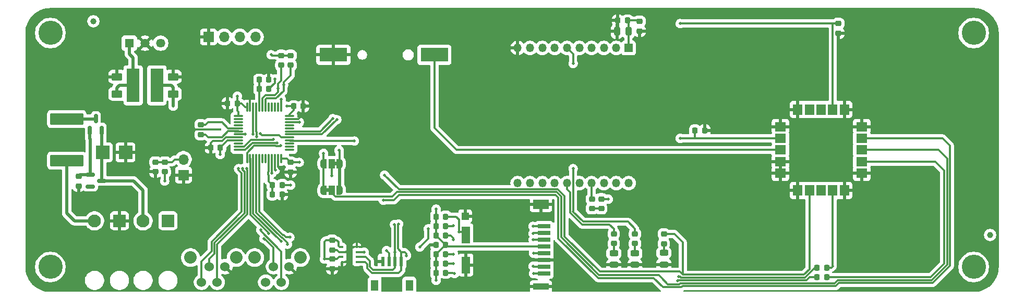
<source format=gbr>
%TF.GenerationSoftware,KiCad,Pcbnew,9.0.1*%
%TF.CreationDate,2025-07-04T09:36:57-05:00*%
%TF.ProjectId,Orientation_Paddle,4f726965-6e74-4617-9469-6f6e5f506164,2.1*%
%TF.SameCoordinates,Original*%
%TF.FileFunction,Copper,L1,Top*%
%TF.FilePolarity,Positive*%
%FSLAX46Y46*%
G04 Gerber Fmt 4.6, Leading zero omitted, Abs format (unit mm)*
G04 Created by KiCad (PCBNEW 9.0.1) date 2025-07-04 09:36:57*
%MOMM*%
%LPD*%
G01*
G04 APERTURE LIST*
G04 Aperture macros list*
%AMRoundRect*
0 Rectangle with rounded corners*
0 $1 Rounding radius*
0 $2 $3 $4 $5 $6 $7 $8 $9 X,Y pos of 4 corners*
0 Add a 4 corners polygon primitive as box body*
4,1,4,$2,$3,$4,$5,$6,$7,$8,$9,$2,$3,0*
0 Add four circle primitives for the rounded corners*
1,1,$1+$1,$2,$3*
1,1,$1+$1,$4,$5*
1,1,$1+$1,$6,$7*
1,1,$1+$1,$8,$9*
0 Add four rect primitives between the rounded corners*
20,1,$1+$1,$2,$3,$4,$5,0*
20,1,$1+$1,$4,$5,$6,$7,0*
20,1,$1+$1,$6,$7,$8,$9,0*
20,1,$1+$1,$8,$9,$2,$3,0*%
%AMFreePoly0*
4,1,23,0.550000,-0.750000,0.000000,-0.750000,0.000000,-0.745722,-0.065263,-0.745722,-0.191342,-0.711940,-0.304381,-0.646677,-0.396677,-0.554381,-0.461940,-0.441342,-0.495722,-0.315263,-0.495722,-0.250000,-0.500000,-0.250000,-0.500000,0.250000,-0.495722,0.250000,-0.495722,0.315263,-0.461940,0.441342,-0.396677,0.554381,-0.304381,0.646677,-0.191342,0.711940,-0.065263,0.745722,0.000000,0.745722,
0.000000,0.750000,0.550000,0.750000,0.550000,-0.750000,0.550000,-0.750000,$1*%
%AMFreePoly1*
4,1,23,0.000000,0.745722,0.065263,0.745722,0.191342,0.711940,0.304381,0.646677,0.396677,0.554381,0.461940,0.441342,0.495722,0.315263,0.495722,0.250000,0.500000,0.250000,0.500000,-0.250000,0.495722,-0.250000,0.495722,-0.315263,0.461940,-0.441342,0.396677,-0.554381,0.304381,-0.646677,0.191342,-0.711940,0.065263,-0.745722,0.000000,-0.745722,0.000000,-0.750000,-0.550000,-0.750000,
-0.550000,0.750000,0.000000,0.750000,0.000000,0.745722,0.000000,0.745722,$1*%
G04 Aperture macros list end*
%TA.AperFunction,EtchedComponent*%
%ADD10C,0.000000*%
%TD*%
%TA.AperFunction,SMDPad,CuDef*%
%ADD11RoundRect,0.218750X-0.218750X-0.256250X0.218750X-0.256250X0.218750X0.256250X-0.218750X0.256250X0*%
%TD*%
%TA.AperFunction,SMDPad,CuDef*%
%ADD12RoundRect,0.218750X0.218750X0.256250X-0.218750X0.256250X-0.218750X-0.256250X0.218750X-0.256250X0*%
%TD*%
%TA.AperFunction,SMDPad,CuDef*%
%ADD13RoundRect,0.075000X-0.662500X-0.075000X0.662500X-0.075000X0.662500X0.075000X-0.662500X0.075000X0*%
%TD*%
%TA.AperFunction,SMDPad,CuDef*%
%ADD14RoundRect,0.075000X-0.075000X-0.662500X0.075000X-0.662500X0.075000X0.662500X-0.075000X0.662500X0*%
%TD*%
%TA.AperFunction,SMDPad,CuDef*%
%ADD15FreePoly0,180.000000*%
%TD*%
%TA.AperFunction,SMDPad,CuDef*%
%ADD16R,1.000000X1.500000*%
%TD*%
%TA.AperFunction,SMDPad,CuDef*%
%ADD17FreePoly1,180.000000*%
%TD*%
%TA.AperFunction,SMDPad,CuDef*%
%ADD18R,2.184400X2.184400*%
%TD*%
%TA.AperFunction,SMDPad,CuDef*%
%ADD19RoundRect,0.218750X-0.256250X0.218750X-0.256250X-0.218750X0.256250X-0.218750X0.256250X0.218750X0*%
%TD*%
%TA.AperFunction,ComponentPad*%
%ADD20R,1.468000X1.468000*%
%TD*%
%TA.AperFunction,ComponentPad*%
%ADD21C,1.468000*%
%TD*%
%TA.AperFunction,SMDPad,CuDef*%
%ADD22RoundRect,0.243750X0.456250X-0.243750X0.456250X0.243750X-0.456250X0.243750X-0.456250X-0.243750X0*%
%TD*%
%TA.AperFunction,ComponentPad*%
%ADD23RoundRect,0.249900X-0.800100X-0.800100X0.800100X-0.800100X0.800100X0.800100X-0.800100X0.800100X0*%
%TD*%
%TA.AperFunction,ComponentPad*%
%ADD24C,2.100000*%
%TD*%
%TA.AperFunction,SMDPad,CuDef*%
%ADD25RoundRect,0.150000X0.150000X-0.587500X0.150000X0.587500X-0.150000X0.587500X-0.150000X-0.587500X0*%
%TD*%
%TA.AperFunction,WasherPad*%
%ADD26C,3.937000*%
%TD*%
%TA.AperFunction,SMDPad,CuDef*%
%ADD27R,1.900000X0.400000*%
%TD*%
%TA.AperFunction,SMDPad,CuDef*%
%ADD28RoundRect,0.218750X0.256250X-0.218750X0.256250X0.218750X-0.256250X0.218750X-0.256250X-0.218750X0*%
%TD*%
%TA.AperFunction,ComponentPad*%
%ADD29C,2.032000*%
%TD*%
%TA.AperFunction,ComponentPad*%
%ADD30C,1.524000*%
%TD*%
%TA.AperFunction,SMDPad,CuDef*%
%ADD31FreePoly0,0.000000*%
%TD*%
%TA.AperFunction,SMDPad,CuDef*%
%ADD32FreePoly1,0.000000*%
%TD*%
%TA.AperFunction,SMDPad,CuDef*%
%ADD33RoundRect,0.150000X-0.587500X-0.150000X0.587500X-0.150000X0.587500X0.150000X-0.587500X0.150000X0*%
%TD*%
%TA.AperFunction,SMDPad,CuDef*%
%ADD34RoundRect,0.250000X2.475000X-0.712500X2.475000X0.712500X-2.475000X0.712500X-2.475000X-0.712500X0*%
%TD*%
%TA.AperFunction,SMDPad,CuDef*%
%ADD35C,1.000000*%
%TD*%
%TA.AperFunction,SMDPad,CuDef*%
%ADD36RoundRect,0.243750X0.243750X0.456250X-0.243750X0.456250X-0.243750X-0.456250X0.243750X-0.456250X0*%
%TD*%
%TA.AperFunction,ComponentPad*%
%ADD37R,1.700000X1.700000*%
%TD*%
%TA.AperFunction,ComponentPad*%
%ADD38O,1.700000X1.700000*%
%TD*%
%TA.AperFunction,SMDPad,CuDef*%
%ADD39R,4.500000X2.300000*%
%TD*%
%TA.AperFunction,SMDPad,CuDef*%
%ADD40R,1.200000X1.800000*%
%TD*%
%TA.AperFunction,SMDPad,CuDef*%
%ADD41R,0.600000X1.550000*%
%TD*%
%TA.AperFunction,ComponentPad*%
%ADD42R,1.350000X1.350000*%
%TD*%
%TA.AperFunction,ComponentPad*%
%ADD43O,1.350000X1.350000*%
%TD*%
%TA.AperFunction,SMDPad,CuDef*%
%ADD44R,0.400000X0.400000*%
%TD*%
%TA.AperFunction,SMDPad,CuDef*%
%ADD45RoundRect,0.250000X0.625000X-0.375000X0.625000X0.375000X-0.625000X0.375000X-0.625000X-0.375000X0*%
%TD*%
%TA.AperFunction,SMDPad,CuDef*%
%ADD46R,2.150000X5.500000*%
%TD*%
%TA.AperFunction,SMDPad,CuDef*%
%ADD47R,1.800000X1.500000*%
%TD*%
%TA.AperFunction,SMDPad,CuDef*%
%ADD48R,1.500000X1.800000*%
%TD*%
%TA.AperFunction,SMDPad,CuDef*%
%ADD49R,2.000000X0.700000*%
%TD*%
%TA.AperFunction,SMDPad,CuDef*%
%ADD50R,1.400000X2.700000*%
%TD*%
%TA.AperFunction,SMDPad,CuDef*%
%ADD51R,2.600000X1.000000*%
%TD*%
%TA.AperFunction,SMDPad,CuDef*%
%ADD52R,2.600000X1.500000*%
%TD*%
%TA.AperFunction,SMDPad,CuDef*%
%ADD53R,1.200000X1.200000*%
%TD*%
%TA.AperFunction,ViaPad*%
%ADD54C,0.508000*%
%TD*%
%TA.AperFunction,Conductor*%
%ADD55C,0.304800*%
%TD*%
%TA.AperFunction,Conductor*%
%ADD56C,0.508000*%
%TD*%
G04 APERTURE END LIST*
D10*
%TA.AperFunction,EtchedComponent*%
%TO.C,JP1*%
G36*
X114500000Y-106665000D02*
G01*
X114000000Y-106665000D01*
X114000000Y-106065000D01*
X114500000Y-106065000D01*
X114500000Y-106665000D01*
G37*
%TD.AperFunction*%
%TA.AperFunction,EtchedComponent*%
%TO.C,JP2*%
G36*
X113200000Y-111000000D02*
G01*
X112700000Y-111000000D01*
X112700000Y-110400000D01*
X113200000Y-110400000D01*
X113200000Y-111000000D01*
G37*
%TD.AperFunction*%
%TD*%
D11*
%TO.P,R6,1*%
%TO.N,+3V3*%
X130530500Y-121085000D03*
%TO.P,R6,2*%
%TO.N,SPI_SCK*%
X132105500Y-121085000D03*
%TD*%
D12*
%TO.P,R18,1*%
%TO.N,Net-(U4-SDA)*%
X193954500Y-123317000D03*
%TO.P,R18,2*%
%TO.N,SDA*%
X192379500Y-123317000D03*
%TD*%
D13*
%TO.P,U2,1,VBAT*%
%TO.N,+3V3*%
X98453500Y-98596000D03*
%TO.P,U2,2,PC13*%
%TO.N,unconnected-(U2-PC13-Pad2)*%
X98453500Y-99096000D03*
%TO.P,U2,3,PC14*%
%TO.N,unconnected-(U2-PC14-Pad3)*%
X98453500Y-99596000D03*
%TO.P,U2,4,PC15*%
%TO.N,unconnected-(U2-PC15-Pad4)*%
X98453500Y-100096000D03*
%TO.P,U2,5,PD0*%
%TO.N,Net-(U2-PD0)*%
X98453500Y-100596000D03*
%TO.P,U2,6,PD1*%
%TO.N,Net-(U2-PD1)*%
X98453500Y-101096000D03*
%TO.P,U2,7,NRST*%
%TO.N,Reset*%
X98453500Y-101596000D03*
%TO.P,U2,8,VSSA*%
%TO.N,GND*%
X98453500Y-102096000D03*
%TO.P,U2,9,VDDA*%
%TO.N,+3V3*%
X98453500Y-102596000D03*
%TO.P,U2,10,PA0*%
%TO.N,unconnected-(U2-PA0-Pad10)*%
X98453500Y-103096000D03*
%TO.P,U2,11,PA1*%
%TO.N,GPS_PPS*%
X98453500Y-103596000D03*
%TO.P,U2,12,PA2*%
%TO.N,GPS_RX*%
X98453500Y-104096000D03*
D14*
%TO.P,U2,13,PA3*%
%TO.N,GPS_TX*%
X99866000Y-105508500D03*
%TO.P,U2,14,PA4*%
%TO.N,SD_CS*%
X100366000Y-105508500D03*
%TO.P,U2,15,PA5*%
%TO.N,SPI_SCK*%
X100866000Y-105508500D03*
%TO.P,U2,16,PA6*%
%TO.N,SPI_MISO*%
X101366000Y-105508500D03*
%TO.P,U2,17,PA7*%
%TO.N,SPI_MOSI*%
X101866000Y-105508500D03*
%TO.P,U2,18,PB0*%
%TO.N,unconnected-(U2-PB0-Pad18)*%
X102366000Y-105508500D03*
%TO.P,U2,19,PB1*%
%TO.N,unconnected-(U2-PB1-Pad19)*%
X102866000Y-105508500D03*
%TO.P,U2,20,PB2*%
%TO.N,Boot1*%
X103366000Y-105508500D03*
%TO.P,U2,21,PB10*%
%TO.N,UART3_TX*%
X103866000Y-105508500D03*
%TO.P,U2,22,PB11*%
%TO.N,UART3_RX*%
X104366000Y-105508500D03*
%TO.P,U2,23,VSS*%
%TO.N,GND*%
X104866000Y-105508500D03*
%TO.P,U2,24,VDD*%
%TO.N,+3V3*%
X105366000Y-105508500D03*
D13*
%TO.P,U2,25,PB12*%
%TO.N,unconnected-(U2-PB12-Pad25)*%
X106778500Y-104096000D03*
%TO.P,U2,26,PB13*%
%TO.N,unconnected-(U2-PB13-Pad26)*%
X106778500Y-103596000D03*
%TO.P,U2,27,PB14*%
%TO.N,unconnected-(U2-PB14-Pad27)*%
X106778500Y-103096000D03*
%TO.P,U2,28,PB15*%
%TO.N,SD_CD*%
X106778500Y-102596000D03*
%TO.P,U2,29,PA8*%
%TO.N,Status_LED_B*%
X106778500Y-102096000D03*
%TO.P,U2,30,PA9*%
%TO.N,XBee_TX*%
X106778500Y-101596000D03*
%TO.P,U2,31,PA10*%
%TO.N,XBee_RX*%
X106778500Y-101096000D03*
%TO.P,U2,32,PA11*%
%TO.N,unconnected-(U2-PA11-Pad32)*%
X106778500Y-100596000D03*
%TO.P,U2,33,PA12*%
%TO.N,unconnected-(U2-PA12-Pad33)*%
X106778500Y-100096000D03*
%TO.P,U2,34,PA13*%
%TO.N,SWDIO*%
X106778500Y-99596000D03*
%TO.P,U2,35,VSS*%
%TO.N,GND*%
X106778500Y-99096000D03*
%TO.P,U2,36,VDD*%
%TO.N,+3V3*%
X106778500Y-98596000D03*
D14*
%TO.P,U2,37,PA14*%
%TO.N,SWCLK*%
X105366000Y-97183500D03*
%TO.P,U2,38,PA15*%
%TO.N,unconnected-(U2-PA15-Pad38)*%
X104866000Y-97183500D03*
%TO.P,U2,39,PB3*%
%TO.N,unconnected-(U2-PB3-Pad39)*%
X104366000Y-97183500D03*
%TO.P,U2,40,PB4*%
%TO.N,unconnected-(U2-PB4-Pad40)*%
X103866000Y-97183500D03*
%TO.P,U2,41,PB5*%
%TO.N,unconnected-(U2-PB5-Pad41)*%
X103366000Y-97183500D03*
%TO.P,U2,42,PB6*%
%TO.N,SCL*%
X102866000Y-97183500D03*
%TO.P,U2,43,PB7*%
%TO.N,SDA*%
X102366000Y-97183500D03*
%TO.P,U2,44,BOOT0*%
%TO.N,Boot0*%
X101866000Y-97183500D03*
%TO.P,U2,45,PB8*%
%TO.N,Status_LED_R*%
X101366000Y-97183500D03*
%TO.P,U2,46,PB9*%
%TO.N,Status_LED_G*%
X100866000Y-97183500D03*
%TO.P,U2,47,VSS*%
%TO.N,GND*%
X100366000Y-97183500D03*
%TO.P,U2,48,VDD*%
%TO.N,+3V3*%
X99866000Y-97183500D03*
%TD*%
D15*
%TO.P,JP1,1,A*%
%TO.N,GPS_RX*%
X114900000Y-106365000D03*
D16*
%TO.P,JP1,2,C*%
%TO.N,Net-(JP1-C)*%
X113600000Y-106365000D03*
D17*
%TO.P,JP1,3,B*%
%TO.N,GPS_TX*%
X112300000Y-106365000D03*
%TD*%
D18*
%TO.P,D2,1,K*%
%TO.N,Net-(D1-K)*%
X76428600Y-104521000D03*
%TO.P,D2,2,A*%
%TO.N,GND*%
X80137000Y-104521000D03*
%TD*%
D19*
%TO.P,R3,1*%
%TO.N,+3V3*%
X106934000Y-88747500D03*
%TO.P,R3,2*%
%TO.N,SCL*%
X106934000Y-90322500D03*
%TD*%
D20*
%TO.P,PS1,1,+VIN*%
%TO.N,Net-(PS1-+VIN)*%
X80772000Y-86750000D03*
D21*
%TO.P,PS1,2,GND*%
%TO.N,GND*%
X83312000Y-86750000D03*
%TO.P,PS1,3,+VOUT*%
%TO.N,+3V3*%
X85852000Y-86750000D03*
%TD*%
D11*
%TO.P,R10,1*%
%TO.N,+3V3*%
X130530500Y-118037000D03*
%TO.P,R10,2*%
%TO.N,SPI_MOSI*%
X132105500Y-118037000D03*
%TD*%
D22*
%TO.P,D3,1,K*%
%TO.N,GND*%
X162814000Y-122832000D03*
%TO.P,D3,2,A*%
%TO.N,Net-(D3-A)*%
X162814000Y-120957000D03*
%TD*%
D23*
%TO.P,J4,1,Pin_1*%
%TO.N,GND*%
X79161000Y-115675000D03*
D24*
%TO.P,J4,2,Pin_2*%
%TO.N,Net-(J4-Pin_2)*%
X75125000Y-115675000D03*
%TD*%
D25*
%TO.P,Q1,1,G*%
%TO.N,Net-(D1-A)*%
X74361000Y-100935000D03*
%TO.P,Q1,2,S*%
%TO.N,Net-(D1-K)*%
X76261000Y-100935000D03*
%TO.P,Q1,3,D*%
%TO.N,Net-(Q1-D)*%
X75311000Y-99060000D03*
%TD*%
D26*
%TO.P,H4,*%
%TO.N,*%
X217805000Y-85090000D03*
%TD*%
D27*
%TO.P,Y1,1,1*%
%TO.N,Net-(U2-PD0)*%
X94742000Y-99638000D03*
%TO.P,Y1,2,2*%
%TO.N,GND*%
X94742000Y-100838000D03*
%TO.P,Y1,3,3*%
%TO.N,Net-(U2-PD1)*%
X94742000Y-102038000D03*
%TD*%
D11*
%TO.P,R9,1*%
%TO.N,Boot0*%
X101828500Y-92710000D03*
%TO.P,R9,2*%
%TO.N,GND*%
X103403500Y-92710000D03*
%TD*%
D28*
%TO.P,R15,1*%
%TO.N,Net-(D4-A)*%
X167513000Y-119405500D03*
%TO.P,R15,2*%
%TO.N,GPS_PPS*%
X167513000Y-117830500D03*
%TD*%
D19*
%TO.P,R14,1*%
%TO.N,Net-(U3-~{DIO10{slash}PWM0})*%
X162814000Y-117805000D03*
%TO.P,R14,2*%
%TO.N,Net-(D3-A)*%
X162814000Y-119380000D03*
%TD*%
D29*
%TO.P,J2,*%
%TO.N,*%
X90688546Y-121666000D03*
X98098546Y-121666000D03*
D30*
%TO.P,J2,1,Pin_1*%
%TO.N,GND*%
X96301946Y-123139200D03*
%TO.P,J2,2,Pin_2*%
%TO.N,Status_LED_R*%
X95031946Y-125679200D03*
%TO.P,J2,3,Pin_3*%
%TO.N,Status_LED_G*%
X93761946Y-123139200D03*
%TO.P,J2,4,Pin_4*%
%TO.N,Status_LED_B*%
X92491946Y-125679200D03*
%TD*%
D19*
%TO.P,C13,1*%
%TO.N,+3V3*%
X195834000Y-83540500D03*
%TO.P,C13,2*%
%TO.N,GND*%
X195834000Y-85115500D03*
%TD*%
D26*
%TO.P,H1,*%
%TO.N,*%
X67945000Y-123190000D03*
%TD*%
D11*
%TO.P,R20,1*%
%TO.N,+3V3*%
X130530500Y-124133000D03*
%TO.P,R20,2*%
%TO.N,Net-(J9-DAT1)*%
X132105500Y-124133000D03*
%TD*%
D28*
%TO.P,R16,1*%
%TO.N,Net-(C15-Pad2)*%
X155829000Y-113690500D03*
%TO.P,R16,2*%
%TO.N,Net-(U3-AD3{slash}DIO3{slash}nSSEL)*%
X155829000Y-112115500D03*
%TD*%
D12*
%TO.P,R11,1*%
%TO.N,+3V3*%
X105562500Y-109855000D03*
%TO.P,R11,2*%
%TO.N,Boot1*%
X103987500Y-109855000D03*
%TD*%
D28*
%TO.P,C3,1*%
%TO.N,GND*%
X113665000Y-123469500D03*
%TO.P,C3,2*%
%TO.N,+3V3*%
X113665000Y-121894500D03*
%TD*%
D31*
%TO.P,JP2,1,A*%
%TO.N,GPS_TX*%
X112300000Y-110700000D03*
D16*
%TO.P,JP2,2,C*%
%TO.N,Net-(JP2-C)*%
X113600000Y-110700000D03*
D32*
%TO.P,JP2,3,B*%
%TO.N,GPS_RX*%
X114900000Y-110700000D03*
%TD*%
D22*
%TO.P,D5,1,K*%
%TO.N,GND*%
X159385000Y-122832000D03*
%TO.P,D5,2,A*%
%TO.N,Net-(D5-A)*%
X159385000Y-120957000D03*
%TD*%
D33*
%TO.P,D1,*%
%TO.N,*%
X74422000Y-110094297D03*
%TO.P,D1,1,A*%
%TO.N,Net-(D1-A)*%
X74422000Y-108194297D03*
%TO.P,D1,3,K*%
%TO.N,Net-(D1-K)*%
X76297000Y-109144297D03*
%TD*%
D19*
%TO.P,C5,1*%
%TO.N,+3V3*%
X106934000Y-106146500D03*
%TO.P,C5,2*%
%TO.N,GND*%
X106934000Y-107721500D03*
%TD*%
D28*
%TO.P,R17,1*%
%TO.N,Net-(D5-A)*%
X159385000Y-119380000D03*
%TO.P,R17,2*%
%TO.N,Net-(U3-Assoc{slash}DIO5)*%
X159385000Y-117805000D03*
%TD*%
D34*
%TO.P,F1,1*%
%TO.N,Net-(J4-Pin_2)*%
X70612000Y-105876500D03*
%TO.P,F1,2*%
%TO.N,Net-(Q1-D)*%
X70612000Y-99101500D03*
%TD*%
D35*
%TO.P,FID2,*%
%TO.N,*%
X74930000Y-83185000D03*
%TD*%
D19*
%TO.P,R1,1*%
%TO.N,Net-(D1-A)*%
X72517000Y-108422797D03*
%TO.P,R1,2*%
%TO.N,GND*%
X72517000Y-109997797D03*
%TD*%
D36*
%TO.P,C10,1*%
%TO.N,+3V3*%
X161768000Y-84836000D03*
%TO.P,C10,2*%
%TO.N,GND*%
X159893000Y-84836000D03*
%TD*%
D19*
%TO.P,C9,1*%
%TO.N,Reset*%
X85002000Y-106113500D03*
%TO.P,C9,2*%
%TO.N,GND*%
X85002000Y-107688500D03*
%TD*%
D12*
%TO.P,C8,1*%
%TO.N,+3V3*%
X98298000Y-96545500D03*
%TO.P,C8,2*%
%TO.N,GND*%
X96723000Y-96545500D03*
%TD*%
D29*
%TO.P,J3,*%
%TO.N,*%
X101102546Y-121666000D03*
X108512546Y-121666000D03*
D30*
%TO.P,J3,1,Pin_1*%
%TO.N,GND*%
X106715946Y-123139200D03*
%TO.P,J3,2,Pin_2*%
%TO.N,UART3_TX*%
X105445946Y-125679200D03*
%TO.P,J3,3,Pin_3*%
%TO.N,UART3_RX*%
X104175946Y-123139200D03*
%TO.P,J3,4,Pin_4*%
%TO.N,+3V3*%
X102905946Y-125679200D03*
%TD*%
D12*
%TO.P,R8,1*%
%TO.N,+3V3*%
X103403500Y-94234000D03*
%TO.P,R8,2*%
%TO.N,Boot0*%
X101828500Y-94234000D03*
%TD*%
D11*
%TO.P,R12,1*%
%TO.N,Boot1*%
X103987500Y-111379000D03*
%TO.P,R12,2*%
%TO.N,GND*%
X105562500Y-111379000D03*
%TD*%
D28*
%TO.P,R5,1*%
%TO.N,+3V3*%
X86526000Y-107688500D03*
%TO.P,R5,2*%
%TO.N,Reset*%
X86526000Y-106113500D03*
%TD*%
D37*
%TO.P,J6,1,Pin_1*%
%TO.N,GND*%
X93609000Y-85725000D03*
D38*
%TO.P,J6,2,Pin_2*%
%TO.N,SWCLK*%
X96149000Y-85725000D03*
%TO.P,J6,3,Pin_3*%
%TO.N,SWDIO*%
X98689000Y-85725000D03*
%TO.P,J6,4,Pin_4*%
%TO.N,+3V3*%
X101229000Y-85725000D03*
%TD*%
D23*
%TO.P,J5,1,Pin_1*%
%TO.N,+BATT*%
X87035000Y-115675000D03*
D24*
%TO.P,J5,2,Pin_2*%
%TO.N,Net-(D1-K)*%
X82999000Y-115675000D03*
%TD*%
D11*
%TO.P,R13,1*%
%TO.N,+3V3*%
X130530500Y-114989000D03*
%TO.P,R13,2*%
%TO.N,SD_CD*%
X132105500Y-114989000D03*
%TD*%
D19*
%TO.P,C15,1*%
%TO.N,Reset*%
X157353000Y-112115500D03*
%TO.P,C15,2*%
%TO.N,Net-(C15-Pad2)*%
X157353000Y-113690500D03*
%TD*%
D39*
%TO.P,BT1,1,+*%
%TO.N,Net-(BT1-+)*%
X130276000Y-88646000D03*
%TO.P,BT1,2,-*%
%TO.N,GND*%
X113876000Y-88646000D03*
%TD*%
D19*
%TO.P,R4,1*%
%TO.N,+3V3*%
X105410000Y-88747500D03*
%TO.P,R4,2*%
%TO.N,SDA*%
X105410000Y-90322500D03*
%TD*%
D11*
%TO.P,C6,1*%
%TO.N,+3V3*%
X107416500Y-97028000D03*
%TO.P,C6,2*%
%TO.N,GND*%
X108991500Y-97028000D03*
%TD*%
D40*
%TO.P,J1,*%
%TO.N,*%
X126194200Y-126162000D03*
X120594200Y-126162000D03*
D41*
%TO.P,J1,1,Pin_1*%
%TO.N,GND*%
X121894200Y-122287000D03*
%TO.P,J1,2,Pin_2*%
%TO.N,+3V3*%
X122894200Y-122287000D03*
%TO.P,J1,3,Pin_3*%
%TO.N,SDA*%
X123894200Y-122287000D03*
%TO.P,J1,4,Pin_4*%
%TO.N,SCL*%
X124894200Y-122287000D03*
%TD*%
D11*
%TO.P,R7,1*%
%TO.N,+3V3*%
X130530500Y-122609000D03*
%TO.P,R7,2*%
%TO.N,SPI_MISO*%
X132105500Y-122609000D03*
%TD*%
D26*
%TO.P,H2,*%
%TO.N,*%
X217805000Y-123190000D03*
%TD*%
D22*
%TO.P,D4,1,K*%
%TO.N,GND*%
X167513000Y-122779000D03*
%TO.P,D4,2,A*%
%TO.N,Net-(D4-A)*%
X167513000Y-120904000D03*
%TD*%
D42*
%TO.P,U3,1,VCC*%
%TO.N,+3V3*%
X161794000Y-87534000D03*
D43*
%TO.P,U3,2,DOUT/DIO13*%
%TO.N,XBee_RX*%
X159794000Y-87534000D03*
%TO.P,U3,3,DIN/DIO13*%
%TO.N,XBee_TX*%
X157794000Y-87534000D03*
%TO.P,U3,4,DIO12/MISO*%
%TO.N,unconnected-(U3-DIO12{slash}MISO-Pad4)*%
X155794000Y-87534000D03*
%TO.P,U3,5,nRESET*%
%TO.N,unconnected-(U3-nRESET-Pad5)*%
X153794000Y-87534000D03*
%TO.P,U3,6,~{DIO10/PWM0}*%
%TO.N,Net-(U3-~{DIO10{slash}PWM0})*%
X151794000Y-87534000D03*
%TO.P,U3,7,DIO11/PWM1*%
%TO.N,unconnected-(U3-DIO11{slash}PWM1-Pad7)*%
X149794000Y-87534000D03*
%TO.P,U3,8,RSVD*%
%TO.N,unconnected-(U3-RSVD-Pad8)*%
X147794000Y-87534000D03*
%TO.P,U3,9,nDTR/DIO8*%
%TO.N,unconnected-(U3-nDTR{slash}DIO8-Pad9)*%
X145794000Y-87534000D03*
%TO.P,U3,10,GND*%
%TO.N,GND*%
X143794000Y-87534000D03*
%TO.P,U3,11,DIO3/MOSI*%
%TO.N,unconnected-(U3-DIO3{slash}MOSI-Pad11)*%
X143794000Y-109534000D03*
%TO.P,U3,12,nCTS/DIO7*%
%TO.N,unconnected-(U3-nCTS{slash}DIO7-Pad12)*%
X145794000Y-109534000D03*
%TO.P,U3,13,nSLEEP/DIO9*%
%TO.N,unconnected-(U3-nSLEEP{slash}DIO9-Pad13)*%
X147794000Y-109534000D03*
%TO.P,U3,14,VREF*%
%TO.N,unconnected-(U3-VREF-Pad14)*%
X149794000Y-109534000D03*
%TO.P,U3,15,Assoc/DIO5*%
%TO.N,Net-(U3-Assoc{slash}DIO5)*%
X151794000Y-109534000D03*
%TO.P,U3,16,nRTS/DIO6*%
%TO.N,unconnected-(U3-nRTS{slash}DIO6-Pad16)*%
X153794000Y-109534000D03*
%TO.P,U3,17,AD3/DIO3/nSSEL*%
%TO.N,Net-(U3-AD3{slash}DIO3{slash}nSSEL)*%
X155794000Y-109534000D03*
%TO.P,U3,18,AD2/DIO2/CLK*%
%TO.N,unconnected-(U3-AD2{slash}DIO2{slash}CLK-Pad18)*%
X157794000Y-109534000D03*
%TO.P,U3,19,AD1/DIO1/ATTN*%
%TO.N,unconnected-(U3-AD1{slash}DIO1{slash}ATTN-Pad19)*%
X159794000Y-109534000D03*
%TO.P,U3,20,AD0/DIO0*%
%TO.N,unconnected-(U3-AD0{slash}DIO0-Pad20)*%
X161794000Y-109534000D03*
%TD*%
D12*
%TO.P,C11,1*%
%TO.N,+3V3*%
X161618000Y-83058000D03*
%TO.P,C11,2*%
%TO.N,GND*%
X160043000Y-83058000D03*
%TD*%
D44*
%TO.P,U1,1,GND*%
%TO.N,GND*%
X117692000Y-119958000D03*
%TO.P,U1,2,CSB*%
%TO.N,+3V3*%
X117692000Y-120758000D03*
%TO.P,U1,3,SDI*%
%TO.N,SDA*%
X117692000Y-121558000D03*
%TO.P,U1,4,SCK*%
%TO.N,SCL*%
X117692000Y-122358000D03*
%TO.P,U1,5,SDO*%
%TO.N,GND*%
X115292000Y-122358000D03*
%TO.P,U1,6,Vddio*%
%TO.N,+3V3*%
X115292000Y-121558000D03*
%TO.P,U1,7,GND*%
%TO.N,GND*%
X115292000Y-120758000D03*
%TO.P,U1,8,Vdd*%
%TO.N,+3V3*%
X115292000Y-119958000D03*
%TD*%
D11*
%TO.P,C14,1*%
%TO.N,+3V3*%
X172567500Y-100965000D03*
%TO.P,C14,2*%
%TO.N,GND*%
X174142500Y-100965000D03*
%TD*%
D45*
%TO.P,C2,1*%
%TO.N,Net-(PS1-+VIN)*%
X78740000Y-95009000D03*
%TO.P,C2,2*%
%TO.N,GND*%
X78740000Y-92209000D03*
%TD*%
D46*
%TO.P,L1,1*%
%TO.N,+BATT*%
X85237000Y-93609000D03*
%TO.P,L1,2*%
%TO.N,Net-(PS1-+VIN)*%
X81387000Y-93609000D03*
%TD*%
D45*
%TO.P,C1,1*%
%TO.N,+BATT*%
X87884000Y-95009000D03*
%TO.P,C1,2*%
%TO.N,GND*%
X87884000Y-92209000D03*
%TD*%
D12*
%TO.P,R19,1*%
%TO.N,Net-(U4-SCL)*%
X193954500Y-124841000D03*
%TO.P,R19,2*%
%TO.N,SCL*%
X192379500Y-124841000D03*
%TD*%
D35*
%TO.P,FID1,*%
%TO.N,*%
X220472000Y-117983000D03*
%TD*%
D26*
%TO.P,H3,*%
%TO.N,*%
X67945000Y-85090000D03*
%TD*%
D47*
%TO.P,U4,1,GND*%
%TO.N,GND*%
X186440000Y-100340000D03*
%TO.P,U4,2,VCC_IO*%
%TO.N,+3V3*%
X186440000Y-102240000D03*
%TO.P,U4,3,V_BCKP*%
%TO.N,Net-(BT1-+)*%
X186440000Y-104140000D03*
%TO.P,U4,4,GND*%
%TO.N,GND*%
X186440000Y-106040000D03*
%TO.P,U4,5,GND*%
X186440000Y-107940000D03*
D48*
%TO.P,U4,6,GND*%
X189240000Y-110740000D03*
%TO.P,U4,7,TIMEPULSE*%
%TO.N,GPS_PPS*%
X191140000Y-110740000D03*
%TO.P,U4,8,~{SAFEBOOT}*%
%TO.N,unconnected-(U4-~{SAFEBOOT}-Pad8)*%
X193040000Y-110740000D03*
%TO.P,U4,9,SDA*%
%TO.N,Net-(U4-SDA)*%
X194940000Y-110740000D03*
%TO.P,U4,10,GND*%
%TO.N,GND*%
X196840000Y-110740000D03*
D47*
%TO.P,U4,11,GND*%
X199640000Y-107940000D03*
%TO.P,U4,12,SCL*%
%TO.N,Net-(U4-SCL)*%
X199640000Y-106040000D03*
%TO.P,U4,13,TXD*%
%TO.N,Net-(JP2-C)*%
X199640000Y-104140000D03*
%TO.P,U4,14,RXD*%
%TO.N,Net-(JP1-C)*%
X199640000Y-102240000D03*
%TO.P,U4,15,GND*%
%TO.N,GND*%
X199640000Y-100340000D03*
D48*
%TO.P,U4,16,GND*%
X196840000Y-97540000D03*
%TO.P,U4,17,VCC*%
%TO.N,+3V3*%
X194940000Y-97540000D03*
%TO.P,U4,18,~{RESET}*%
%TO.N,unconnected-(U4-~{RESET}-Pad18)*%
X193040000Y-97540000D03*
%TO.P,U4,19,EXTINT*%
%TO.N,unconnected-(U4-EXTINT-Pad19)*%
X191140000Y-97540000D03*
%TO.P,U4,20,GND*%
%TO.N,GND*%
X189240000Y-97540000D03*
%TD*%
D11*
%TO.P,C16,1*%
%TO.N,GND*%
X130530500Y-119561000D03*
%TO.P,C16,2*%
%TO.N,+3V3*%
X132105500Y-119561000D03*
%TD*%
D37*
%TO.P,J7,1,Pin_1*%
%TO.N,GND*%
X89535000Y-108209000D03*
D38*
%TO.P,J7,2,Pin_2*%
%TO.N,Reset*%
X89535000Y-105669000D03*
%TD*%
D19*
%TO.P,R2,1*%
%TO.N,Net-(U2-PD0)*%
X92329000Y-100050500D03*
%TO.P,R2,2*%
%TO.N,Net-(U2-PD1)*%
X92329000Y-101625500D03*
%TD*%
D11*
%TO.P,R21,1*%
%TO.N,+3V3*%
X130530500Y-116513000D03*
%TO.P,R21,2*%
%TO.N,Net-(J9-DAT2)*%
X132105500Y-116513000D03*
%TD*%
D12*
%TO.P,C7,1*%
%TO.N,+3V3*%
X95529500Y-103759000D03*
%TO.P,C7,2*%
%TO.N,GND*%
X93954500Y-103759000D03*
%TD*%
D19*
%TO.P,C4,1*%
%TO.N,+3V3*%
X113665000Y-118846500D03*
%TO.P,C4,2*%
%TO.N,GND*%
X113665000Y-120421500D03*
%TD*%
%TO.P,C12,1*%
%TO.N,+3V3*%
X163576000Y-83185000D03*
%TO.P,C12,2*%
%TO.N,GND*%
X163576000Y-84760000D03*
%TD*%
D49*
%TO.P,J9,1,DAT2*%
%TO.N,Net-(J9-DAT2)*%
X148082000Y-116561000D03*
%TO.P,J9,2,DAT3/CD*%
%TO.N,SD_CS*%
X148082000Y-117661000D03*
%TO.P,J9,3,CMD*%
%TO.N,SPI_MOSI*%
X148082000Y-118761000D03*
%TO.P,J9,4,VDD*%
%TO.N,+3V3*%
X148082000Y-119861000D03*
%TO.P,J9,5,CLK*%
%TO.N,SPI_SCK*%
X148082000Y-120961000D03*
%TO.P,J9,6,VSS*%
%TO.N,GND*%
X148082000Y-122061000D03*
%TO.P,J9,7,DAT0*%
%TO.N,SPI_MISO*%
X148082000Y-123161000D03*
%TO.P,J9,8,DAT1*%
%TO.N,Net-(J9-DAT1)*%
X148082000Y-124261000D03*
D50*
%TO.P,J9,9,CARD_DET*%
%TO.N,SD_CD*%
X135382000Y-117961000D03*
D51*
%TO.P,J9,S1,GND*%
%TO.N,GND*%
X147582000Y-126361000D03*
D52*
%TO.P,J9,S2,GND*%
X147582000Y-113011000D03*
D50*
%TO.P,J9,S3,GND*%
X135382000Y-122861000D03*
D53*
%TO.P,J9,S5,GND*%
X135282000Y-114911000D03*
%TD*%
D54*
%TO.N,GND*%
X193040000Y-93980000D03*
X191135000Y-104140000D03*
X208280000Y-99060000D03*
X177800000Y-119380000D03*
X191135000Y-107950000D03*
X203200000Y-109220000D03*
X177800000Y-99060000D03*
X194945000Y-100330000D03*
X196850000Y-107950000D03*
X208280000Y-93980000D03*
X194945000Y-107950000D03*
X203200000Y-119380000D03*
X191135000Y-106045000D03*
X182880000Y-109220000D03*
X182880000Y-119380000D03*
X193040000Y-102235000D03*
X177800000Y-109220000D03*
X208280000Y-114300000D03*
X194945000Y-106045000D03*
X198120000Y-93980000D03*
X194945000Y-102235000D03*
X203200000Y-93980000D03*
X203200000Y-114300000D03*
X187960000Y-119380000D03*
X208280000Y-119380000D03*
X196850000Y-100330000D03*
X189230000Y-107950000D03*
X182880000Y-88900000D03*
X182880000Y-93980000D03*
X182880000Y-114300000D03*
X189230000Y-104140000D03*
X187960000Y-93980000D03*
X193040000Y-104140000D03*
X198120000Y-88900000D03*
X182880000Y-99060000D03*
X177800000Y-93980000D03*
X187960000Y-114300000D03*
X191135000Y-102235000D03*
X193040000Y-100330000D03*
X177800000Y-114300000D03*
X198120000Y-119380000D03*
X193040000Y-106045000D03*
X196850000Y-104140000D03*
X194945000Y-104140000D03*
X203200000Y-99060000D03*
X189230000Y-100330000D03*
X196850000Y-106045000D03*
X189230000Y-102235000D03*
X191135000Y-100330000D03*
X203200000Y-88900000D03*
X198120000Y-114300000D03*
X208280000Y-109220000D03*
X196850000Y-102235000D03*
X193040000Y-88900000D03*
X189230000Y-106045000D03*
X177800000Y-88900000D03*
X193040000Y-107950000D03*
X187960000Y-88900000D03*
X208280000Y-88900000D03*
%TO.N,+3V3*%
X98298000Y-95377000D03*
X106934000Y-109855000D03*
X112395000Y-121920000D03*
X170180000Y-102235000D03*
X122505200Y-120523000D03*
X86487000Y-109220000D03*
X104394000Y-92583000D03*
X106299000Y-97028000D03*
X118872000Y-120777000D03*
X108331000Y-106172000D03*
X103759000Y-88646000D03*
X130556000Y-125349000D03*
X95504000Y-104902000D03*
X170180000Y-83566000D03*
X130556000Y-113792000D03*
%TO.N,+BATT*%
X87884000Y-97028000D03*
%TO.N,Reset*%
X127889000Y-119938800D03*
X158496000Y-112141000D03*
X129286000Y-116991401D03*
X99568000Y-101600000D03*
%TO.N,SDA*%
X169897167Y-124792452D03*
X123793601Y-116272338D03*
X104909751Y-94112167D03*
X123894200Y-120777000D03*
%TO.N,SCL*%
X169782047Y-125442743D03*
X124447014Y-116176510D03*
X105791000Y-93548200D03*
X125730000Y-121335800D03*
%TO.N,UART3_TX*%
X103886000Y-107950000D03*
X102075669Y-117143017D03*
%TO.N,UART3_RX*%
X104444300Y-107391700D03*
X102616351Y-118617647D03*
%TO.N,SWCLK*%
X105410000Y-95885000D03*
%TO.N,SWDIO*%
X108350242Y-99623719D03*
%TO.N,SD_CS*%
X103343822Y-117763178D03*
X146304000Y-117729000D03*
%TO.N,SPI_MOSI*%
X133350000Y-118745000D03*
X146304000Y-118745000D03*
X106807000Y-118364501D03*
%TO.N,SPI_SCK*%
X133351249Y-121084268D03*
X146374000Y-120961000D03*
X105377042Y-119006134D03*
%TO.N,SPI_MISO*%
X133350000Y-122605143D03*
X106426000Y-119481601D03*
X146304000Y-123063000D03*
%TO.N,Status_LED_G*%
X100838000Y-101600000D03*
X99161597Y-107188000D03*
%TO.N,SD_CD*%
X117287735Y-102676265D03*
X134239000Y-117475000D03*
%TO.N,Status_LED_R*%
X101394808Y-101955097D03*
X99822000Y-107188000D03*
%TO.N,Status_LED_B*%
X101981000Y-101473000D03*
X98501194Y-107188000D03*
%TO.N,XBee_TX*%
X114427000Y-99207300D03*
%TO.N,Net-(J9-DAT2)*%
X133350000Y-116459000D03*
X146279000Y-116561000D03*
%TO.N,XBee_RX*%
X113784789Y-99055525D03*
%TO.N,Net-(J9-DAT1)*%
X133532000Y-124261000D03*
X146359000Y-124261000D03*
%TO.N,Net-(U3-~{DIO10{slash}PWM0})*%
X152781000Y-90043000D03*
X152781000Y-107188000D03*
%TO.N,GPS_PPS*%
X122189928Y-108226449D03*
X104167479Y-102413297D03*
%TO.N,GPS_TX*%
X105283000Y-103430297D03*
X112300000Y-104700000D03*
%TO.N,GPS_RX*%
X114800000Y-104200000D03*
X104768085Y-102972097D03*
%TO.N,Net-(JP1-C)*%
X113600000Y-108300000D03*
X122000000Y-112319600D03*
%TD*%
D55*
%TO.N,Net-(BT1-+)*%
X130276000Y-100558000D02*
X130276000Y-88646000D01*
X186440000Y-104140000D02*
X133858000Y-104140000D01*
X133858000Y-104140000D02*
X130276000Y-100558000D01*
%TO.N,GND*%
X94742000Y-100838000D02*
X91440000Y-100838000D01*
X115292000Y-120758000D02*
X114789000Y-120758000D01*
X104866000Y-105508500D02*
X104866000Y-106898000D01*
X98453500Y-102096000D02*
X96462711Y-102096000D01*
X106778500Y-99096000D02*
X108168000Y-99096000D01*
X93954500Y-103022500D02*
X93954500Y-103759000D01*
X114789000Y-120758000D02*
X114452500Y-120421500D01*
X108168000Y-99096000D02*
X108991500Y-98272500D01*
X100366000Y-95921000D02*
X99822000Y-95377000D01*
X100366000Y-97183500D02*
X100366000Y-95921000D01*
X96462711Y-102096000D02*
X95876245Y-102682466D01*
X94294534Y-102682466D02*
X93954500Y-103022500D01*
X95876245Y-102682466D02*
X94294534Y-102682466D01*
X115292000Y-120758000D02*
X116059000Y-120758000D01*
X108991500Y-98272500D02*
X108991500Y-97028000D01*
X114452500Y-120421500D02*
X113665000Y-120421500D01*
X105689500Y-107721500D02*
X106934000Y-107721500D01*
X104866000Y-106898000D02*
X105689500Y-107721500D01*
%TO.N,+3V3*%
X194940000Y-97540000D02*
X194940000Y-83545500D01*
X170205500Y-83540500D02*
X170180000Y-83566000D01*
X161768000Y-84836000D02*
X161768000Y-87508000D01*
X130581500Y-121085000D02*
X132105500Y-119561000D01*
X112420500Y-121894500D02*
X112395000Y-121920000D01*
X86526000Y-107688500D02*
X86526000Y-109181000D01*
X98958500Y-96545500D02*
X99596500Y-97183500D01*
X98298000Y-96545500D02*
X98298000Y-95377000D01*
X114789000Y-121558000D02*
X114452500Y-121894500D01*
X172567500Y-102087500D02*
X172720000Y-102240000D01*
X112674500Y-118846500D02*
X112395000Y-119126000D01*
X194945000Y-83540500D02*
X170205500Y-83540500D01*
X130530500Y-124133000D02*
X130530500Y-121085000D01*
X115292000Y-119958000D02*
X114878000Y-119958000D01*
X114681000Y-119761000D02*
X114681000Y-119126000D01*
X130530500Y-121085000D02*
X130581500Y-121085000D01*
X130581500Y-118037000D02*
X132105500Y-119561000D01*
X104394000Y-93243500D02*
X103403500Y-94234000D01*
X99596500Y-97183500D02*
X99866000Y-97183500D01*
X106934000Y-106146500D02*
X108305500Y-106146500D01*
X107416500Y-97028000D02*
X107416500Y-97688500D01*
X114452500Y-121894500D02*
X113665000Y-121894500D01*
X113665000Y-118846500D02*
X112674500Y-118846500D01*
X130530500Y-125323500D02*
X130556000Y-125349000D01*
X107416500Y-97688500D02*
X106778500Y-98326500D01*
X95529500Y-103759000D02*
X95529500Y-103733500D01*
X186440000Y-102240000D02*
X172720000Y-102240000D01*
X122894200Y-120912000D02*
X122505200Y-120523000D01*
X95504000Y-103784500D02*
X95529500Y-103759000D01*
X130530500Y-118037000D02*
X130530500Y-116513000D01*
X113665000Y-121894500D02*
X112420500Y-121894500D01*
X130530500Y-113817500D02*
X130556000Y-113792000D01*
X96667000Y-102596000D02*
X98453500Y-102596000D01*
X95504000Y-104902000D02*
X95504000Y-103784500D01*
X163449000Y-83058000D02*
X163576000Y-83185000D01*
X118853000Y-120758000D02*
X118872000Y-120777000D01*
X195834000Y-83540500D02*
X194945000Y-83540500D01*
X98453500Y-97945500D02*
X98453500Y-98596000D01*
X115292000Y-121558000D02*
X114789000Y-121558000D01*
X194940000Y-83545500D02*
X194945000Y-83540500D01*
X106934000Y-88747500D02*
X105410000Y-88747500D01*
X114681000Y-119126000D02*
X114401500Y-118846500D01*
X117692000Y-120758000D02*
X118853000Y-120758000D01*
X130530500Y-114989000D02*
X130530500Y-113817500D01*
X122894200Y-122287000D02*
X122894200Y-120912000D01*
X130530500Y-118037000D02*
X130581500Y-118037000D01*
X172720000Y-102240000D02*
X170185000Y-102240000D01*
X130530500Y-114989000D02*
X130530500Y-116513000D01*
X108305500Y-106146500D02*
X108331000Y-106172000D01*
X106296000Y-105508500D02*
X106934000Y-106146500D01*
X114878000Y-119958000D02*
X114681000Y-119761000D01*
X86526000Y-109181000D02*
X86487000Y-109220000D01*
X104394000Y-92583000D02*
X104394000Y-93243500D01*
X114401500Y-118846500D02*
X113665000Y-118846500D01*
X98298000Y-96545500D02*
X98298000Y-97790000D01*
X132105500Y-119561000D02*
X132405500Y-119861000D01*
X130530500Y-124133000D02*
X130530500Y-125323500D01*
X172567500Y-100965000D02*
X172567500Y-102087500D01*
X161768000Y-83208000D02*
X161618000Y-83058000D01*
X105410000Y-88747500D02*
X103860500Y-88747500D01*
X98298000Y-96545500D02*
X98958500Y-96545500D01*
X105366000Y-105508500D02*
X106296000Y-105508500D01*
X95529500Y-103733500D02*
X96667000Y-102596000D01*
X98298000Y-97790000D02*
X98453500Y-97945500D01*
X107416500Y-97028000D02*
X106299000Y-97028000D01*
X105562500Y-109855000D02*
X106934000Y-109855000D01*
X161768000Y-84836000D02*
X161768000Y-83208000D01*
X103860500Y-88747500D02*
X103759000Y-88646000D01*
X170185000Y-102240000D02*
X170180000Y-102235000D01*
X161768000Y-87508000D02*
X161794000Y-87534000D01*
X161618000Y-83058000D02*
X163449000Y-83058000D01*
X132405500Y-119861000D02*
X148082000Y-119861000D01*
X106778500Y-98326500D02*
X106778500Y-98596000D01*
X112395000Y-119126000D02*
X112395000Y-121920000D01*
D56*
%TO.N,+BATT*%
X87884000Y-93970000D02*
X87884000Y-95009000D01*
X85237000Y-93609000D02*
X87523000Y-93609000D01*
X87884000Y-95009000D02*
X87884000Y-97028000D01*
X87523000Y-93609000D02*
X87884000Y-93970000D01*
%TO.N,Net-(PS1-+VIN)*%
X78740000Y-94010000D02*
X78740000Y-95009000D01*
X80772000Y-88509000D02*
X80772000Y-86750000D01*
X79141000Y-93609000D02*
X78740000Y-94010000D01*
X81387000Y-89124000D02*
X80772000Y-88509000D01*
X81387000Y-93609000D02*
X81387000Y-89124000D01*
X81387000Y-93609000D02*
X79141000Y-93609000D01*
D55*
%TO.N,Reset*%
X158496000Y-112141000D02*
X158470500Y-112115500D01*
X88139000Y-105669000D02*
X89535000Y-105669000D01*
X129286000Y-118541800D02*
X127889000Y-119938800D01*
X87694500Y-106113500D02*
X88139000Y-105669000D01*
X158470500Y-112115500D02*
X157353000Y-112115500D01*
X99568000Y-101600000D02*
X99564000Y-101596000D01*
X85002000Y-106113500D02*
X86526000Y-106113500D01*
X129286000Y-116991401D02*
X129286000Y-118541800D01*
X86526000Y-106113500D02*
X87694500Y-106113500D01*
X99564000Y-101596000D02*
X98453500Y-101596000D01*
%TO.N,Net-(D3-A)*%
X162814000Y-120957000D02*
X162814000Y-119380000D01*
%TO.N,Net-(C15-Pad2)*%
X157353000Y-113690500D02*
X155829000Y-113690500D01*
D56*
%TO.N,Net-(D1-K)*%
X76261000Y-100935000D02*
X76261000Y-104353400D01*
X76261000Y-104353400D02*
X76428600Y-104521000D01*
X81458297Y-109144297D02*
X82999000Y-110685000D01*
X76297000Y-109144297D02*
X81458297Y-109144297D01*
X82999000Y-110685000D02*
X82999000Y-115675000D01*
X76297000Y-104652600D02*
X76297000Y-109144297D01*
X76428600Y-104521000D02*
X76297000Y-104652600D01*
%TO.N,Net-(D1-A)*%
X74422000Y-108194297D02*
X72745500Y-108194297D01*
X72745500Y-108194297D02*
X72517000Y-108422797D01*
X74422000Y-102362000D02*
X74361000Y-102301000D01*
X74422000Y-108194297D02*
X74422000Y-102362000D01*
X74361000Y-102301000D02*
X74361000Y-100935000D01*
D55*
%TO.N,SDA*%
X119145000Y-121558000D02*
X117692000Y-121558000D01*
X119838200Y-123190000D02*
X119838200Y-122251200D01*
X170141082Y-124792452D02*
X170266830Y-124918200D01*
X105410000Y-90322500D02*
X105410000Y-92837000D01*
X123793601Y-116272338D02*
X123894200Y-116372937D01*
X104902000Y-93345000D02*
X104902000Y-94742000D01*
X123894200Y-116372937D02*
X123894200Y-120777000D01*
X102870000Y-95250000D02*
X102366000Y-95754000D01*
X105302000Y-92945000D02*
X104902000Y-93345000D01*
X102366000Y-95754000D02*
X102366000Y-97183500D01*
X123894200Y-122287000D02*
X123894200Y-123325000D01*
X119838200Y-122251200D02*
X119145000Y-121558000D01*
X105410000Y-92837000D02*
X105302000Y-92945000D01*
X123521200Y-123698000D02*
X120346200Y-123698000D01*
X192024000Y-123317000D02*
X192379500Y-123317000D01*
X169897167Y-124792452D02*
X170141082Y-124792452D01*
X170266830Y-124918200D02*
X190422800Y-124918200D01*
X104394000Y-95250000D02*
X102870000Y-95250000D01*
X123894200Y-120777000D02*
X123894200Y-122287000D01*
X120346200Y-123698000D02*
X119838200Y-123190000D01*
X123894200Y-123325000D02*
X123521200Y-123698000D01*
X190422800Y-124918200D02*
X192024000Y-123317000D01*
X104902000Y-94742000D02*
X104394000Y-95250000D01*
%TO.N,SCL*%
X125452000Y-120753000D02*
X124894200Y-120753000D01*
X120156408Y-124156200D02*
X124460000Y-124156200D01*
X125730000Y-121031000D02*
X125452000Y-120753000D01*
X119648407Y-123648200D02*
X120156408Y-124156200D01*
X104583378Y-95707200D02*
X105791000Y-94499578D01*
X102866000Y-95900578D02*
X103059378Y-95707200D01*
X124352400Y-120211200D02*
X124894200Y-120753000D01*
X106934000Y-91960992D02*
X106934000Y-90322500D01*
X169782047Y-125442743D02*
X169848390Y-125376400D01*
X119006200Y-122358000D02*
X117692000Y-122358000D01*
X169848390Y-125376400D02*
X190636430Y-125376400D01*
X102866000Y-97183500D02*
X102866000Y-95900578D01*
X124352400Y-116271124D02*
X124352400Y-120211200D01*
X191171830Y-124841000D02*
X192379500Y-124841000D01*
X119380000Y-122731800D02*
X119380000Y-123379792D01*
X103059378Y-95707200D02*
X104583378Y-95707200D01*
X105791000Y-94499578D02*
X105791000Y-93103992D01*
X124460000Y-124156200D02*
X124894200Y-123722000D01*
X124447014Y-116176510D02*
X124352400Y-116271124D01*
X190636430Y-125376400D02*
X191171830Y-124841000D01*
X119380000Y-123379792D02*
X119648407Y-123648200D01*
X119380000Y-122731800D02*
X119006200Y-122358000D01*
X105791000Y-93103992D02*
X106934000Y-91960992D01*
X124894200Y-120753000D02*
X124894200Y-122287000D01*
X124894200Y-123722000D02*
X124894200Y-122287000D01*
X125730000Y-121335800D02*
X125730000Y-121031000D01*
%TO.N,Net-(D5-A)*%
X159385000Y-119380000D02*
X159385000Y-120957000D01*
D56*
%TO.N,Net-(J4-Pin_2)*%
X70612000Y-114427000D02*
X71860000Y-115675000D01*
X71860000Y-115675000D02*
X75125000Y-115675000D01*
X70612000Y-105876500D02*
X70612000Y-114427000D01*
D55*
%TO.N,UART3_TX*%
X105445946Y-120656979D02*
X105445946Y-125679200D01*
X103886000Y-105528500D02*
X103866000Y-105508500D01*
X103886000Y-107950000D02*
X103886000Y-105528500D01*
X102075669Y-117143017D02*
X102075669Y-117286702D01*
X102075669Y-117286702D02*
X105445946Y-120656979D01*
%TO.N,UART3_RX*%
X102616351Y-118617647D02*
X102725505Y-118726801D01*
X102725505Y-118726801D02*
X102867776Y-118726801D01*
X104366000Y-107313400D02*
X104444300Y-107391700D01*
X104175946Y-120034971D02*
X104175946Y-123139200D01*
X102867776Y-118726801D02*
X104175946Y-120034971D01*
X104366000Y-105508500D02*
X104366000Y-107313400D01*
%TO.N,SWCLK*%
X105366000Y-97183500D02*
X105366000Y-95929000D01*
X105366000Y-95929000D02*
X105410000Y-95885000D01*
%TO.N,SWDIO*%
X108350242Y-99623719D02*
X108322523Y-99596000D01*
X108322523Y-99596000D02*
X106778500Y-99596000D01*
D56*
%TO.N,Net-(Q1-D)*%
X75269500Y-99101500D02*
X75311000Y-99060000D01*
X70612000Y-99101500D02*
X75269500Y-99101500D01*
D55*
%TO.N,SD_CS*%
X146372000Y-117661000D02*
X148082000Y-117661000D01*
X103343822Y-117763178D02*
X103343822Y-117620906D01*
X146304000Y-117729000D02*
X146372000Y-117661000D01*
X100380800Y-105523300D02*
X100366000Y-105508500D01*
X103343822Y-117620906D02*
X100380800Y-114657884D01*
X100380800Y-114657884D02*
X100380800Y-105523300D01*
%TO.N,SPI_MOSI*%
X105655026Y-117988134D02*
X101866000Y-114199108D01*
X105798711Y-117988134D02*
X105655026Y-117988134D01*
X133350000Y-118745000D02*
X133350000Y-118491000D01*
X101866000Y-114199108D02*
X101866000Y-105508500D01*
X106174078Y-118363500D02*
X105798711Y-117988134D01*
X133350000Y-118491000D02*
X132896000Y-118037000D01*
X146304000Y-118745000D02*
X146320000Y-118761000D01*
X106185494Y-118364501D02*
X106184492Y-118363500D01*
X106184492Y-118363500D02*
X106174078Y-118363500D01*
X106807000Y-118364501D02*
X106185494Y-118364501D01*
X132896000Y-118037000D02*
X132105500Y-118037000D01*
X146320000Y-118761000D02*
X148082000Y-118761000D01*
%TO.N,SPI_SCK*%
X105377042Y-119006134D02*
X100866000Y-114495092D01*
X133277732Y-121084268D02*
X133277000Y-121085000D01*
X100866000Y-114495092D02*
X100866000Y-105508500D01*
X133277000Y-121085000D02*
X132105500Y-121085000D01*
X146374000Y-120961000D02*
X148082000Y-120961000D01*
X133351249Y-121084268D02*
X133277732Y-121084268D01*
%TO.N,SPI_MISO*%
X133280857Y-122605143D02*
X133277000Y-122609000D01*
X105936842Y-118775671D02*
X105936842Y-118774257D01*
X133350000Y-122605143D02*
X133280857Y-122605143D01*
X105994700Y-118821700D02*
X105982871Y-118821700D01*
X105936842Y-118774257D02*
X105608919Y-118446334D01*
X105608919Y-118446334D02*
X105465234Y-118446334D01*
X106426000Y-119481601D02*
X106426000Y-119253000D01*
X133277000Y-122609000D02*
X132105500Y-122609000D01*
X105982871Y-118821700D02*
X105936842Y-118775671D01*
X146402000Y-123161000D02*
X148082000Y-123161000D01*
X146304000Y-123063000D02*
X146402000Y-123161000D01*
X105465234Y-118446334D02*
X101366000Y-114347100D01*
X106426000Y-119253000D02*
X105994700Y-118821700D01*
X101366000Y-114347100D02*
X101366000Y-105508500D01*
%TO.N,Status_LED_G*%
X99464400Y-107696000D02*
X99464400Y-114390608D01*
X99464400Y-114390608D02*
X94573746Y-119281262D01*
X100866000Y-101572000D02*
X100866000Y-97183500D01*
X93761946Y-121884054D02*
X93761946Y-123139200D01*
X99161597Y-107188000D02*
X99161597Y-107393197D01*
X99161597Y-107393197D02*
X99464400Y-107696000D01*
X100838000Y-101600000D02*
X100866000Y-101572000D01*
X94573746Y-121072254D02*
X93761946Y-121884054D01*
X94573746Y-119281262D02*
X94573746Y-121072254D01*
%TO.N,SD_CD*%
X134239000Y-117475000D02*
X134239000Y-115443000D01*
X134239000Y-117475000D02*
X134896000Y-117475000D01*
X133785000Y-114989000D02*
X132105500Y-114989000D01*
X134239000Y-115443000D02*
X133785000Y-114989000D01*
X117287735Y-102676265D02*
X117250270Y-102638800D01*
X134896000Y-117475000D02*
X135382000Y-117961000D01*
X117250270Y-102638800D02*
X106807000Y-102638800D01*
%TO.N,Status_LED_R*%
X101366000Y-101174875D02*
X101366000Y-97183500D01*
X99822000Y-107188000D02*
X99822000Y-107315000D01*
X95031946Y-119471054D02*
X95031946Y-125679200D01*
X101397800Y-101368123D02*
X101394808Y-101365131D01*
X101394808Y-101203683D02*
X101366000Y-101174875D01*
X101394808Y-101365131D02*
X101394808Y-101203683D01*
X99922600Y-114580400D02*
X95031946Y-119471054D01*
X99922600Y-107415600D02*
X99922600Y-114580400D01*
X101394808Y-101834869D02*
X101397800Y-101831877D01*
X99822000Y-107315000D02*
X99922600Y-107415600D01*
X101394808Y-101955097D02*
X101394808Y-101834869D01*
X101397800Y-101831877D02*
X101397800Y-101368123D01*
%TO.N,Status_LED_B*%
X106778500Y-102096000D02*
X105398000Y-102096000D01*
X99006200Y-107885792D02*
X99006200Y-114200816D01*
X98501194Y-107188000D02*
X98501194Y-107380787D01*
X98501194Y-107380787D02*
X99006200Y-107885792D01*
X92491946Y-122265054D02*
X92491946Y-125679200D01*
X99006200Y-114200816D02*
X94115546Y-119091470D01*
X105398000Y-102096000D02*
X105029000Y-101727000D01*
X94115546Y-119091470D02*
X94115546Y-120641454D01*
X94115546Y-120641454D02*
X92491946Y-122265054D01*
X102235000Y-101727000D02*
X101981000Y-101473000D01*
X105029000Y-101727000D02*
X102235000Y-101727000D01*
%TO.N,XBee_TX*%
X114427000Y-99207300D02*
X112038300Y-101596000D01*
X112038300Y-101596000D02*
X106778500Y-101596000D01*
%TO.N,Net-(J9-DAT2)*%
X133296000Y-116513000D02*
X133350000Y-116459000D01*
X132105500Y-116513000D02*
X133296000Y-116513000D01*
X146279000Y-116561000D02*
X148082000Y-116561000D01*
%TO.N,XBee_RX*%
X113784789Y-99055525D02*
X111744314Y-101096000D01*
X111744314Y-101096000D02*
X106778500Y-101096000D01*
%TO.N,Net-(J9-DAT1)*%
X146359000Y-124261000D02*
X148082000Y-124261000D01*
X133296000Y-124133000D02*
X132105500Y-124133000D01*
X133532000Y-124261000D02*
X133424000Y-124261000D01*
X133424000Y-124261000D02*
X133296000Y-124133000D01*
%TO.N,Net-(U2-PD0)*%
X93529000Y-99638000D02*
X94742000Y-99638000D01*
X96786000Y-100596000D02*
X98453500Y-100596000D01*
X94742000Y-99638000D02*
X95828000Y-99638000D01*
X93116500Y-100050500D02*
X93529000Y-99638000D01*
X92329000Y-100050500D02*
X93116500Y-100050500D01*
X95828000Y-99638000D02*
X96786000Y-100596000D01*
%TO.N,Net-(U2-PD1)*%
X92329000Y-101625500D02*
X93116500Y-101625500D01*
X93116500Y-101625500D02*
X93529000Y-102038000D01*
X93529000Y-102038000D02*
X94742000Y-102038000D01*
X94742000Y-102038000D02*
X95828000Y-102038000D01*
X96774000Y-101092000D02*
X98449500Y-101092000D01*
X98449500Y-101092000D02*
X98453500Y-101096000D01*
X95828000Y-102038000D02*
X96774000Y-101092000D01*
%TO.N,Net-(U3-~{DIO10{slash}PWM0})*%
X152781000Y-88521000D02*
X151794000Y-87534000D01*
X152781000Y-90043000D02*
X152781000Y-88521000D01*
X161671000Y-115824000D02*
X162814000Y-116967000D01*
X154443578Y-115824000D02*
X161671000Y-115824000D01*
X152781000Y-107188000D02*
X152781000Y-114147022D01*
X162814000Y-116967000D02*
X162814000Y-117805000D01*
X152773800Y-114154222D02*
X154443578Y-115824000D01*
X152781000Y-114147022D02*
X152773800Y-114154222D01*
%TO.N,Boot0*%
X101828500Y-94234000D02*
X101866000Y-94271500D01*
X101866000Y-94271500D02*
X101866000Y-97183500D01*
X101828500Y-92710000D02*
X101828500Y-94234000D01*
%TO.N,Boot1*%
X103366000Y-109233500D02*
X103366000Y-108221677D01*
X103987500Y-109855000D02*
X103366000Y-109233500D01*
X103366000Y-108221677D02*
X103326200Y-108181877D01*
X103326200Y-108181877D02*
X103326200Y-107718123D01*
X103366000Y-107678323D02*
X103366000Y-105508500D01*
X103987500Y-111379000D02*
X103987500Y-109855000D01*
X103326200Y-107718123D02*
X103366000Y-107678323D01*
%TO.N,Net-(U3-AD3{slash}DIO3{slash}nSSEL)*%
X155794000Y-109534000D02*
X155794000Y-112080500D01*
X155794000Y-112080500D02*
X155829000Y-112115500D01*
%TO.N,Net-(U3-Assoc{slash}DIO5)*%
X151794000Y-109534000D02*
X151794000Y-110519000D01*
X159385000Y-116967000D02*
X159385000Y-117805000D01*
X152315600Y-114344014D02*
X154253786Y-116282200D01*
X158700200Y-116282200D02*
X159385000Y-116967000D01*
X151794000Y-110519000D02*
X152315600Y-111040600D01*
X152315600Y-111040600D02*
X152315600Y-114344014D01*
X154253786Y-116282200D02*
X158700200Y-116282200D01*
%TO.N,GPS_PPS*%
X100517847Y-102513897D02*
X99435744Y-103596000D01*
X170090893Y-123952000D02*
X170598893Y-124460000D01*
X169265500Y-117830500D02*
X167513000Y-117830500D01*
X151411400Y-111634415D02*
X151411400Y-118264400D01*
X191140000Y-123553008D02*
X190233008Y-124460000D01*
X190233008Y-124460000D02*
X170598893Y-124460000D01*
X151411400Y-118264400D02*
X157099000Y-123952000D01*
X170598893Y-119163893D02*
X169265500Y-117830500D01*
X122189928Y-108226449D02*
X124503279Y-110539800D01*
X191140000Y-110740000D02*
X191140000Y-123553008D01*
X170598893Y-124460000D02*
X170598893Y-119163893D01*
X124503279Y-110539800D02*
X150316784Y-110539800D01*
X104167479Y-102413297D02*
X104066879Y-102513897D01*
X150316784Y-110539800D02*
X151411400Y-111634415D01*
X104066879Y-102513897D02*
X100517847Y-102513897D01*
X157099000Y-123952000D02*
X170090893Y-123952000D01*
X99435744Y-103596000D02*
X98453500Y-103596000D01*
%TO.N,GPS_TX*%
X99866000Y-104604000D02*
X101039703Y-103430297D01*
X112300000Y-104700000D02*
X112300000Y-106365000D01*
X105181400Y-103531897D02*
X105283000Y-103430297D01*
X99866000Y-105508500D02*
X99866000Y-104604000D01*
X101039703Y-103430297D02*
X104434608Y-103430297D01*
X112300000Y-106365000D02*
X112300000Y-110700000D01*
X104434608Y-103430297D02*
X104536208Y-103531897D01*
X104536208Y-103531897D02*
X105181400Y-103531897D01*
%TO.N,GPS_RX*%
X99583736Y-104096000D02*
X98453500Y-104096000D01*
D56*
X114900000Y-110700000D02*
X114907400Y-110692600D01*
D55*
X100707639Y-102972097D02*
X99583736Y-104096000D01*
X104768085Y-102972097D02*
X100707639Y-102972097D01*
D56*
X114907400Y-110692600D02*
X114907400Y-106365000D01*
D55*
X114800000Y-104200000D02*
X114900000Y-104300000D01*
X114900000Y-104300000D02*
X114900000Y-106365000D01*
%TO.N,Net-(D4-A)*%
X167513000Y-119405500D02*
X167513000Y-120904000D01*
%TO.N,Net-(U4-SDA)*%
X194691000Y-123317000D02*
X194945000Y-123063000D01*
X194940000Y-123058000D02*
X194940000Y-110740000D01*
X194945000Y-123063000D02*
X194940000Y-123058000D01*
X193954500Y-123317000D02*
X194691000Y-123317000D01*
%TO.N,Net-(U4-SCL)*%
X213028800Y-122619208D02*
X210807008Y-124841000D01*
X213028800Y-107491800D02*
X213028800Y-122619208D01*
X211577000Y-106040000D02*
X213028800Y-107491800D01*
X199640000Y-106040000D02*
X211577000Y-106040000D01*
X210807008Y-124841000D02*
X193954500Y-124841000D01*
%TO.N,Net-(JP1-C)*%
X195896792Y-125807200D02*
X211136792Y-125807200D01*
X170361802Y-126492000D02*
X168400000Y-126492000D01*
X170561001Y-126292801D02*
X189100168Y-126292801D01*
X189100169Y-126292800D02*
X195411192Y-126292800D01*
X150406297Y-118554290D02*
X156852008Y-125000000D01*
X165900000Y-125000000D02*
X167392000Y-126492000D01*
X213945200Y-103455200D02*
X212730000Y-102240000D01*
X189100168Y-126292801D02*
X189100169Y-126292800D01*
X122000000Y-112319600D02*
X123680400Y-112319600D01*
X212730000Y-102240000D02*
X199640000Y-102240000D01*
X149937199Y-111456200D02*
X150406297Y-111925298D01*
X124543800Y-111456200D02*
X149937199Y-111456200D01*
X195411192Y-126292800D02*
X195896792Y-125807200D01*
X156852008Y-125000000D02*
X165900000Y-125000000D01*
X211136792Y-125807200D02*
X213945200Y-122998792D01*
X113600000Y-106365000D02*
X113600000Y-108300000D01*
X123680400Y-112319600D02*
X124543800Y-111456200D01*
X170561001Y-126292801D02*
X170361802Y-126492000D01*
X167392000Y-126492000D02*
X168400000Y-126492000D01*
X150406297Y-111925298D02*
X150406297Y-118554290D01*
X213945200Y-122998792D02*
X213945200Y-103455200D01*
%TO.N,Net-(JP2-C)*%
X195707000Y-125349000D02*
X195221400Y-125834600D01*
X213487000Y-105537000D02*
X213487000Y-122809000D01*
X170181867Y-125834600D02*
X170013924Y-126002543D01*
X150126992Y-110998000D02*
X150864497Y-111735504D01*
X113600000Y-110700000D02*
X113600000Y-111139540D01*
X124202000Y-110998000D02*
X150126992Y-110998000D01*
X114221260Y-111760800D02*
X123439200Y-111760800D01*
X150864497Y-118364497D02*
X157000000Y-124500000D01*
X170013924Y-126002543D02*
X168166543Y-126002543D01*
X150864497Y-111735504D02*
X150864497Y-118364497D01*
X168166543Y-126002543D02*
X167132000Y-124968000D01*
X199640000Y-104140000D02*
X212090000Y-104140000D01*
X210947000Y-125349000D02*
X195707000Y-125349000D01*
X212090000Y-104140000D02*
X213487000Y-105537000D01*
X166664000Y-124500000D02*
X167132000Y-124968000D01*
X213487000Y-122809000D02*
X210947000Y-125349000D01*
X195221400Y-125834600D02*
X170181867Y-125834600D01*
X113600000Y-111139540D02*
X114221260Y-111760800D01*
X123439200Y-111760800D02*
X124202000Y-110998000D01*
X157000000Y-124500000D02*
X166664000Y-124500000D01*
%TD*%
%TA.AperFunction,Conductor*%
%TO.N,GND*%
G36*
X217807896Y-81026634D02*
G01*
X218174112Y-81043565D01*
X218185700Y-81044639D01*
X218284428Y-81058410D01*
X218545913Y-81094886D01*
X218557324Y-81097020D01*
X218911361Y-81180288D01*
X218922548Y-81183471D01*
X219267390Y-81299050D01*
X219278222Y-81303247D01*
X219610946Y-81450158D01*
X219621336Y-81455332D01*
X219939061Y-81632304D01*
X219948954Y-81638429D01*
X220249010Y-81843971D01*
X220258276Y-81850968D01*
X220528065Y-82074999D01*
X220538087Y-82083321D01*
X220546687Y-82091162D01*
X220803836Y-82348311D01*
X220811677Y-82356911D01*
X221044027Y-82636719D01*
X221051029Y-82645991D01*
X221168988Y-82818190D01*
X221256568Y-82946041D01*
X221262694Y-82955936D01*
X221439659Y-83273649D01*
X221444847Y-83284067D01*
X221591748Y-83616765D01*
X221595952Y-83627618D01*
X221711526Y-83972447D01*
X221714711Y-83983640D01*
X221797976Y-84337658D01*
X221800115Y-84349098D01*
X221850360Y-84709296D01*
X221851434Y-84720885D01*
X221868364Y-85087057D01*
X221868498Y-85092876D01*
X221868498Y-123187077D01*
X221868364Y-123192896D01*
X221851432Y-123559112D01*
X221850358Y-123570701D01*
X221800113Y-123930899D01*
X221797974Y-123942339D01*
X221714710Y-124296357D01*
X221711525Y-124307551D01*
X221595950Y-124652380D01*
X221591746Y-124663232D01*
X221444846Y-124995931D01*
X221439658Y-125006349D01*
X221262693Y-125324061D01*
X221256567Y-125333956D01*
X221051034Y-125633998D01*
X221044020Y-125643286D01*
X220811676Y-125923086D01*
X220803835Y-125931686D01*
X220546686Y-126188835D01*
X220538086Y-126196676D01*
X220258286Y-126429020D01*
X220248998Y-126436034D01*
X219948956Y-126641567D01*
X219939061Y-126647693D01*
X219621349Y-126824658D01*
X219610931Y-126829846D01*
X219278232Y-126976746D01*
X219267380Y-126980950D01*
X218922551Y-127096525D01*
X218911357Y-127099710D01*
X218557339Y-127182974D01*
X218545899Y-127185113D01*
X218185701Y-127235358D01*
X218174112Y-127236432D01*
X217807896Y-127253364D01*
X217802077Y-127253498D01*
X170827095Y-127253498D01*
X170798995Y-127245247D01*
X170770200Y-127239921D01*
X170765354Y-127235369D01*
X170758974Y-127233496D01*
X170739794Y-127211361D01*
X170718451Y-127191314D01*
X170716835Y-127184865D01*
X170712481Y-127179840D01*
X170708313Y-127150851D01*
X170701196Y-127122446D01*
X170703323Y-127116147D01*
X170702377Y-127109566D01*
X170714541Y-127082930D01*
X170723913Y-127055182D01*
X170729879Y-127049347D01*
X170731871Y-127044986D01*
X170748467Y-127029042D01*
X170752647Y-127025703D01*
X170783101Y-127005355D01*
X170802825Y-126985630D01*
X170808317Y-126981245D01*
X170834926Y-126970359D01*
X170860162Y-126956580D01*
X170871625Y-126955347D01*
X170874028Y-126954365D01*
X170876505Y-126954823D01*
X170886945Y-126953701D01*
X189171474Y-126953701D01*
X189171494Y-126953700D01*
X195476284Y-126953700D01*
X195476285Y-126953700D01*
X195603969Y-126928302D01*
X195724246Y-126878482D01*
X195832491Y-126806155D01*
X196133640Y-126505004D01*
X196195953Y-126470980D01*
X196222736Y-126468100D01*
X211201884Y-126468100D01*
X211201885Y-126468100D01*
X211329569Y-126442702D01*
X211449846Y-126392882D01*
X211558091Y-126320555D01*
X214458555Y-123420091D01*
X214530882Y-123311846D01*
X214563450Y-123233221D01*
X214580701Y-123191575D01*
X214580701Y-123191572D01*
X214580703Y-123191569D01*
X214606100Y-123063885D01*
X214606100Y-123050893D01*
X215328000Y-123050893D01*
X215328000Y-123329106D01*
X215359150Y-123605570D01*
X215383214Y-123711000D01*
X215421057Y-123876802D01*
X215421059Y-123876808D01*
X215421058Y-123876808D01*
X215512937Y-124139382D01*
X215512948Y-124139409D01*
X215633653Y-124390055D01*
X215633658Y-124390064D01*
X215692314Y-124483414D01*
X215779506Y-124622179D01*
X215781675Y-124625630D01*
X215781678Y-124625634D01*
X215955129Y-124843137D01*
X216151862Y-125039870D01*
X216358275Y-125204477D01*
X216369373Y-125213327D01*
X216465774Y-125273900D01*
X216591660Y-125353000D01*
X216604940Y-125361344D01*
X216855600Y-125482056D01*
X216855616Y-125482061D01*
X216855617Y-125482062D01*
X217118191Y-125573941D01*
X217118194Y-125573941D01*
X217118198Y-125573943D01*
X217389433Y-125635850D01*
X217585469Y-125657938D01*
X217665893Y-125667000D01*
X217665895Y-125667000D01*
X217944107Y-125667000D01*
X218014318Y-125659088D01*
X218220567Y-125635850D01*
X218491802Y-125573943D01*
X218499030Y-125571414D01*
X218557451Y-125550971D01*
X218754400Y-125482056D01*
X219005060Y-125361344D01*
X219240627Y-125213327D01*
X219366446Y-125112990D01*
X219458137Y-125039870D01*
X219654870Y-124843137D01*
X219798339Y-124663231D01*
X219828327Y-124625627D01*
X219976344Y-124390060D01*
X220097056Y-124139400D01*
X220188943Y-123876802D01*
X220250850Y-123605567D01*
X220280143Y-123345588D01*
X220282000Y-123329106D01*
X220282000Y-123050893D01*
X220267353Y-122920904D01*
X220250850Y-122774433D01*
X220188943Y-122503198D01*
X220183065Y-122486400D01*
X220097062Y-122240617D01*
X220097061Y-122240616D01*
X220097056Y-122240600D01*
X219987386Y-122012868D01*
X219976346Y-121989944D01*
X219976341Y-121989935D01*
X219916947Y-121895410D01*
X219828327Y-121754373D01*
X219828321Y-121754365D01*
X219654870Y-121536862D01*
X219458137Y-121340129D01*
X219240634Y-121166678D01*
X219240630Y-121166675D01*
X219005064Y-121018658D01*
X219005055Y-121018653D01*
X218754409Y-120897948D01*
X218754404Y-120897946D01*
X218754400Y-120897944D01*
X218754394Y-120897941D01*
X218754382Y-120897937D01*
X218491808Y-120806058D01*
X218220570Y-120744150D01*
X217944107Y-120713000D01*
X217944105Y-120713000D01*
X217665895Y-120713000D01*
X217665893Y-120713000D01*
X217389429Y-120744150D01*
X217118191Y-120806058D01*
X216855617Y-120897937D01*
X216855590Y-120897948D01*
X216604944Y-121018653D01*
X216604935Y-121018658D01*
X216369369Y-121166675D01*
X216369365Y-121166678D01*
X216151862Y-121340129D01*
X215955129Y-121536862D01*
X215781678Y-121754365D01*
X215781675Y-121754369D01*
X215633658Y-121989935D01*
X215633653Y-121989944D01*
X215512948Y-122240590D01*
X215512937Y-122240617D01*
X215421058Y-122503191D01*
X215359150Y-122774429D01*
X215328000Y-123050893D01*
X214606100Y-123050893D01*
X214606100Y-122933698D01*
X214606100Y-117884455D01*
X219471500Y-117884455D01*
X219471500Y-118081544D01*
X219509949Y-118274835D01*
X219509950Y-118274838D01*
X219578197Y-118439601D01*
X219585368Y-118456914D01*
X219694861Y-118620782D01*
X219834218Y-118760139D01*
X219998086Y-118869632D01*
X220180165Y-118945051D01*
X220373459Y-118983500D01*
X220570541Y-118983500D01*
X220763835Y-118945051D01*
X220945914Y-118869632D01*
X221109782Y-118760139D01*
X221249139Y-118620782D01*
X221358632Y-118456914D01*
X221434051Y-118274835D01*
X221472500Y-118081541D01*
X221472500Y-117884459D01*
X221434051Y-117691165D01*
X221358632Y-117509086D01*
X221249139Y-117345218D01*
X221109782Y-117205861D01*
X220945914Y-117096368D01*
X220891080Y-117073655D01*
X220763838Y-117020950D01*
X220763835Y-117020949D01*
X220570544Y-116982500D01*
X220570541Y-116982500D01*
X220373459Y-116982500D01*
X220373455Y-116982500D01*
X220180164Y-117020949D01*
X220180161Y-117020950D01*
X219998085Y-117096368D01*
X219834222Y-117205858D01*
X219834215Y-117205863D01*
X219694863Y-117345215D01*
X219694858Y-117345222D01*
X219585368Y-117509085D01*
X219509950Y-117691161D01*
X219509949Y-117691164D01*
X219471500Y-117884455D01*
X214606100Y-117884455D01*
X214606100Y-103390107D01*
X214601146Y-103365204D01*
X214580702Y-103262423D01*
X214563190Y-103220145D01*
X214530882Y-103142146D01*
X214458555Y-103033901D01*
X214366499Y-102941845D01*
X214366498Y-102941844D01*
X214362109Y-102937455D01*
X214362097Y-102937444D01*
X213151299Y-101726645D01*
X213043054Y-101654318D01*
X212922777Y-101604498D01*
X212795095Y-101579100D01*
X212795093Y-101579100D01*
X201174500Y-101579100D01*
X201106379Y-101559098D01*
X201059886Y-101505442D01*
X201050861Y-101477377D01*
X201048500Y-101465352D01*
X201048500Y-101441362D01*
X201041989Y-101380799D01*
X201020679Y-101323665D01*
X201018695Y-101313561D01*
X201021040Y-101288053D01*
X201019213Y-101262502D01*
X201024279Y-101245250D01*
X201041493Y-101199098D01*
X201041494Y-101199093D01*
X201047999Y-101138597D01*
X201048000Y-101138585D01*
X201048000Y-100594000D01*
X198232000Y-100594000D01*
X198232000Y-101138597D01*
X198238505Y-101199094D01*
X198255721Y-101245252D01*
X198260785Y-101316068D01*
X198255721Y-101333315D01*
X198238011Y-101380797D01*
X198238009Y-101380804D01*
X198231500Y-101441350D01*
X198231500Y-103038649D01*
X198238009Y-103099195D01*
X198238011Y-103099202D01*
X198255454Y-103145969D01*
X198260518Y-103216785D01*
X198255454Y-103234031D01*
X198238011Y-103280797D01*
X198238009Y-103280804D01*
X198231500Y-103341350D01*
X198231500Y-104938649D01*
X198238009Y-104999195D01*
X198238011Y-104999202D01*
X198255454Y-105045969D01*
X198260518Y-105116785D01*
X198255454Y-105134031D01*
X198238011Y-105180797D01*
X198238009Y-105180804D01*
X198231500Y-105241350D01*
X198231500Y-106838649D01*
X198238009Y-106899195D01*
X198238010Y-106899199D01*
X198255721Y-106946683D01*
X198260785Y-107017499D01*
X198255721Y-107034746D01*
X198238505Y-107080904D01*
X198232000Y-107141402D01*
X198232000Y-107686000D01*
X201048000Y-107686000D01*
X201048000Y-107141414D01*
X201047999Y-107141402D01*
X201041494Y-107080906D01*
X201041492Y-107080898D01*
X201024279Y-107034748D01*
X201018695Y-106966438D01*
X201020678Y-106956335D01*
X201041989Y-106899201D01*
X201048500Y-106838638D01*
X201048500Y-106814647D01*
X201050861Y-106802623D01*
X201061813Y-106781558D01*
X201068502Y-106758779D01*
X201077884Y-106750648D01*
X201083613Y-106739632D01*
X201104215Y-106727832D01*
X201122158Y-106712286D01*
X201137000Y-106709057D01*
X201145222Y-106704349D01*
X201156090Y-106704904D01*
X201174500Y-106700900D01*
X211251056Y-106700900D01*
X211319177Y-106720902D01*
X211340151Y-106737805D01*
X212330995Y-107728648D01*
X212365020Y-107790960D01*
X212367900Y-107817743D01*
X212367900Y-122293264D01*
X212347898Y-122361385D01*
X212330995Y-122382359D01*
X210570159Y-124143195D01*
X210507847Y-124177221D01*
X210481064Y-124180100D01*
X194967752Y-124180100D01*
X194899631Y-124160098D01*
X194853138Y-124106442D01*
X194843034Y-124036168D01*
X194872528Y-123971588D01*
X194919534Y-123937691D01*
X195004054Y-123902682D01*
X195112299Y-123830355D01*
X195355924Y-123586727D01*
X195355929Y-123586724D01*
X195366297Y-123576355D01*
X195366299Y-123576355D01*
X195458355Y-123484299D01*
X195530682Y-123376054D01*
X195580502Y-123255777D01*
X195593422Y-123190825D01*
X195605900Y-123128094D01*
X195605900Y-122997907D01*
X195603321Y-122984941D01*
X195600900Y-122960359D01*
X195600900Y-112274500D01*
X195620902Y-112206379D01*
X195674558Y-112159886D01*
X195702623Y-112150861D01*
X195714647Y-112148500D01*
X195738638Y-112148500D01*
X195799201Y-112141989D01*
X195856335Y-112120678D01*
X195866438Y-112118695D01*
X195891945Y-112121040D01*
X195917496Y-112119213D01*
X195934748Y-112124279D01*
X195980898Y-112141492D01*
X195980906Y-112141494D01*
X196041402Y-112147999D01*
X196041415Y-112148000D01*
X196586000Y-112148000D01*
X197094000Y-112148000D01*
X197638585Y-112148000D01*
X197638597Y-112147999D01*
X197699093Y-112141494D01*
X197835964Y-112090444D01*
X197835965Y-112090444D01*
X197952904Y-112002904D01*
X198040444Y-111885965D01*
X198040444Y-111885964D01*
X198091494Y-111749093D01*
X198097999Y-111688597D01*
X198098000Y-111688585D01*
X198098000Y-110994000D01*
X197094000Y-110994000D01*
X197094000Y-112148000D01*
X196586000Y-112148000D01*
X196586000Y-110486000D01*
X197094000Y-110486000D01*
X198098000Y-110486000D01*
X198098000Y-109791414D01*
X198097999Y-109791402D01*
X198091494Y-109730906D01*
X198040444Y-109594035D01*
X198040444Y-109594034D01*
X197952904Y-109477095D01*
X197835965Y-109389555D01*
X197699093Y-109338505D01*
X197638597Y-109332000D01*
X197094000Y-109332000D01*
X197094000Y-110486000D01*
X196586000Y-110486000D01*
X196586000Y-109332000D01*
X196041402Y-109332000D01*
X195980904Y-109338505D01*
X195934746Y-109355721D01*
X195863930Y-109360785D01*
X195846683Y-109355721D01*
X195799199Y-109338010D01*
X195799195Y-109338009D01*
X195738649Y-109331500D01*
X195738638Y-109331500D01*
X194141362Y-109331500D01*
X194141350Y-109331500D01*
X194080804Y-109338009D01*
X194080797Y-109338011D01*
X194034031Y-109355454D01*
X193963215Y-109360518D01*
X193945969Y-109355454D01*
X193899202Y-109338011D01*
X193899195Y-109338009D01*
X193838649Y-109331500D01*
X193838638Y-109331500D01*
X192241362Y-109331500D01*
X192241350Y-109331500D01*
X192180804Y-109338009D01*
X192180797Y-109338011D01*
X192134031Y-109355454D01*
X192063215Y-109360518D01*
X192045969Y-109355454D01*
X191999202Y-109338011D01*
X191999195Y-109338009D01*
X191938649Y-109331500D01*
X191938638Y-109331500D01*
X190341362Y-109331500D01*
X190341350Y-109331500D01*
X190280804Y-109338009D01*
X190280797Y-109338011D01*
X190233315Y-109355721D01*
X190162499Y-109360785D01*
X190145252Y-109355721D01*
X190099094Y-109338505D01*
X190038597Y-109332000D01*
X189494000Y-109332000D01*
X189494000Y-112148000D01*
X190038585Y-112148000D01*
X190038597Y-112147999D01*
X190099093Y-112141494D01*
X190099098Y-112141493D01*
X190145250Y-112124279D01*
X190213561Y-112118695D01*
X190223665Y-112120679D01*
X190280799Y-112141989D01*
X190341362Y-112148500D01*
X190365353Y-112148500D01*
X190377377Y-112150861D01*
X190398441Y-112161813D01*
X190421221Y-112168502D01*
X190429351Y-112177884D01*
X190440368Y-112183613D01*
X190452167Y-112204215D01*
X190467714Y-112222158D01*
X190470942Y-112237000D01*
X190475651Y-112245222D01*
X190475095Y-112256090D01*
X190479100Y-112274500D01*
X190479100Y-123227064D01*
X190459098Y-123295185D01*
X190442195Y-123316159D01*
X189996159Y-123762195D01*
X189933847Y-123796221D01*
X189907064Y-123799100D01*
X171385793Y-123799100D01*
X171317672Y-123779098D01*
X171271179Y-123725442D01*
X171259793Y-123673100D01*
X171259793Y-119098803D01*
X171259792Y-119098795D01*
X171255808Y-119078770D01*
X171255393Y-119076682D01*
X171234395Y-118971116D01*
X171229661Y-118959688D01*
X171184575Y-118850839D01*
X171112248Y-118742594D01*
X171020192Y-118650538D01*
X171020191Y-118650537D01*
X171015802Y-118646148D01*
X171015790Y-118646137D01*
X169686799Y-117317145D01*
X169664592Y-117302307D01*
X169578554Y-117244818D01*
X169458282Y-117195000D01*
X169458277Y-117194998D01*
X169330595Y-117169600D01*
X169330593Y-117169600D01*
X168407778Y-117169600D01*
X168339657Y-117149598D01*
X168318683Y-117132695D01*
X168223393Y-117037405D01*
X168223387Y-117037400D01*
X168078692Y-116948151D01*
X168063446Y-116943099D01*
X167917314Y-116894676D01*
X167917311Y-116894675D01*
X167917309Y-116894675D01*
X167817719Y-116884500D01*
X167208289Y-116884500D01*
X167108690Y-116894675D01*
X167108687Y-116894675D01*
X167108686Y-116894676D01*
X167043438Y-116916297D01*
X166947307Y-116948151D01*
X166802612Y-117037400D01*
X166802606Y-117037405D01*
X166682405Y-117157606D01*
X166682400Y-117157612D01*
X166593151Y-117302307D01*
X166576476Y-117352631D01*
X166543775Y-117451318D01*
X166539675Y-117463690D01*
X166529500Y-117563280D01*
X166529500Y-118097710D01*
X166537697Y-118177946D01*
X166539676Y-118197314D01*
X166584685Y-118333142D01*
X166593151Y-118358692D01*
X166682400Y-118503387D01*
X166682405Y-118503393D01*
X166707917Y-118528905D01*
X166741943Y-118591217D01*
X166736878Y-118662032D01*
X166707917Y-118707095D01*
X166682405Y-118732606D01*
X166682400Y-118732612D01*
X166593151Y-118877307D01*
X166593151Y-118877308D01*
X166548125Y-119013190D01*
X166539675Y-119038690D01*
X166529500Y-119138280D01*
X166529500Y-119672710D01*
X166538469Y-119760500D01*
X166539676Y-119772314D01*
X166593150Y-119933688D01*
X166593153Y-119933697D01*
X166596035Y-119939877D01*
X166606696Y-120010068D01*
X166577716Y-120074881D01*
X166570936Y-120082221D01*
X166462656Y-120190501D01*
X166370339Y-120340170D01*
X166370339Y-120340171D01*
X166316324Y-120503181D01*
X166315025Y-120507100D01*
X166304500Y-120610116D01*
X166304500Y-121197874D01*
X166315025Y-121300899D01*
X166315026Y-121300904D01*
X166354557Y-121420201D01*
X166370339Y-121467829D01*
X166462656Y-121617498D01*
X166462661Y-121617504D01*
X166586997Y-121741840D01*
X166588440Y-121742981D01*
X166589172Y-121744015D01*
X166592191Y-121747034D01*
X166591675Y-121747549D01*
X166629471Y-121800920D01*
X166632664Y-121871845D01*
X166597006Y-121933237D01*
X166588455Y-121940648D01*
X166587312Y-121941551D01*
X166463056Y-122065807D01*
X166463051Y-122065813D01*
X166370793Y-122215387D01*
X166315519Y-122382191D01*
X166315517Y-122382203D01*
X166305000Y-122485144D01*
X166305000Y-122525000D01*
X168720999Y-122525000D01*
X168720999Y-122485152D01*
X168710482Y-122382197D01*
X168655206Y-122215387D01*
X168562948Y-122065813D01*
X168562943Y-122065807D01*
X168438688Y-121941552D01*
X168437551Y-121940653D01*
X168436973Y-121939837D01*
X168433497Y-121936361D01*
X168434091Y-121935766D01*
X168396525Y-121882711D01*
X168393337Y-121811786D01*
X168429000Y-121750396D01*
X168437566Y-121742975D01*
X168438987Y-121741850D01*
X168438998Y-121741844D01*
X168563344Y-121617498D01*
X168655661Y-121467829D01*
X168710974Y-121300904D01*
X168721500Y-121197875D01*
X168721499Y-120610126D01*
X168721372Y-120608887D01*
X168716618Y-120562350D01*
X168710974Y-120507096D01*
X168655661Y-120340171D01*
X168563344Y-120190502D01*
X168563343Y-120190501D01*
X168563338Y-120190495D01*
X168455064Y-120082221D01*
X168421038Y-120019909D01*
X168426103Y-119949094D01*
X168429967Y-119939869D01*
X168432841Y-119933704D01*
X168432849Y-119933692D01*
X168486324Y-119772314D01*
X168496500Y-119672711D01*
X168496499Y-119138290D01*
X168486324Y-119038686D01*
X168432849Y-118877308D01*
X168343600Y-118732613D01*
X168318081Y-118707094D01*
X168313648Y-118698976D01*
X168306246Y-118693425D01*
X168296901Y-118668307D01*
X168284057Y-118644785D01*
X168284716Y-118635555D01*
X168281491Y-118626884D01*
X168287209Y-118600702D01*
X168289121Y-118573969D01*
X168295067Y-118564725D01*
X168296640Y-118557523D01*
X168318153Y-118528833D01*
X168318757Y-118528230D01*
X168381097Y-118494257D01*
X168407778Y-118491400D01*
X168939555Y-118491400D01*
X169007676Y-118511402D01*
X169028650Y-118528304D01*
X169901088Y-119400741D01*
X169935113Y-119463054D01*
X169937993Y-119489837D01*
X169937993Y-123165100D01*
X169917991Y-123233221D01*
X169864335Y-123279714D01*
X169811993Y-123291100D01*
X168838231Y-123291100D01*
X168770110Y-123271098D01*
X168723617Y-123217442D01*
X168712884Y-123152293D01*
X168720999Y-123072855D01*
X168721000Y-123072855D01*
X168721000Y-123033000D01*
X166305001Y-123033000D01*
X166305001Y-123072846D01*
X166313117Y-123152295D01*
X166300141Y-123222096D01*
X166251488Y-123273801D01*
X166187769Y-123291100D01*
X164144646Y-123291100D01*
X164076525Y-123271098D01*
X164030032Y-123217442D01*
X164019298Y-123152294D01*
X164022000Y-123125846D01*
X164022000Y-123086000D01*
X161606001Y-123086000D01*
X161606001Y-123125846D01*
X161608703Y-123152295D01*
X161595727Y-123222095D01*
X161547074Y-123273801D01*
X161483355Y-123291100D01*
X160715646Y-123291100D01*
X160647525Y-123271098D01*
X160601032Y-123217442D01*
X160590298Y-123152294D01*
X160593000Y-123125846D01*
X160593000Y-123086000D01*
X158177001Y-123086000D01*
X158177001Y-123125846D01*
X158179703Y-123152295D01*
X158166727Y-123222095D01*
X158118074Y-123273801D01*
X158054355Y-123291100D01*
X157424944Y-123291100D01*
X157356823Y-123271098D01*
X157335849Y-123254195D01*
X152109205Y-118027551D01*
X152075179Y-117965239D01*
X152072300Y-117938456D01*
X152072300Y-115339558D01*
X152092302Y-115271437D01*
X152145958Y-115224944D01*
X152216232Y-115214840D01*
X152280812Y-115244334D01*
X152287395Y-115250463D01*
X153740431Y-116703499D01*
X153832487Y-116795555D01*
X153940732Y-116867882D01*
X154061009Y-116917702D01*
X154188693Y-116943100D01*
X158374256Y-116943100D01*
X158404171Y-116951883D01*
X158434641Y-116958512D01*
X158439736Y-116962326D01*
X158442377Y-116963102D01*
X158463351Y-116980005D01*
X158507246Y-117023900D01*
X158541272Y-117086212D01*
X158536207Y-117157027D01*
X158525392Y-117179141D01*
X158465152Y-117276805D01*
X158465151Y-117276807D01*
X158465151Y-117276808D01*
X158432695Y-117374756D01*
X158411675Y-117438190D01*
X158401500Y-117537780D01*
X158401500Y-118072210D01*
X158411675Y-118171809D01*
X158411676Y-118171814D01*
X158455219Y-118303219D01*
X158465151Y-118333192D01*
X158554400Y-118477887D01*
X158554405Y-118477893D01*
X158579917Y-118503405D01*
X158613943Y-118565717D01*
X158608878Y-118636532D01*
X158579917Y-118681595D01*
X158554405Y-118707106D01*
X158554400Y-118707112D01*
X158465151Y-118851807D01*
X158456701Y-118877308D01*
X158412625Y-119010324D01*
X158411675Y-119013190D01*
X158401500Y-119112780D01*
X158401500Y-119647210D01*
X158411675Y-119746809D01*
X158411676Y-119746814D01*
X158465151Y-119908192D01*
X158491736Y-119951293D01*
X158510473Y-120019771D01*
X158489214Y-120087510D01*
X158462646Y-120116274D01*
X158459000Y-120119156D01*
X158334663Y-120243494D01*
X158334656Y-120243501D01*
X158242339Y-120393170D01*
X158223906Y-120448799D01*
X158188852Y-120554587D01*
X158187025Y-120560100D01*
X158176500Y-120663116D01*
X158176500Y-121250874D01*
X158185619Y-121340134D01*
X158187026Y-121353904D01*
X158231896Y-121489314D01*
X158242339Y-121520829D01*
X158334656Y-121670498D01*
X158334661Y-121670504D01*
X158458997Y-121794840D01*
X158460440Y-121795981D01*
X158461172Y-121797015D01*
X158464191Y-121800034D01*
X158463675Y-121800549D01*
X158501471Y-121853920D01*
X158504664Y-121924845D01*
X158469006Y-121986237D01*
X158460455Y-121993648D01*
X158459312Y-121994551D01*
X158335056Y-122118807D01*
X158335051Y-122118813D01*
X158242793Y-122268387D01*
X158187519Y-122435191D01*
X158187517Y-122435203D01*
X158177000Y-122538144D01*
X158177000Y-122578000D01*
X160592999Y-122578000D01*
X160592999Y-122538152D01*
X160582482Y-122435197D01*
X160527206Y-122268387D01*
X160434948Y-122118813D01*
X160434943Y-122118807D01*
X160310688Y-121994552D01*
X160309551Y-121993653D01*
X160308973Y-121992837D01*
X160305497Y-121989361D01*
X160306091Y-121988766D01*
X160268525Y-121935711D01*
X160265337Y-121864786D01*
X160301000Y-121803396D01*
X160309566Y-121795975D01*
X160310987Y-121794850D01*
X160310998Y-121794844D01*
X160435344Y-121670498D01*
X160527661Y-121520829D01*
X160582974Y-121353904D01*
X160593500Y-121250875D01*
X160593499Y-120663126D01*
X160582974Y-120560096D01*
X160527661Y-120393171D01*
X160435344Y-120243502D01*
X160435343Y-120243501D01*
X160435337Y-120243494D01*
X160311002Y-120119159D01*
X160307358Y-120116278D01*
X160266327Y-120058339D01*
X160263134Y-119987414D01*
X160278260Y-119951299D01*
X160304849Y-119908192D01*
X160358324Y-119746814D01*
X160368500Y-119647211D01*
X160368499Y-119112790D01*
X160358324Y-119013186D01*
X160304849Y-118851808D01*
X160215600Y-118707113D01*
X160190081Y-118681594D01*
X160156057Y-118619285D01*
X160161121Y-118548469D01*
X160190081Y-118503405D01*
X160215600Y-118477887D01*
X160304849Y-118333192D01*
X160358324Y-118171814D01*
X160368500Y-118072211D01*
X160368499Y-117537790D01*
X160358324Y-117438186D01*
X160304849Y-117276808D01*
X160215600Y-117132113D01*
X160215599Y-117132112D01*
X160215594Y-117132106D01*
X160095390Y-117011902D01*
X160093747Y-117010603D01*
X160092912Y-117009424D01*
X160090198Y-117006710D01*
X160090661Y-117006246D01*
X160052720Y-116952661D01*
X160048608Y-116937752D01*
X160045900Y-116924902D01*
X160045900Y-116901907D01*
X160039389Y-116869176D01*
X160020502Y-116774223D01*
X160012033Y-116753777D01*
X159972823Y-116659117D01*
X159965235Y-116588528D01*
X159997014Y-116525041D01*
X160058072Y-116488814D01*
X160089233Y-116484900D01*
X161345056Y-116484900D01*
X161413177Y-116504902D01*
X161434151Y-116521805D01*
X161936246Y-117023900D01*
X161970272Y-117086212D01*
X161965207Y-117157027D01*
X161954392Y-117179141D01*
X161894152Y-117276805D01*
X161894151Y-117276807D01*
X161894151Y-117276808D01*
X161861695Y-117374756D01*
X161840675Y-117438190D01*
X161830500Y-117537780D01*
X161830500Y-118072210D01*
X161840675Y-118171809D01*
X161840676Y-118171814D01*
X161884219Y-118303219D01*
X161894151Y-118333192D01*
X161983400Y-118477887D01*
X161983405Y-118477893D01*
X162008917Y-118503405D01*
X162042943Y-118565717D01*
X162037878Y-118636532D01*
X162008917Y-118681595D01*
X161983405Y-118707106D01*
X161983400Y-118707112D01*
X161894151Y-118851807D01*
X161885701Y-118877308D01*
X161841625Y-119010324D01*
X161840675Y-119013190D01*
X161830500Y-119112780D01*
X161830500Y-119647210D01*
X161840675Y-119746809D01*
X161840676Y-119746814D01*
X161894151Y-119908192D01*
X161920736Y-119951293D01*
X161939473Y-120019771D01*
X161918214Y-120087510D01*
X161891646Y-120116274D01*
X161888000Y-120119156D01*
X161763663Y-120243494D01*
X161763656Y-120243501D01*
X161671339Y-120393170D01*
X161652906Y-120448799D01*
X161617852Y-120554587D01*
X161616025Y-120560100D01*
X161605500Y-120663116D01*
X161605500Y-121250874D01*
X161614619Y-121340134D01*
X161616026Y-121353904D01*
X161660896Y-121489314D01*
X161671339Y-121520829D01*
X161763656Y-121670498D01*
X161763661Y-121670504D01*
X161887997Y-121794840D01*
X161889440Y-121795981D01*
X161890172Y-121797015D01*
X161893191Y-121800034D01*
X161892675Y-121800549D01*
X161930471Y-121853920D01*
X161933664Y-121924845D01*
X161898006Y-121986237D01*
X161889455Y-121993648D01*
X161888312Y-121994551D01*
X161764056Y-122118807D01*
X161764051Y-122118813D01*
X161671793Y-122268387D01*
X161616519Y-122435191D01*
X161616517Y-122435203D01*
X161606000Y-122538144D01*
X161606000Y-122578000D01*
X164021999Y-122578000D01*
X164021999Y-122538152D01*
X164011482Y-122435197D01*
X163956206Y-122268387D01*
X163863948Y-122118813D01*
X163863943Y-122118807D01*
X163739688Y-121994552D01*
X163738551Y-121993653D01*
X163737973Y-121992837D01*
X163734497Y-121989361D01*
X163735091Y-121988766D01*
X163697525Y-121935711D01*
X163694337Y-121864786D01*
X163730000Y-121803396D01*
X163738566Y-121795975D01*
X163739987Y-121794850D01*
X163739998Y-121794844D01*
X163864344Y-121670498D01*
X163956661Y-121520829D01*
X164011974Y-121353904D01*
X164022500Y-121250875D01*
X164022499Y-120663126D01*
X164011974Y-120560096D01*
X163956661Y-120393171D01*
X163864344Y-120243502D01*
X163864343Y-120243501D01*
X163864337Y-120243494D01*
X163740002Y-120119159D01*
X163736358Y-120116278D01*
X163695327Y-120058339D01*
X163692134Y-119987414D01*
X163707260Y-119951299D01*
X163733849Y-119908192D01*
X163787324Y-119746814D01*
X163797500Y-119647211D01*
X163797499Y-119112790D01*
X163787324Y-119013186D01*
X163733849Y-118851808D01*
X163644600Y-118707113D01*
X163619081Y-118681594D01*
X163585057Y-118619285D01*
X163590121Y-118548469D01*
X163619081Y-118503405D01*
X163644600Y-118477887D01*
X163733849Y-118333192D01*
X163787324Y-118171814D01*
X163797500Y-118072211D01*
X163797499Y-117537790D01*
X163787324Y-117438186D01*
X163733849Y-117276808D01*
X163644600Y-117132113D01*
X163644599Y-117132112D01*
X163644594Y-117132106D01*
X163524390Y-117011902D01*
X163522747Y-117010603D01*
X163521912Y-117009424D01*
X163519198Y-117006710D01*
X163519661Y-117006246D01*
X163481720Y-116952661D01*
X163474900Y-116911769D01*
X163474900Y-116901908D01*
X163474899Y-116901904D01*
X163449502Y-116774223D01*
X163399682Y-116653946D01*
X163327355Y-116545701D01*
X163235299Y-116453645D01*
X162092299Y-115310645D01*
X161984054Y-115238318D01*
X161863777Y-115188498D01*
X161736095Y-115163100D01*
X161736093Y-115163100D01*
X154769522Y-115163100D01*
X154701401Y-115143098D01*
X154680427Y-115126195D01*
X153478805Y-113924573D01*
X153444779Y-113862261D01*
X153441900Y-113835478D01*
X153441900Y-110824012D01*
X153461902Y-110755891D01*
X153515558Y-110709398D01*
X153585832Y-110699294D01*
X153587451Y-110699538D01*
X153700856Y-110717500D01*
X153700859Y-110717500D01*
X153887142Y-110717500D01*
X153887144Y-110717500D01*
X154071137Y-110688359D01*
X154248306Y-110630793D01*
X154414289Y-110546220D01*
X154564999Y-110436724D01*
X154696724Y-110304999D01*
X154696729Y-110304991D01*
X154698186Y-110303287D01*
X154698909Y-110302814D01*
X154700225Y-110301499D01*
X154700501Y-110301775D01*
X154757635Y-110264476D01*
X154828630Y-110263966D01*
X154888630Y-110301920D01*
X154889814Y-110303287D01*
X154891282Y-110305006D01*
X155022989Y-110436713D01*
X155022996Y-110436719D01*
X155023001Y-110436724D01*
X155058599Y-110462587D01*
X155081160Y-110478978D01*
X155124514Y-110535200D01*
X155133100Y-110580915D01*
X155133100Y-111255722D01*
X155113098Y-111323843D01*
X155096195Y-111344817D01*
X154998405Y-111442606D01*
X154998400Y-111442612D01*
X154909151Y-111587307D01*
X154909151Y-111587308D01*
X154867436Y-111713198D01*
X154855675Y-111748690D01*
X154845500Y-111848280D01*
X154845500Y-112382710D01*
X154851527Y-112441702D01*
X154855676Y-112482314D01*
X154875459Y-112542015D01*
X154909151Y-112643692D01*
X154998400Y-112788387D01*
X154998405Y-112788393D01*
X155023917Y-112813905D01*
X155057943Y-112876217D01*
X155052878Y-112947032D01*
X155023917Y-112992095D01*
X154998405Y-113017606D01*
X154998400Y-113017612D01*
X154909151Y-113162307D01*
X154882172Y-113243723D01*
X154875123Y-113265000D01*
X154855675Y-113323690D01*
X154845500Y-113423280D01*
X154845500Y-113957710D01*
X154851293Y-114014411D01*
X154855676Y-114057314D01*
X154889174Y-114158405D01*
X154909151Y-114218692D01*
X154998400Y-114363387D01*
X154998405Y-114363393D01*
X155118606Y-114483594D01*
X155118612Y-114483599D01*
X155118613Y-114483600D01*
X155263308Y-114572849D01*
X155424686Y-114626324D01*
X155524289Y-114636500D01*
X156133710Y-114636499D01*
X156233314Y-114626324D01*
X156394692Y-114572849D01*
X156524854Y-114492563D01*
X156593332Y-114473827D01*
X156657144Y-114492563D01*
X156787308Y-114572849D01*
X156948686Y-114626324D01*
X157048289Y-114636500D01*
X157657710Y-114636499D01*
X157757314Y-114626324D01*
X157918692Y-114572849D01*
X158063387Y-114483600D01*
X158183600Y-114363387D01*
X158272849Y-114218692D01*
X158326324Y-114057314D01*
X158336500Y-113957711D01*
X158336499Y-113423290D01*
X158326324Y-113323686D01*
X158272849Y-113162308D01*
X158222008Y-113079882D01*
X158203272Y-113011406D01*
X158224531Y-112943667D01*
X158279038Y-112898175D01*
X158349487Y-112889374D01*
X158353818Y-112890156D01*
X158420900Y-112903500D01*
X158571100Y-112903500D01*
X158718413Y-112874197D01*
X158857179Y-112816718D01*
X158982065Y-112733272D01*
X159088272Y-112627065D01*
X159171718Y-112502179D01*
X159229197Y-112363413D01*
X159258500Y-112216100D01*
X159258500Y-112065900D01*
X159229197Y-111918587D01*
X159171718Y-111779821D01*
X159110764Y-111688597D01*
X187982000Y-111688597D01*
X187988505Y-111749093D01*
X188039555Y-111885964D01*
X188039555Y-111885965D01*
X188127095Y-112002904D01*
X188244034Y-112090444D01*
X188380906Y-112141494D01*
X188441402Y-112147999D01*
X188441415Y-112148000D01*
X188986000Y-112148000D01*
X188986000Y-110994000D01*
X187982000Y-110994000D01*
X187982000Y-111688597D01*
X159110764Y-111688597D01*
X159088272Y-111654935D01*
X158982065Y-111548728D01*
X158857179Y-111465282D01*
X158718414Y-111407803D01*
X158571103Y-111378500D01*
X158571100Y-111378500D01*
X158420900Y-111378500D01*
X158420896Y-111378500D01*
X158273586Y-111407803D01*
X158273580Y-111407805D01*
X158263116Y-111412139D01*
X158192525Y-111419724D01*
X158129040Y-111387940D01*
X158125810Y-111384822D01*
X158063393Y-111322405D01*
X158063387Y-111322400D01*
X157918692Y-111233151D01*
X157757314Y-111179676D01*
X157757311Y-111179675D01*
X157757309Y-111179675D01*
X157657719Y-111169500D01*
X157048289Y-111169500D01*
X156948690Y-111179675D01*
X156948687Y-111179675D01*
X156948686Y-111179676D01*
X156787308Y-111233151D01*
X156787305Y-111233152D01*
X156657146Y-111313435D01*
X156641881Y-111317611D01*
X156628728Y-111326413D01*
X156608336Y-111326790D01*
X156588667Y-111332172D01*
X156572590Y-111327451D01*
X156557744Y-111327726D01*
X156524851Y-111313434D01*
X156514751Y-111307204D01*
X156467274Y-111254417D01*
X156454900Y-111199964D01*
X156454900Y-110580915D01*
X156474902Y-110512794D01*
X156506840Y-110478978D01*
X156564999Y-110436724D01*
X156696724Y-110304999D01*
X156696729Y-110304991D01*
X156698186Y-110303287D01*
X156698909Y-110302814D01*
X156700225Y-110301499D01*
X156700501Y-110301775D01*
X156757635Y-110264476D01*
X156828630Y-110263966D01*
X156888630Y-110301920D01*
X156889814Y-110303287D01*
X156891282Y-110305006D01*
X157022999Y-110436723D01*
X157058596Y-110462585D01*
X157173711Y-110546220D01*
X157339694Y-110630793D01*
X157516863Y-110688359D01*
X157700856Y-110717500D01*
X157700858Y-110717500D01*
X157887142Y-110717500D01*
X157887144Y-110717500D01*
X158071137Y-110688359D01*
X158248306Y-110630793D01*
X158414289Y-110546220D01*
X158564999Y-110436724D01*
X158696724Y-110304999D01*
X158696729Y-110304991D01*
X158698186Y-110303287D01*
X158698909Y-110302814D01*
X158700225Y-110301499D01*
X158700501Y-110301775D01*
X158757635Y-110264476D01*
X158828630Y-110263966D01*
X158888630Y-110301920D01*
X158889814Y-110303287D01*
X158891282Y-110305006D01*
X159022999Y-110436723D01*
X159058596Y-110462585D01*
X159173711Y-110546220D01*
X159339694Y-110630793D01*
X159516863Y-110688359D01*
X159700856Y-110717500D01*
X159700858Y-110717500D01*
X159887142Y-110717500D01*
X159887144Y-110717500D01*
X160071137Y-110688359D01*
X160248306Y-110630793D01*
X160414289Y-110546220D01*
X160564999Y-110436724D01*
X160696724Y-110304999D01*
X160696729Y-110304991D01*
X160698186Y-110303287D01*
X160698909Y-110302814D01*
X160700225Y-110301499D01*
X160700501Y-110301775D01*
X160757635Y-110264476D01*
X160828630Y-110263966D01*
X160888630Y-110301920D01*
X160889814Y-110303287D01*
X160891282Y-110305006D01*
X161022999Y-110436723D01*
X161058596Y-110462585D01*
X161173711Y-110546220D01*
X161339694Y-110630793D01*
X161516863Y-110688359D01*
X161700856Y-110717500D01*
X161700858Y-110717500D01*
X161887142Y-110717500D01*
X161887144Y-110717500D01*
X162071137Y-110688359D01*
X162248306Y-110630793D01*
X162414289Y-110546220D01*
X162564999Y-110436724D01*
X162696724Y-110304999D01*
X162806220Y-110154289D01*
X162890793Y-109988306D01*
X162948359Y-109811137D01*
X162951485Y-109791402D01*
X187982000Y-109791402D01*
X187982000Y-110486000D01*
X188986000Y-110486000D01*
X188986000Y-109332000D01*
X188441402Y-109332000D01*
X188380906Y-109338505D01*
X188244035Y-109389555D01*
X188244034Y-109389555D01*
X188127095Y-109477095D01*
X188039555Y-109594034D01*
X188039555Y-109594035D01*
X187988505Y-109730906D01*
X187982000Y-109791402D01*
X162951485Y-109791402D01*
X162977500Y-109627144D01*
X162977500Y-109440856D01*
X162948359Y-109256863D01*
X162890793Y-109079694D01*
X162806220Y-108913711D01*
X162699267Y-108766501D01*
X162696723Y-108762999D01*
X162672321Y-108738597D01*
X185032000Y-108738597D01*
X185038505Y-108799093D01*
X185089555Y-108935964D01*
X185089555Y-108935965D01*
X185177095Y-109052904D01*
X185294034Y-109140444D01*
X185430906Y-109191494D01*
X185491402Y-109197999D01*
X185491415Y-109198000D01*
X186186000Y-109198000D01*
X186694000Y-109198000D01*
X187388585Y-109198000D01*
X187388597Y-109197999D01*
X187449093Y-109191494D01*
X187585964Y-109140444D01*
X187585965Y-109140444D01*
X187702904Y-109052904D01*
X187790444Y-108935965D01*
X187790444Y-108935964D01*
X187841494Y-108799093D01*
X187847999Y-108738597D01*
X198232000Y-108738597D01*
X198238505Y-108799093D01*
X198289555Y-108935964D01*
X198289555Y-108935965D01*
X198377095Y-109052904D01*
X198494034Y-109140444D01*
X198630906Y-109191494D01*
X198691402Y-109197999D01*
X198691415Y-109198000D01*
X199386000Y-109198000D01*
X199894000Y-109198000D01*
X200588585Y-109198000D01*
X200588597Y-109197999D01*
X200649093Y-109191494D01*
X200785964Y-109140444D01*
X200785965Y-109140444D01*
X200902904Y-109052904D01*
X200990444Y-108935965D01*
X200990444Y-108935964D01*
X201041494Y-108799093D01*
X201047999Y-108738597D01*
X201048000Y-108738585D01*
X201048000Y-108194000D01*
X199894000Y-108194000D01*
X199894000Y-109198000D01*
X199386000Y-109198000D01*
X199386000Y-108194000D01*
X198232000Y-108194000D01*
X198232000Y-108738597D01*
X187847999Y-108738597D01*
X187848000Y-108738585D01*
X187848000Y-108194000D01*
X186694000Y-108194000D01*
X186694000Y-109198000D01*
X186186000Y-109198000D01*
X186186000Y-108194000D01*
X185032000Y-108194000D01*
X185032000Y-108738597D01*
X162672321Y-108738597D01*
X162565000Y-108631276D01*
X162470146Y-108562362D01*
X162414289Y-108521780D01*
X162248306Y-108437207D01*
X162248305Y-108437206D01*
X162248302Y-108437205D01*
X162071141Y-108379642D01*
X162071139Y-108379641D01*
X162071137Y-108379641D01*
X161887144Y-108350500D01*
X161700856Y-108350500D01*
X161516863Y-108379641D01*
X161516861Y-108379641D01*
X161516858Y-108379642D01*
X161339697Y-108437205D01*
X161173712Y-108521779D01*
X161173711Y-108521780D01*
X161022999Y-108631276D01*
X160891277Y-108762998D01*
X160889807Y-108764720D01*
X160889084Y-108765191D01*
X160887775Y-108766501D01*
X160887499Y-108766225D01*
X160830354Y-108803526D01*
X160759360Y-108804030D01*
X160699363Y-108766070D01*
X160698193Y-108764720D01*
X160696722Y-108762998D01*
X160565000Y-108631276D01*
X160470146Y-108562362D01*
X160414289Y-108521780D01*
X160248306Y-108437207D01*
X160248305Y-108437206D01*
X160248302Y-108437205D01*
X160071141Y-108379642D01*
X160071139Y-108379641D01*
X160071137Y-108379641D01*
X159887144Y-108350500D01*
X159700856Y-108350500D01*
X159516863Y-108379641D01*
X159516861Y-108379641D01*
X159516858Y-108379642D01*
X159339697Y-108437205D01*
X159173712Y-108521779D01*
X159173711Y-108521780D01*
X159022999Y-108631276D01*
X158891277Y-108762998D01*
X158889807Y-108764720D01*
X158889084Y-108765191D01*
X158887775Y-108766501D01*
X158887499Y-108766225D01*
X158830354Y-108803526D01*
X158759360Y-108804030D01*
X158699363Y-108766070D01*
X158698193Y-108764720D01*
X158696722Y-108762998D01*
X158565000Y-108631276D01*
X158470146Y-108562362D01*
X158414289Y-108521780D01*
X158248306Y-108437207D01*
X158248305Y-108437206D01*
X158248302Y-108437205D01*
X158071141Y-108379642D01*
X158071139Y-108379641D01*
X158071137Y-108379641D01*
X157887144Y-108350500D01*
X157700856Y-108350500D01*
X157516863Y-108379641D01*
X157516861Y-108379641D01*
X157516858Y-108379642D01*
X157339697Y-108437205D01*
X157173712Y-108521779D01*
X157173711Y-108521780D01*
X157022999Y-108631276D01*
X156891277Y-108762998D01*
X156889807Y-108764720D01*
X156889084Y-108765191D01*
X156887775Y-108766501D01*
X156887499Y-108766225D01*
X156830354Y-108803526D01*
X156759360Y-108804030D01*
X156699363Y-108766070D01*
X156698193Y-108764720D01*
X156696722Y-108762998D01*
X156565000Y-108631276D01*
X156470146Y-108562362D01*
X156414289Y-108521780D01*
X156248306Y-108437207D01*
X156248305Y-108437206D01*
X156248302Y-108437205D01*
X156071141Y-108379642D01*
X156071139Y-108379641D01*
X156071137Y-108379641D01*
X155887144Y-108350500D01*
X155700856Y-108350500D01*
X155516863Y-108379641D01*
X155516861Y-108379641D01*
X155516858Y-108379642D01*
X155339697Y-108437205D01*
X155173712Y-108521779D01*
X155173711Y-108521780D01*
X155022999Y-108631276D01*
X154891277Y-108762998D01*
X154889807Y-108764720D01*
X154889084Y-108765191D01*
X154887775Y-108766501D01*
X154887499Y-108766225D01*
X154830354Y-108803526D01*
X154759360Y-108804030D01*
X154699363Y-108766070D01*
X154698193Y-108764720D01*
X154696722Y-108762998D01*
X154565000Y-108631276D01*
X154470146Y-108562362D01*
X154414289Y-108521780D01*
X154248306Y-108437207D01*
X154248305Y-108437206D01*
X154248302Y-108437205D01*
X154071141Y-108379642D01*
X154071139Y-108379641D01*
X154071137Y-108379641D01*
X153887144Y-108350500D01*
X153700856Y-108350500D01*
X153587610Y-108368436D01*
X153568772Y-108366001D01*
X153549968Y-108368705D01*
X153534290Y-108361544D01*
X153517199Y-108359336D01*
X153502665Y-108347101D01*
X153485388Y-108339211D01*
X153476071Y-108324714D01*
X153462885Y-108313614D01*
X153457273Y-108295464D01*
X153447004Y-108279485D01*
X153442371Y-108247269D01*
X153441913Y-108245785D01*
X153441900Y-108243987D01*
X153441900Y-107608462D01*
X153455227Y-107555261D01*
X153454349Y-107554897D01*
X153456717Y-107549180D01*
X153456718Y-107549179D01*
X153514197Y-107410413D01*
X153543500Y-107263100D01*
X153543500Y-107112900D01*
X153514197Y-106965587D01*
X153461596Y-106838597D01*
X185032000Y-106838597D01*
X185038505Y-106899095D01*
X185055988Y-106945969D01*
X185061052Y-107016784D01*
X185055988Y-107034031D01*
X185038505Y-107080904D01*
X185032000Y-107141402D01*
X185032000Y-107686000D01*
X186186000Y-107686000D01*
X186694000Y-107686000D01*
X187848000Y-107686000D01*
X187848000Y-107141414D01*
X187847999Y-107141402D01*
X187841494Y-107080906D01*
X187841493Y-107080901D01*
X187824012Y-107034034D01*
X187818946Y-106963218D01*
X187824012Y-106945966D01*
X187841493Y-106899098D01*
X187841494Y-106899093D01*
X187847999Y-106838597D01*
X187848000Y-106838585D01*
X187848000Y-106294000D01*
X186694000Y-106294000D01*
X186694000Y-107686000D01*
X186186000Y-107686000D01*
X186186000Y-106294000D01*
X185032000Y-106294000D01*
X185032000Y-106838597D01*
X153461596Y-106838597D01*
X153456718Y-106826821D01*
X153373272Y-106701935D01*
X153267065Y-106595728D01*
X153142179Y-106512282D01*
X153003414Y-106454803D01*
X152856103Y-106425500D01*
X152856100Y-106425500D01*
X152705900Y-106425500D01*
X152705896Y-106425500D01*
X152558585Y-106454803D01*
X152558584Y-106454804D01*
X152419819Y-106512283D01*
X152294939Y-106595725D01*
X152294932Y-106595730D01*
X152188730Y-106701932D01*
X152188725Y-106701939D01*
X152108521Y-106821974D01*
X152105282Y-106826821D01*
X152098079Y-106844211D01*
X152047804Y-106965584D01*
X152047803Y-106965585D01*
X152018500Y-107112896D01*
X152018500Y-107263103D01*
X152047803Y-107410413D01*
X152105282Y-107549179D01*
X152105283Y-107549180D01*
X152107651Y-107554897D01*
X152106772Y-107555261D01*
X152120100Y-107608462D01*
X152120100Y-108239869D01*
X152100098Y-108307990D01*
X152046442Y-108354483D01*
X151976168Y-108364587D01*
X151974390Y-108364318D01*
X151943407Y-108359411D01*
X151887144Y-108350500D01*
X151700856Y-108350500D01*
X151516863Y-108379641D01*
X151516861Y-108379641D01*
X151516858Y-108379642D01*
X151339697Y-108437205D01*
X151173712Y-108521779D01*
X151173711Y-108521780D01*
X151022999Y-108631276D01*
X150891277Y-108762998D01*
X150889807Y-108764720D01*
X150889084Y-108765191D01*
X150887775Y-108766501D01*
X150887499Y-108766225D01*
X150830354Y-108803526D01*
X150759360Y-108804030D01*
X150699363Y-108766070D01*
X150698193Y-108764720D01*
X150696722Y-108762998D01*
X150565000Y-108631276D01*
X150470146Y-108562362D01*
X150414289Y-108521780D01*
X150248306Y-108437207D01*
X150248305Y-108437206D01*
X150248302Y-108437205D01*
X150071141Y-108379642D01*
X150071139Y-108379641D01*
X150071137Y-108379641D01*
X149887144Y-108350500D01*
X149700856Y-108350500D01*
X149516863Y-108379641D01*
X149516861Y-108379641D01*
X149516858Y-108379642D01*
X149339697Y-108437205D01*
X149173712Y-108521779D01*
X149173711Y-108521780D01*
X149022999Y-108631276D01*
X148891277Y-108762998D01*
X148889807Y-108764720D01*
X148889084Y-108765191D01*
X148887775Y-108766501D01*
X148887499Y-108766225D01*
X148830354Y-108803526D01*
X148759360Y-108804030D01*
X148699363Y-108766070D01*
X148698193Y-108764720D01*
X148696722Y-108762998D01*
X148565000Y-108631276D01*
X148470146Y-108562362D01*
X148414289Y-108521780D01*
X148248306Y-108437207D01*
X148248305Y-108437206D01*
X148248302Y-108437205D01*
X148071141Y-108379642D01*
X148071139Y-108379641D01*
X148071137Y-108379641D01*
X147887144Y-108350500D01*
X147700856Y-108350500D01*
X147516863Y-108379641D01*
X147516861Y-108379641D01*
X147516858Y-108379642D01*
X147339697Y-108437205D01*
X147173712Y-108521779D01*
X147173711Y-108521780D01*
X147022999Y-108631276D01*
X146891277Y-108762998D01*
X146889807Y-108764720D01*
X146889084Y-108765191D01*
X146887775Y-108766501D01*
X146887499Y-108766225D01*
X146830354Y-108803526D01*
X146759360Y-108804030D01*
X146699363Y-108766070D01*
X146698193Y-108764720D01*
X146696722Y-108762998D01*
X146565000Y-108631276D01*
X146470146Y-108562362D01*
X146414289Y-108521780D01*
X146248306Y-108437207D01*
X146248305Y-108437206D01*
X146248302Y-108437205D01*
X146071141Y-108379642D01*
X146071139Y-108379641D01*
X146071137Y-108379641D01*
X145887144Y-108350500D01*
X145700856Y-108350500D01*
X145516863Y-108379641D01*
X145516861Y-108379641D01*
X145516858Y-108379642D01*
X145339697Y-108437205D01*
X145173712Y-108521779D01*
X145173711Y-108521780D01*
X145022999Y-108631276D01*
X144891277Y-108762998D01*
X144889807Y-108764720D01*
X144889084Y-108765191D01*
X144887775Y-108766501D01*
X144887499Y-108766225D01*
X144830354Y-108803526D01*
X144759360Y-108804030D01*
X144699363Y-108766070D01*
X144698193Y-108764720D01*
X144696722Y-108762998D01*
X144565000Y-108631276D01*
X144470146Y-108562362D01*
X144414289Y-108521780D01*
X144248306Y-108437207D01*
X144248305Y-108437206D01*
X144248302Y-108437205D01*
X144071141Y-108379642D01*
X144071139Y-108379641D01*
X144071137Y-108379641D01*
X143887144Y-108350500D01*
X143700856Y-108350500D01*
X143516863Y-108379641D01*
X143516861Y-108379641D01*
X143516858Y-108379642D01*
X143339697Y-108437205D01*
X143173712Y-108521779D01*
X143173711Y-108521780D01*
X143022999Y-108631276D01*
X142891276Y-108762999D01*
X142781780Y-108913711D01*
X142781779Y-108913712D01*
X142697205Y-109079697D01*
X142639642Y-109256858D01*
X142639641Y-109256861D01*
X142639641Y-109256863D01*
X142610500Y-109440856D01*
X142610500Y-109627144D01*
X142618830Y-109679737D01*
X142627296Y-109733190D01*
X142618196Y-109803601D01*
X142572474Y-109857915D01*
X142504646Y-109878887D01*
X142502847Y-109878900D01*
X124829222Y-109878900D01*
X124761101Y-109858898D01*
X124740127Y-109841995D01*
X123849121Y-108950989D01*
X122954568Y-108056435D01*
X122926372Y-108009391D01*
X122925494Y-108009755D01*
X122903108Y-107955711D01*
X122865646Y-107865270D01*
X122782200Y-107740384D01*
X122675993Y-107634177D01*
X122551107Y-107550731D01*
X122412342Y-107493252D01*
X122265031Y-107463949D01*
X122265028Y-107463949D01*
X122114828Y-107463949D01*
X122114824Y-107463949D01*
X121967513Y-107493252D01*
X121967512Y-107493253D01*
X121890034Y-107525346D01*
X121832494Y-107549180D01*
X121828747Y-107550732D01*
X121703867Y-107634174D01*
X121703860Y-107634179D01*
X121597658Y-107740381D01*
X121597653Y-107740388D01*
X121522203Y-107853308D01*
X121514210Y-107865270D01*
X121509034Y-107877767D01*
X121456732Y-108004033D01*
X121456731Y-108004034D01*
X121427428Y-108151345D01*
X121427428Y-108301552D01*
X121456731Y-108448862D01*
X121514210Y-108587628D01*
X121597656Y-108712514D01*
X121703863Y-108818721D01*
X121828749Y-108902167D01*
X121940836Y-108948595D01*
X121973234Y-108962015D01*
X121972870Y-108962893D01*
X122019914Y-108991089D01*
X123557990Y-110529165D01*
X123592016Y-110591477D01*
X123586951Y-110662292D01*
X123557991Y-110707355D01*
X123202349Y-111062996D01*
X123140039Y-111097020D01*
X123113256Y-111099900D01*
X116039500Y-111099900D01*
X115971379Y-111079898D01*
X115924886Y-111026242D01*
X115913500Y-110973900D01*
X115913500Y-110384181D01*
X115913500Y-110384174D01*
X115896002Y-110251268D01*
X115861927Y-110124101D01*
X115810629Y-110000257D01*
X115768218Y-109926799D01*
X115744805Y-109886246D01*
X115744801Y-109886240D01*
X115695938Y-109822561D01*
X115670337Y-109756341D01*
X115669900Y-109745857D01*
X115669900Y-107319142D01*
X115689902Y-107251021D01*
X115695928Y-107242450D01*
X115744803Y-107178757D01*
X115810629Y-107064743D01*
X115861927Y-106940899D01*
X115896002Y-106813732D01*
X115913500Y-106680826D01*
X115913500Y-106049174D01*
X115896002Y-105916268D01*
X115861927Y-105789101D01*
X115810629Y-105665257D01*
X115764673Y-105585658D01*
X115744805Y-105551246D01*
X115744800Y-105551239D01*
X115663205Y-105444902D01*
X115663186Y-105444881D01*
X115597805Y-105379500D01*
X115563779Y-105317188D01*
X115560900Y-105290405D01*
X115560900Y-104295553D01*
X115562303Y-104281297D01*
X115561893Y-104281257D01*
X115562500Y-104275096D01*
X115562500Y-104124899D01*
X115562499Y-104124896D01*
X115561044Y-104117579D01*
X115533197Y-103977587D01*
X115475718Y-103838821D01*
X115392272Y-103713935D01*
X115286065Y-103607728D01*
X115286062Y-103607726D01*
X115286056Y-103607721D01*
X115170433Y-103530465D01*
X115124905Y-103475989D01*
X115116056Y-103405546D01*
X115146697Y-103341501D01*
X115207099Y-103304190D01*
X115240434Y-103299700D01*
X116810087Y-103299700D01*
X116878208Y-103319702D01*
X116880083Y-103320930D01*
X116926556Y-103351983D01*
X117065322Y-103409462D01*
X117212635Y-103438765D01*
X117362835Y-103438765D01*
X117510148Y-103409462D01*
X117648914Y-103351983D01*
X117773800Y-103268537D01*
X117880007Y-103162330D01*
X117963453Y-103037444D01*
X118020932Y-102898678D01*
X118050235Y-102751365D01*
X118050235Y-102601165D01*
X118020932Y-102453852D01*
X117963453Y-102315086D01*
X117880007Y-102190200D01*
X117773800Y-102083993D01*
X117648914Y-102000547D01*
X117510149Y-101943068D01*
X117362838Y-101913765D01*
X117362835Y-101913765D01*
X117212635Y-101913765D01*
X117212631Y-101913765D01*
X117065321Y-101943068D01*
X117065318Y-101943069D01*
X117004385Y-101968309D01*
X116956167Y-101977900D01*
X112895244Y-101977900D01*
X112827123Y-101957898D01*
X112780630Y-101904242D01*
X112770526Y-101833968D01*
X112800020Y-101769388D01*
X112806135Y-101762817D01*
X114597016Y-99971936D01*
X114644058Y-99943745D01*
X114643694Y-99942866D01*
X114662442Y-99935100D01*
X114788179Y-99883018D01*
X114913065Y-99799572D01*
X115019272Y-99693365D01*
X115102718Y-99568479D01*
X115160197Y-99429713D01*
X115189500Y-99282400D01*
X115189500Y-99132200D01*
X115160197Y-98984887D01*
X115102718Y-98846121D01*
X115019272Y-98721235D01*
X114913065Y-98615028D01*
X114788179Y-98531582D01*
X114649414Y-98474103D01*
X114502103Y-98444800D01*
X114502100Y-98444800D01*
X114351900Y-98444800D01*
X114351899Y-98444800D01*
X114351889Y-98444801D01*
X114319350Y-98451273D01*
X114248636Y-98444944D01*
X114224770Y-98432460D01*
X114145968Y-98379807D01*
X114119098Y-98368677D01*
X114007203Y-98322328D01*
X113859892Y-98293025D01*
X113859889Y-98293025D01*
X113709689Y-98293025D01*
X113709685Y-98293025D01*
X113562374Y-98322328D01*
X113562373Y-98322329D01*
X113522126Y-98339000D01*
X113450483Y-98368676D01*
X113423608Y-98379808D01*
X113298728Y-98463250D01*
X113298721Y-98463255D01*
X113192519Y-98569457D01*
X113192514Y-98569464D01*
X113109071Y-98694345D01*
X113089260Y-98742173D01*
X113051922Y-98832317D01*
X113049224Y-98838830D01*
X113048349Y-98838467D01*
X113020149Y-98885510D01*
X111507465Y-100398195D01*
X111445153Y-100432220D01*
X111418370Y-100435100D01*
X108921388Y-100435100D01*
X108853267Y-100415098D01*
X108806774Y-100361442D01*
X108796670Y-100291168D01*
X108826164Y-100226588D01*
X108832293Y-100220005D01*
X108863067Y-100189231D01*
X108942514Y-100109784D01*
X109025960Y-99984898D01*
X109083439Y-99846132D01*
X109112742Y-99698819D01*
X109112742Y-99548619D01*
X109083439Y-99401306D01*
X109025960Y-99262540D01*
X108942514Y-99137654D01*
X108836307Y-99031447D01*
X108711421Y-98948001D01*
X108572656Y-98890522D01*
X108425345Y-98861219D01*
X108425342Y-98861219D01*
X108275142Y-98861219D01*
X108275138Y-98861219D01*
X108169668Y-98882199D01*
X108098954Y-98875871D01*
X108042886Y-98832317D01*
X108019267Y-98765364D01*
X108020163Y-98742181D01*
X108024500Y-98709244D01*
X108024500Y-98482756D01*
X108009481Y-98368676D01*
X107950686Y-98226732D01*
X107950681Y-98226725D01*
X107946555Y-98219578D01*
X107948509Y-98218449D01*
X107946062Y-98212121D01*
X107934874Y-98197326D01*
X107933527Y-98179697D01*
X107927151Y-98163206D01*
X107930878Y-98145032D01*
X107929465Y-98126536D01*
X107939598Y-98102512D01*
X107941415Y-98093657D01*
X107941834Y-98092873D01*
X107944647Y-98087660D01*
X108002182Y-98001554D01*
X108038671Y-97913459D01*
X108041727Y-97907798D01*
X108062355Y-97886967D01*
X108080745Y-97864147D01*
X108086447Y-97860413D01*
X108089387Y-97858600D01*
X108115259Y-97832727D01*
X108177566Y-97798703D01*
X108248382Y-97803766D01*
X108293448Y-97832728D01*
X108318919Y-97858199D01*
X108318925Y-97858204D01*
X108463520Y-97947392D01*
X108624787Y-98000830D01*
X108724327Y-98010999D01*
X109245500Y-98010999D01*
X109258673Y-98010999D01*
X109358208Y-98000831D01*
X109519478Y-97947392D01*
X109664074Y-97858204D01*
X109664080Y-97858199D01*
X109784199Y-97738080D01*
X109784204Y-97738074D01*
X109873392Y-97593479D01*
X109926830Y-97432210D01*
X109926831Y-97432206D01*
X109936999Y-97332681D01*
X109937000Y-97332681D01*
X109937000Y-97282000D01*
X109245500Y-97282000D01*
X109245500Y-98010999D01*
X108724327Y-98010999D01*
X108737500Y-98010998D01*
X108737500Y-96774000D01*
X109245500Y-96774000D01*
X109936999Y-96774000D01*
X109936999Y-96723326D01*
X109926831Y-96623791D01*
X109873392Y-96462521D01*
X109784204Y-96317925D01*
X109784199Y-96317919D01*
X109664080Y-96197800D01*
X109664074Y-96197795D01*
X109519479Y-96108607D01*
X109358210Y-96055169D01*
X109358206Y-96055168D01*
X109258681Y-96045000D01*
X109245500Y-96045000D01*
X109245500Y-96774000D01*
X108737500Y-96774000D01*
X108737500Y-96045000D01*
X108737499Y-96044999D01*
X108724335Y-96045000D01*
X108624792Y-96055168D01*
X108463521Y-96108607D01*
X108318925Y-96197795D01*
X108293447Y-96223273D01*
X108231134Y-96257297D01*
X108160319Y-96252231D01*
X108115258Y-96223271D01*
X108089387Y-96197400D01*
X107944692Y-96108151D01*
X107783314Y-96054676D01*
X107783311Y-96054675D01*
X107783309Y-96054675D01*
X107683719Y-96044500D01*
X107149289Y-96044500D01*
X107049690Y-96054675D01*
X107049687Y-96054675D01*
X107049686Y-96054676D01*
X106985983Y-96075785D01*
X106888307Y-96108151D01*
X106743612Y-96197400D01*
X106669189Y-96271823D01*
X106606876Y-96305848D01*
X106536061Y-96300782D01*
X106531881Y-96299138D01*
X106521419Y-96294805D01*
X106521413Y-96294803D01*
X106374103Y-96265500D01*
X106374100Y-96265500D01*
X106265133Y-96265500D01*
X106197012Y-96245498D01*
X106150519Y-96191842D01*
X106140415Y-96121568D01*
X106142202Y-96113526D01*
X106141989Y-96113484D01*
X106145962Y-96093511D01*
X106172500Y-95960100D01*
X106172500Y-95809900D01*
X106143197Y-95662587D01*
X106085718Y-95523821D01*
X106002272Y-95398935D01*
X106002264Y-95398927D01*
X105998349Y-95394156D01*
X105999602Y-95393126D01*
X105969353Y-95337730D01*
X105974418Y-95266915D01*
X106003376Y-95221853D01*
X106201924Y-95023305D01*
X106201929Y-95023302D01*
X106212297Y-95012933D01*
X106212299Y-95012933D01*
X106304355Y-94920877D01*
X106376682Y-94812632D01*
X106426502Y-94692355D01*
X106436160Y-94643803D01*
X106451900Y-94564672D01*
X106451900Y-94434485D01*
X106451900Y-93968662D01*
X106465227Y-93915461D01*
X106464349Y-93915097D01*
X106466716Y-93909381D01*
X106466718Y-93909379D01*
X106524197Y-93770613D01*
X106553500Y-93623300D01*
X106553500Y-93473100D01*
X106533961Y-93374874D01*
X106540288Y-93304164D01*
X106568442Y-93261202D01*
X107447355Y-92382291D01*
X107519682Y-92274046D01*
X107569502Y-92153769D01*
X107594900Y-92026085D01*
X107594900Y-91895899D01*
X107594900Y-91215730D01*
X107614902Y-91147609D01*
X107639208Y-91120800D01*
X107639198Y-91120790D01*
X107639421Y-91120566D01*
X107642755Y-91116890D01*
X107644379Y-91115604D01*
X107644387Y-91115600D01*
X107764600Y-90995387D01*
X107853849Y-90850692D01*
X107907324Y-90689314D01*
X107917500Y-90589711D01*
X107917499Y-90055290D01*
X107907324Y-89955686D01*
X107870513Y-89844597D01*
X111118000Y-89844597D01*
X111124505Y-89905093D01*
X111175555Y-90041964D01*
X111175555Y-90041965D01*
X111263095Y-90158904D01*
X111380034Y-90246444D01*
X111516906Y-90297494D01*
X111577402Y-90303999D01*
X111577415Y-90304000D01*
X113622000Y-90304000D01*
X114130000Y-90304000D01*
X116174585Y-90304000D01*
X116174597Y-90303999D01*
X116235093Y-90297494D01*
X116371964Y-90246444D01*
X116371965Y-90246444D01*
X116488904Y-90158904D01*
X116576444Y-90041965D01*
X116576444Y-90041964D01*
X116627494Y-89905093D01*
X116633999Y-89844597D01*
X116634000Y-89844585D01*
X116634000Y-88900000D01*
X114130000Y-88900000D01*
X114130000Y-90304000D01*
X113622000Y-90304000D01*
X113622000Y-88900000D01*
X111118000Y-88900000D01*
X111118000Y-89844597D01*
X107870513Y-89844597D01*
X107853849Y-89794308D01*
X107764600Y-89649613D01*
X107739081Y-89624094D01*
X107705057Y-89561785D01*
X107710121Y-89490969D01*
X107739081Y-89445905D01*
X107764600Y-89420387D01*
X107853849Y-89275692D01*
X107907324Y-89114314D01*
X107914007Y-89048900D01*
X107917500Y-89014719D01*
X107917500Y-88847809D01*
X107917499Y-88569617D01*
X117800500Y-88569617D01*
X117800500Y-88722382D01*
X117807555Y-88757849D01*
X117830302Y-88872205D01*
X117888761Y-89013337D01*
X117928324Y-89072547D01*
X117973629Y-89140351D01*
X117973634Y-89140357D01*
X118081642Y-89248365D01*
X118081648Y-89248370D01*
X118208663Y-89333239D01*
X118349795Y-89391698D01*
X118499620Y-89421500D01*
X118499621Y-89421500D01*
X118652379Y-89421500D01*
X118652380Y-89421500D01*
X118802205Y-89391698D01*
X118943337Y-89333239D01*
X119070352Y-89248370D01*
X119178370Y-89140352D01*
X119263239Y-89013337D01*
X119321698Y-88872205D01*
X119351500Y-88722380D01*
X119351500Y-88569620D01*
X119349051Y-88557306D01*
X125125500Y-88557306D01*
X125125500Y-88734693D01*
X125152450Y-88870177D01*
X125160106Y-88908666D01*
X125227987Y-89072547D01*
X125273293Y-89140352D01*
X125326535Y-89220034D01*
X125326540Y-89220040D01*
X125451959Y-89345459D01*
X125451965Y-89345464D01*
X125599453Y-89444013D01*
X125763334Y-89511894D01*
X125937309Y-89546500D01*
X125937310Y-89546500D01*
X126114690Y-89546500D01*
X126114691Y-89546500D01*
X126288666Y-89511894D01*
X126452547Y-89444013D01*
X126600035Y-89345464D01*
X126725464Y-89220035D01*
X126824013Y-89072547D01*
X126891894Y-88908666D01*
X126926500Y-88734691D01*
X126926500Y-88557309D01*
X126891894Y-88383334D01*
X126824013Y-88219453D01*
X126725464Y-88071965D01*
X126725459Y-88071959D01*
X126600040Y-87946540D01*
X126600034Y-87946535D01*
X126531898Y-87901008D01*
X126452547Y-87847987D01*
X126288666Y-87780106D01*
X126286152Y-87779606D01*
X126114693Y-87745500D01*
X126114691Y-87745500D01*
X125937309Y-87745500D01*
X125937306Y-87745500D01*
X125763333Y-87780106D01*
X125763328Y-87780108D01*
X125599453Y-87847987D01*
X125451965Y-87946535D01*
X125451959Y-87946540D01*
X125326540Y-88071959D01*
X125326535Y-88071965D01*
X125227987Y-88219453D01*
X125160108Y-88383328D01*
X125160106Y-88383333D01*
X125125500Y-88557306D01*
X119349051Y-88557306D01*
X119321698Y-88419795D01*
X119263239Y-88278663D01*
X119178370Y-88151648D01*
X119178365Y-88151642D01*
X119070357Y-88043634D01*
X119070351Y-88043629D01*
X119014054Y-88006013D01*
X118943337Y-87958761D01*
X118805020Y-87901468D01*
X118802210Y-87900304D01*
X118802205Y-87900302D01*
X118652382Y-87870500D01*
X118652380Y-87870500D01*
X118499620Y-87870500D01*
X118499617Y-87870500D01*
X118349794Y-87900302D01*
X118349789Y-87900304D01*
X118208663Y-87958761D01*
X118081648Y-88043629D01*
X118081642Y-88043634D01*
X117973634Y-88151642D01*
X117973629Y-88151648D01*
X117888761Y-88278663D01*
X117830304Y-88419789D01*
X117830302Y-88419794D01*
X117800500Y-88569617D01*
X107917499Y-88569617D01*
X107917499Y-88563430D01*
X107917499Y-88480289D01*
X107913778Y-88443862D01*
X107907324Y-88380686D01*
X107853849Y-88219308D01*
X107764600Y-88074613D01*
X107764599Y-88074612D01*
X107764594Y-88074606D01*
X107644393Y-87954405D01*
X107644387Y-87954400D01*
X107499692Y-87865151D01*
X107338314Y-87811676D01*
X107338311Y-87811675D01*
X107338309Y-87811675D01*
X107238719Y-87801500D01*
X106629289Y-87801500D01*
X106529690Y-87811675D01*
X106529687Y-87811675D01*
X106529686Y-87811676D01*
X106368308Y-87865151D01*
X106368305Y-87865152D01*
X106238146Y-87945435D01*
X106169667Y-87964172D01*
X106105854Y-87945435D01*
X105975694Y-87865152D01*
X105975693Y-87865151D01*
X105975692Y-87865151D01*
X105814314Y-87811676D01*
X105814311Y-87811675D01*
X105814309Y-87811675D01*
X105714719Y-87801500D01*
X105105289Y-87801500D01*
X105005690Y-87811675D01*
X105005687Y-87811675D01*
X105005686Y-87811676D01*
X104925723Y-87838172D01*
X104844307Y-87865151D01*
X104699612Y-87954400D01*
X104699606Y-87954405D01*
X104604317Y-88049695D01*
X104576948Y-88064639D01*
X104550720Y-88081496D01*
X104544421Y-88082401D01*
X104542005Y-88083721D01*
X104515222Y-88086600D01*
X104330127Y-88086600D01*
X104262006Y-88066598D01*
X104250266Y-88057136D01*
X104249844Y-88057651D01*
X104245071Y-88053734D01*
X104245065Y-88053728D01*
X104120179Y-87970282D01*
X103981414Y-87912803D01*
X103834103Y-87883500D01*
X103834100Y-87883500D01*
X103683900Y-87883500D01*
X103683896Y-87883500D01*
X103536585Y-87912803D01*
X103536584Y-87912804D01*
X103485413Y-87934000D01*
X103419226Y-87961416D01*
X103397819Y-87970283D01*
X103272939Y-88053725D01*
X103272932Y-88053730D01*
X103166730Y-88159932D01*
X103166725Y-88159939D01*
X103087397Y-88278663D01*
X103083282Y-88284821D01*
X103069454Y-88318204D01*
X103025804Y-88423584D01*
X103025803Y-88423585D01*
X102996500Y-88570896D01*
X102996500Y-88721103D01*
X103025803Y-88868413D01*
X103083282Y-89007179D01*
X103166728Y-89132065D01*
X103272935Y-89238272D01*
X103397821Y-89321718D01*
X103536587Y-89379197D01*
X103683900Y-89408500D01*
X103839266Y-89408500D01*
X103841303Y-89408400D01*
X103925594Y-89408400D01*
X104515222Y-89408400D01*
X104545137Y-89417183D01*
X104575607Y-89423812D01*
X104580702Y-89427626D01*
X104583343Y-89428402D01*
X104604317Y-89445305D01*
X104604917Y-89445905D01*
X104638943Y-89508217D01*
X104633878Y-89579032D01*
X104604917Y-89624095D01*
X104579405Y-89649606D01*
X104579400Y-89649612D01*
X104490151Y-89794307D01*
X104436675Y-89955690D01*
X104426500Y-90055280D01*
X104426500Y-90589710D01*
X104436675Y-90689309D01*
X104436676Y-90689314D01*
X104465466Y-90776196D01*
X104490151Y-90850692D01*
X104579400Y-90995387D01*
X104579405Y-90995393D01*
X104699606Y-91115594D01*
X104699610Y-91115597D01*
X104699613Y-91115600D01*
X104699615Y-91115601D01*
X104701245Y-91116890D01*
X104702077Y-91118065D01*
X104704802Y-91120790D01*
X104704336Y-91121255D01*
X104742277Y-91174828D01*
X104749100Y-91215730D01*
X104749100Y-91722664D01*
X104729098Y-91790785D01*
X104675442Y-91837278D01*
X104605168Y-91847382D01*
X104598518Y-91846243D01*
X104469103Y-91820500D01*
X104469100Y-91820500D01*
X104318900Y-91820500D01*
X104318896Y-91820500D01*
X104171586Y-91849803D01*
X104171579Y-91849805D01*
X104144880Y-91860864D01*
X104074290Y-91868451D01*
X104030519Y-91851695D01*
X103931481Y-91790608D01*
X103770210Y-91737169D01*
X103770206Y-91737168D01*
X103670681Y-91727000D01*
X103657500Y-91727000D01*
X103657500Y-92364779D01*
X103656623Y-92379619D01*
X103656040Y-92384527D01*
X103631500Y-92507900D01*
X103631500Y-92591445D01*
X103630623Y-92598840D01*
X103619486Y-92624914D01*
X103611498Y-92652121D01*
X103605732Y-92657116D01*
X103602737Y-92664131D01*
X103579270Y-92680045D01*
X103557842Y-92698614D01*
X103549083Y-92700519D01*
X103543979Y-92703981D01*
X103531781Y-92704282D01*
X103505500Y-92710000D01*
X103275500Y-92710000D01*
X103207379Y-92689998D01*
X103160886Y-92636342D01*
X103149500Y-92584000D01*
X103149500Y-91727000D01*
X103149499Y-91726999D01*
X103136335Y-91727000D01*
X103036792Y-91737168D01*
X102875521Y-91790607D01*
X102730925Y-91879795D01*
X102705447Y-91905273D01*
X102643134Y-91939297D01*
X102572319Y-91934231D01*
X102527258Y-91905271D01*
X102501387Y-91879400D01*
X102356692Y-91790151D01*
X102195314Y-91736676D01*
X102195311Y-91736675D01*
X102195309Y-91736675D01*
X102095719Y-91726500D01*
X101561289Y-91726500D01*
X101461690Y-91736675D01*
X101461687Y-91736675D01*
X101461686Y-91736676D01*
X101381723Y-91763172D01*
X101300307Y-91790151D01*
X101155612Y-91879400D01*
X101155606Y-91879405D01*
X101035405Y-91999606D01*
X101035400Y-91999612D01*
X100946151Y-92144307D01*
X100946151Y-92144308D01*
X100903161Y-92274046D01*
X100892675Y-92305690D01*
X100882500Y-92405280D01*
X100882500Y-93014710D01*
X100886856Y-93057345D01*
X100892676Y-93114314D01*
X100946151Y-93275692D01*
X100946152Y-93275694D01*
X101026435Y-93405854D01*
X101045172Y-93474333D01*
X101026435Y-93538146D01*
X100946152Y-93668305D01*
X100946151Y-93668307D01*
X100946151Y-93668308D01*
X100906625Y-93787592D01*
X100892675Y-93829690D01*
X100882500Y-93929280D01*
X100882500Y-94538710D01*
X100890243Y-94614500D01*
X100892676Y-94638314D01*
X100941193Y-94784730D01*
X100946151Y-94799692D01*
X101035400Y-94944387D01*
X101035405Y-94944393D01*
X101155606Y-95064594D01*
X101155610Y-95064597D01*
X101155613Y-95064600D01*
X101155615Y-95064601D01*
X101157245Y-95065890D01*
X101158077Y-95067065D01*
X101160802Y-95069790D01*
X101160336Y-95070255D01*
X101198277Y-95123828D01*
X101205100Y-95164730D01*
X101205100Y-95823559D01*
X101185098Y-95891680D01*
X101131442Y-95938173D01*
X101062654Y-95948481D01*
X100979246Y-95937500D01*
X100979244Y-95937500D01*
X100752756Y-95937500D01*
X100752753Y-95937500D01*
X100650047Y-95951021D01*
X100650044Y-95951022D01*
X100638676Y-95952519D01*
X100496732Y-96011314D01*
X100455985Y-96042579D01*
X100455981Y-96042582D01*
X100442704Y-96052771D01*
X100376484Y-96078372D01*
X100306935Y-96064108D01*
X100289296Y-96052771D01*
X100265296Y-96034355D01*
X100223429Y-95977017D01*
X100217738Y-95944368D01*
X100215999Y-95942842D01*
X100134361Y-95953591D01*
X100101468Y-95953591D01*
X99979246Y-95937500D01*
X99979244Y-95937500D01*
X99752756Y-95937500D01*
X99752753Y-95937500D01*
X99638675Y-95952519D01*
X99496735Y-96011311D01*
X99489588Y-96015439D01*
X99488462Y-96013489D01*
X99482644Y-96015738D01*
X99468413Y-96026708D01*
X99450221Y-96028267D01*
X99433187Y-96034850D01*
X99415507Y-96031242D01*
X99397675Y-96032771D01*
X99373343Y-96022638D01*
X99363900Y-96020712D01*
X99358128Y-96017665D01*
X99271554Y-95959818D01*
X99164709Y-95915561D01*
X99159523Y-95912824D01*
X99138104Y-95892001D01*
X99114845Y-95873258D01*
X99111103Y-95867543D01*
X99091101Y-95835115D01*
X99091100Y-95835113D01*
X99091097Y-95835110D01*
X99091094Y-95835106D01*
X99039239Y-95783251D01*
X99005213Y-95720939D01*
X99010278Y-95650124D01*
X99011926Y-95645936D01*
X99015402Y-95637546D01*
X99031197Y-95599413D01*
X99060500Y-95452100D01*
X99060500Y-95301900D01*
X99031197Y-95154587D01*
X98973718Y-95015821D01*
X98890272Y-94890935D01*
X98784065Y-94784728D01*
X98659179Y-94701282D01*
X98520414Y-94643803D01*
X98373103Y-94614500D01*
X98373100Y-94614500D01*
X98222900Y-94614500D01*
X98222896Y-94614500D01*
X98075585Y-94643803D01*
X98075584Y-94643804D01*
X97994295Y-94677475D01*
X97958366Y-94692358D01*
X97936819Y-94701283D01*
X97811939Y-94784725D01*
X97811932Y-94784730D01*
X97705730Y-94890932D01*
X97705725Y-94890939D01*
X97624212Y-95012933D01*
X97622282Y-95015821D01*
X97602077Y-95064600D01*
X97564804Y-95154584D01*
X97564803Y-95154585D01*
X97535500Y-95301896D01*
X97535500Y-95452103D01*
X97558322Y-95566832D01*
X97551994Y-95637546D01*
X97508440Y-95693613D01*
X97441488Y-95717233D01*
X97372394Y-95700907D01*
X97368596Y-95698655D01*
X97250979Y-95626107D01*
X97089710Y-95572669D01*
X97089706Y-95572668D01*
X96990181Y-95562500D01*
X96977000Y-95562500D01*
X96977000Y-97528499D01*
X96990173Y-97528499D01*
X97089708Y-97518331D01*
X97250978Y-97464892D01*
X97395574Y-97375704D01*
X97421049Y-97350229D01*
X97429123Y-97345819D01*
X97434637Y-97338455D01*
X97459794Y-97329071D01*
X97483361Y-97316203D01*
X97492536Y-97316859D01*
X97501157Y-97313644D01*
X97527396Y-97319351D01*
X97554177Y-97321267D01*
X97563375Y-97327178D01*
X97570531Y-97328735D01*
X97599241Y-97350228D01*
X97600195Y-97351182D01*
X97634221Y-97413494D01*
X97637100Y-97440277D01*
X97637100Y-97855099D01*
X97637222Y-97856339D01*
X97637100Y-97856982D01*
X97637100Y-97861283D01*
X97636284Y-97861283D01*
X97623988Y-97926091D01*
X97575144Y-97977616D01*
X97560051Y-97985086D01*
X97532212Y-97996617D01*
X97496733Y-98011313D01*
X97496725Y-98011318D01*
X97374842Y-98104842D01*
X97281318Y-98226725D01*
X97281313Y-98226733D01*
X97222518Y-98368677D01*
X97207500Y-98482753D01*
X97207500Y-98709246D01*
X97223339Y-98829554D01*
X97223339Y-98862446D01*
X97207500Y-98982753D01*
X97207500Y-99209246D01*
X97223339Y-99329554D01*
X97223339Y-99362446D01*
X97207500Y-99482753D01*
X97207500Y-99709246D01*
X97215694Y-99771482D01*
X97204755Y-99841631D01*
X97157626Y-99894729D01*
X97089272Y-99913919D01*
X97021395Y-99893108D01*
X97001677Y-99877023D01*
X96249301Y-99124647D01*
X96249300Y-99124646D01*
X96249299Y-99124645D01*
X96141054Y-99052318D01*
X96020777Y-99002498D01*
X95942184Y-98986864D01*
X95922734Y-98981341D01*
X95801204Y-98936011D01*
X95801196Y-98936009D01*
X95740649Y-98929500D01*
X95740638Y-98929500D01*
X93743362Y-98929500D01*
X93743350Y-98929500D01*
X93682801Y-98936010D01*
X93593934Y-98969156D01*
X93549902Y-98977100D01*
X93463904Y-98977100D01*
X93336222Y-99002498D01*
X93336217Y-99002500D01*
X93215945Y-99052318D01*
X93107702Y-99124644D01*
X93107699Y-99124646D01*
X93069974Y-99162370D01*
X93007661Y-99196393D01*
X92936846Y-99191327D01*
X92914735Y-99180513D01*
X92894696Y-99168153D01*
X92894694Y-99168152D01*
X92894692Y-99168151D01*
X92733314Y-99114676D01*
X92733311Y-99114675D01*
X92733309Y-99114675D01*
X92633719Y-99104500D01*
X92024289Y-99104500D01*
X91924690Y-99114675D01*
X91924687Y-99114675D01*
X91924686Y-99114676D01*
X91849606Y-99139555D01*
X91763307Y-99168151D01*
X91618612Y-99257400D01*
X91618606Y-99257405D01*
X91498405Y-99377606D01*
X91498400Y-99377612D01*
X91409151Y-99522307D01*
X91355675Y-99683690D01*
X91345500Y-99783280D01*
X91345500Y-100317710D01*
X91355675Y-100417309D01*
X91355676Y-100417314D01*
X91403186Y-100560690D01*
X91409151Y-100578692D01*
X91498400Y-100723387D01*
X91498405Y-100723393D01*
X91523917Y-100748905D01*
X91557943Y-100811217D01*
X91552878Y-100882032D01*
X91523917Y-100927095D01*
X91498405Y-100952606D01*
X91498400Y-100952612D01*
X91409151Y-101097307D01*
X91355675Y-101258690D01*
X91345500Y-101358280D01*
X91345500Y-101892710D01*
X91355675Y-101992309D01*
X91355676Y-101992314D01*
X91404477Y-102139586D01*
X91409151Y-102153692D01*
X91498400Y-102298387D01*
X91498405Y-102298393D01*
X91618606Y-102418594D01*
X91618612Y-102418599D01*
X91618613Y-102418600D01*
X91763308Y-102507849D01*
X91924686Y-102561324D01*
X92024289Y-102571500D01*
X92633710Y-102571499D01*
X92733314Y-102561324D01*
X92894692Y-102507849D01*
X92914734Y-102495486D01*
X92983212Y-102476748D01*
X93050951Y-102498006D01*
X93069977Y-102513631D01*
X93107701Y-102551355D01*
X93182247Y-102601165D01*
X93215946Y-102623682D01*
X93215948Y-102623683D01*
X93323703Y-102668316D01*
X93378985Y-102712864D01*
X93401406Y-102780227D01*
X93383848Y-102849018D01*
X93341635Y-102891965D01*
X93281924Y-102928796D01*
X93281919Y-102928800D01*
X93161800Y-103048919D01*
X93161795Y-103048925D01*
X93072607Y-103193520D01*
X93019169Y-103354789D01*
X93019168Y-103354793D01*
X93009000Y-103454318D01*
X93009000Y-103505000D01*
X93828500Y-103505000D01*
X93896621Y-103525002D01*
X93943114Y-103578658D01*
X93954500Y-103631000D01*
X93954500Y-103759000D01*
X94082500Y-103759000D01*
X94150621Y-103779002D01*
X94197114Y-103832658D01*
X94208500Y-103885000D01*
X94208500Y-104741999D01*
X94221673Y-104741999D01*
X94321208Y-104731831D01*
X94482479Y-104678392D01*
X94565247Y-104627340D01*
X94633727Y-104608602D01*
X94701465Y-104629861D01*
X94746958Y-104684367D01*
X94755759Y-104754816D01*
X94754974Y-104759162D01*
X94741500Y-104826896D01*
X94741500Y-104977103D01*
X94770803Y-105124413D01*
X94828282Y-105263179D01*
X94911728Y-105388065D01*
X95017935Y-105494272D01*
X95142821Y-105577718D01*
X95281587Y-105635197D01*
X95428900Y-105664500D01*
X95579100Y-105664500D01*
X95726413Y-105635197D01*
X95865179Y-105577718D01*
X95990065Y-105494272D01*
X96096272Y-105388065D01*
X96179718Y-105263179D01*
X96237197Y-105124413D01*
X96266500Y-104977100D01*
X96266500Y-104826900D01*
X96237197Y-104679587D01*
X96232863Y-104669125D01*
X96225272Y-104598538D01*
X96257050Y-104535050D01*
X96260148Y-104531838D01*
X96322600Y-104469387D01*
X96411849Y-104324692D01*
X96465324Y-104163314D01*
X96475500Y-104063711D01*
X96475499Y-103774343D01*
X96495501Y-103706224D01*
X96512399Y-103685253D01*
X96903850Y-103293804D01*
X96931224Y-103278856D01*
X96957447Y-103262004D01*
X96963745Y-103261098D01*
X96966162Y-103259779D01*
X96992945Y-103256900D01*
X97093559Y-103256900D01*
X97161680Y-103276902D01*
X97208173Y-103330558D01*
X97218481Y-103399346D01*
X97207500Y-103482753D01*
X97207500Y-103709246D01*
X97223339Y-103829554D01*
X97223339Y-103862446D01*
X97207500Y-103982753D01*
X97207500Y-104209246D01*
X97222518Y-104323322D01*
X97281313Y-104465266D01*
X97281318Y-104465274D01*
X97374842Y-104587157D01*
X97495301Y-104679588D01*
X97496732Y-104680686D01*
X97638676Y-104739481D01*
X97752756Y-104754500D01*
X98363930Y-104754500D01*
X98382241Y-104756303D01*
X98382243Y-104756293D01*
X98388406Y-104756899D01*
X98388407Y-104756900D01*
X99079100Y-104756900D01*
X99147221Y-104776902D01*
X99193714Y-104830558D01*
X99205100Y-104882900D01*
X99205100Y-105573588D01*
X99205707Y-105579749D01*
X99205695Y-105579750D01*
X99207500Y-105598067D01*
X99207500Y-106209248D01*
X99217217Y-106283055D01*
X99206277Y-106353203D01*
X99159149Y-106406302D01*
X99092295Y-106425500D01*
X99086493Y-106425500D01*
X98939183Y-106454803D01*
X98939175Y-106454805D01*
X98879612Y-106479477D01*
X98809022Y-106487066D01*
X98783178Y-106479477D01*
X98723614Y-106454805D01*
X98723607Y-106454803D01*
X98576297Y-106425500D01*
X98576294Y-106425500D01*
X98426094Y-106425500D01*
X98426090Y-106425500D01*
X98278779Y-106454803D01*
X98278778Y-106454804D01*
X98140013Y-106512283D01*
X98015133Y-106595725D01*
X98015126Y-106595730D01*
X97908924Y-106701932D01*
X97908919Y-106701939D01*
X97828715Y-106821974D01*
X97825476Y-106826821D01*
X97818273Y-106844211D01*
X97767998Y-106965584D01*
X97767997Y-106965585D01*
X97738694Y-107112896D01*
X97738694Y-107263103D01*
X97767997Y-107410413D01*
X97825476Y-107549179D01*
X97897815Y-107657443D01*
X97909455Y-107679219D01*
X97915512Y-107693841D01*
X97915513Y-107693843D01*
X97915515Y-107693846D01*
X97985819Y-107799065D01*
X97985820Y-107799065D01*
X97985829Y-107799078D01*
X97987840Y-107802087D01*
X98253172Y-108067418D01*
X98308395Y-108122640D01*
X98342420Y-108184952D01*
X98345300Y-108211736D01*
X98345300Y-113874871D01*
X98325298Y-113942992D01*
X98308395Y-113963966D01*
X93676532Y-118595827D01*
X93676523Y-118595839D01*
X93602189Y-118670173D01*
X93602188Y-118670175D01*
X93529864Y-118778415D01*
X93480046Y-118898687D01*
X93480044Y-118898692D01*
X93454646Y-119026374D01*
X93454646Y-120315510D01*
X93434644Y-120383631D01*
X93417741Y-120404605D01*
X92396557Y-121425788D01*
X92334245Y-121459814D01*
X92263429Y-121454749D01*
X92206594Y-121412202D01*
X92183014Y-121356406D01*
X92175508Y-121309012D01*
X92101356Y-121080795D01*
X91992415Y-120866988D01*
X91992413Y-120866984D01*
X91918384Y-120765094D01*
X91851369Y-120672855D01*
X91851366Y-120672852D01*
X91851364Y-120672849D01*
X91681696Y-120503181D01*
X91681693Y-120503179D01*
X91681691Y-120503177D01*
X91615428Y-120455034D01*
X91487561Y-120362132D01*
X91310314Y-120271820D01*
X91273751Y-120253190D01*
X91273748Y-120253189D01*
X91273746Y-120253188D01*
X91045539Y-120179039D01*
X91045535Y-120179038D01*
X91045534Y-120179038D01*
X90808527Y-120141500D01*
X90568565Y-120141500D01*
X90331558Y-120179038D01*
X90331552Y-120179039D01*
X90103345Y-120253188D01*
X90103339Y-120253191D01*
X89889530Y-120362132D01*
X89695398Y-120503179D01*
X89695395Y-120503181D01*
X89525727Y-120672849D01*
X89525725Y-120672852D01*
X89384678Y-120866984D01*
X89275737Y-121080793D01*
X89275734Y-121080799D01*
X89201585Y-121309006D01*
X89201584Y-121309011D01*
X89201584Y-121309012D01*
X89164046Y-121546019D01*
X89164046Y-121785981D01*
X89199981Y-122012868D01*
X89201585Y-122022993D01*
X89275576Y-122250714D01*
X89275736Y-122251205D01*
X89311628Y-122321646D01*
X89384678Y-122465015D01*
X89470765Y-122583502D01*
X89525723Y-122659145D01*
X89525725Y-122659147D01*
X89525727Y-122659150D01*
X89695395Y-122828818D01*
X89695398Y-122828820D01*
X89695401Y-122828823D01*
X89746107Y-122865663D01*
X89889530Y-122969867D01*
X89889534Y-122969869D01*
X90103341Y-123078810D01*
X90331558Y-123152962D01*
X90568565Y-123190500D01*
X90568568Y-123190500D01*
X90808524Y-123190500D01*
X90808527Y-123190500D01*
X91045534Y-123152962D01*
X91273751Y-123078810D01*
X91487558Y-122969869D01*
X91490683Y-122967599D01*
X91630985Y-122865663D01*
X91697853Y-122841805D01*
X91767004Y-122857885D01*
X91816484Y-122908799D01*
X91831046Y-122967599D01*
X91831046Y-124524747D01*
X91811044Y-124592868D01*
X91779107Y-124626683D01*
X91664268Y-124710118D01*
X91522867Y-124851519D01*
X91522865Y-124851522D01*
X91405318Y-125013309D01*
X91314528Y-125191495D01*
X91314525Y-125191501D01*
X91252731Y-125381684D01*
X91252730Y-125381689D01*
X91252730Y-125381690D01*
X91221446Y-125579209D01*
X91221446Y-125779191D01*
X91251696Y-125970180D01*
X91252731Y-125976715D01*
X91304764Y-126136856D01*
X91314527Y-126166903D01*
X91329700Y-126196681D01*
X91405318Y-126345090D01*
X91484331Y-126453840D01*
X91522863Y-126506875D01*
X91522865Y-126506877D01*
X91522867Y-126506880D01*
X91664265Y-126648278D01*
X91664268Y-126648280D01*
X91664271Y-126648283D01*
X91736971Y-126701103D01*
X91826055Y-126765827D01*
X91826059Y-126765829D01*
X92004243Y-126856619D01*
X92194430Y-126918414D01*
X92194431Y-126918414D01*
X92194436Y-126918416D01*
X92391955Y-126949700D01*
X92391958Y-126949700D01*
X92591934Y-126949700D01*
X92591937Y-126949700D01*
X92789456Y-126918416D01*
X92979649Y-126856619D01*
X93157833Y-126765829D01*
X93319621Y-126648283D01*
X93461029Y-126506875D01*
X93578575Y-126345087D01*
X93649680Y-126205535D01*
X93698427Y-126153922D01*
X93767342Y-126136856D01*
X93834544Y-126159757D01*
X93874210Y-126205534D01*
X93945317Y-126345087D01*
X94062863Y-126506875D01*
X94062865Y-126506877D01*
X94062867Y-126506880D01*
X94204265Y-126648278D01*
X94204268Y-126648280D01*
X94204271Y-126648283D01*
X94276971Y-126701103D01*
X94366055Y-126765827D01*
X94366059Y-126765829D01*
X94544243Y-126856619D01*
X94734430Y-126918414D01*
X94734431Y-126918414D01*
X94734436Y-126918416D01*
X94931955Y-126949700D01*
X94931958Y-126949700D01*
X95131934Y-126949700D01*
X95131937Y-126949700D01*
X95329456Y-126918416D01*
X95519649Y-126856619D01*
X95697833Y-126765829D01*
X95859621Y-126648283D01*
X96001029Y-126506875D01*
X96118575Y-126345087D01*
X96209365Y-126166903D01*
X96271162Y-125976710D01*
X96302446Y-125779191D01*
X96302446Y-125579209D01*
X96271162Y-125381690D01*
X96209365Y-125191497D01*
X96118575Y-125013313D01*
X96118573Y-125013309D01*
X96035331Y-124898738D01*
X96001029Y-124851525D01*
X96001026Y-124851522D01*
X96001024Y-124851519D01*
X95859623Y-124710118D01*
X95744785Y-124626683D01*
X95741389Y-124622280D01*
X95736334Y-124619971D01*
X95719945Y-124594470D01*
X95701431Y-124570460D01*
X95700157Y-124563680D01*
X95697950Y-124560245D01*
X95692846Y-124524747D01*
X95692846Y-124450072D01*
X95712848Y-124381951D01*
X95766504Y-124335458D01*
X95836778Y-124325354D01*
X95857782Y-124330239D01*
X96004550Y-124377926D01*
X96004546Y-124377926D01*
X96201998Y-124409200D01*
X96401894Y-124409200D01*
X96599343Y-124377926D01*
X96789452Y-124316156D01*
X96789458Y-124316153D01*
X96967572Y-124225400D01*
X97003112Y-124199577D01*
X97003112Y-124199576D01*
X96412687Y-123609151D01*
X96488223Y-123588911D01*
X96598269Y-123525376D01*
X96688122Y-123435523D01*
X96751657Y-123325477D01*
X96771897Y-123249941D01*
X97362322Y-123840366D01*
X97362323Y-123840366D01*
X97388146Y-123804826D01*
X97478899Y-123626712D01*
X97478902Y-123626706D01*
X97540672Y-123436597D01*
X97570151Y-123250477D01*
X97600563Y-123186324D01*
X97660832Y-123148797D01*
X97731821Y-123149811D01*
X97733444Y-123150325D01*
X97741558Y-123152962D01*
X97978565Y-123190500D01*
X97978568Y-123190500D01*
X98218524Y-123190500D01*
X98218527Y-123190500D01*
X98455534Y-123152962D01*
X98683751Y-123078810D01*
X98897558Y-122969869D01*
X98900683Y-122967599D01*
X98964952Y-122920904D01*
X99091691Y-122828823D01*
X99261369Y-122659145D01*
X99402415Y-122465012D01*
X99488280Y-122296491D01*
X99537027Y-122244879D01*
X99605942Y-122227813D01*
X99673144Y-122250714D01*
X99712810Y-122296491D01*
X99789876Y-122447739D01*
X99798679Y-122465015D01*
X99814216Y-122486400D01*
X99939723Y-122659145D01*
X99939725Y-122659147D01*
X99939727Y-122659150D01*
X100109395Y-122828818D01*
X100109398Y-122828820D01*
X100109401Y-122828823D01*
X100160107Y-122865663D01*
X100303530Y-122969867D01*
X100303534Y-122969869D01*
X100517341Y-123078810D01*
X100745558Y-123152962D01*
X100982565Y-123190500D01*
X100982568Y-123190500D01*
X101222524Y-123190500D01*
X101222527Y-123190500D01*
X101459534Y-123152962D01*
X101687751Y-123078810D01*
X101901558Y-122969869D01*
X101904683Y-122967599D01*
X101968952Y-122920904D01*
X102095691Y-122828823D01*
X102265369Y-122659145D01*
X102406415Y-122465012D01*
X102515356Y-122251205D01*
X102589508Y-122022988D01*
X102627046Y-121785981D01*
X102627046Y-121546019D01*
X102589508Y-121309012D01*
X102515356Y-121080795D01*
X102406415Y-120866988D01*
X102406413Y-120866984D01*
X102332384Y-120765094D01*
X102265369Y-120672855D01*
X102265366Y-120672852D01*
X102265364Y-120672849D01*
X102095696Y-120503181D01*
X102095693Y-120503179D01*
X102095691Y-120503177D01*
X102029428Y-120455034D01*
X101901561Y-120362132D01*
X101724314Y-120271820D01*
X101687751Y-120253190D01*
X101687748Y-120253189D01*
X101687746Y-120253188D01*
X101459539Y-120179039D01*
X101459535Y-120179038D01*
X101459534Y-120179038D01*
X101222527Y-120141500D01*
X100982565Y-120141500D01*
X100745558Y-120179038D01*
X100745552Y-120179039D01*
X100517345Y-120253188D01*
X100517339Y-120253191D01*
X100303530Y-120362132D01*
X100109398Y-120503179D01*
X100109395Y-120503181D01*
X99939727Y-120672849D01*
X99939725Y-120672852D01*
X99798678Y-120866985D01*
X99757144Y-120948500D01*
X99726061Y-121009505D01*
X99712813Y-121035505D01*
X99664064Y-121087120D01*
X99595149Y-121104186D01*
X99527948Y-121081285D01*
X99488279Y-121035505D01*
X99479694Y-121018656D01*
X99402415Y-120866988D01*
X99398683Y-120861852D01*
X99377076Y-120832113D01*
X99261369Y-120672855D01*
X99261366Y-120672852D01*
X99261364Y-120672849D01*
X99091696Y-120503181D01*
X99091693Y-120503179D01*
X99091691Y-120503177D01*
X99025428Y-120455034D01*
X98897561Y-120362132D01*
X98720314Y-120271820D01*
X98683751Y-120253190D01*
X98683748Y-120253189D01*
X98683746Y-120253188D01*
X98455539Y-120179039D01*
X98455535Y-120179038D01*
X98455534Y-120179038D01*
X98218527Y-120141500D01*
X97978565Y-120141500D01*
X97741558Y-120179038D01*
X97741552Y-120179039D01*
X97513345Y-120253188D01*
X97513339Y-120253191D01*
X97299530Y-120362132D01*
X97105398Y-120503179D01*
X97105395Y-120503181D01*
X96935727Y-120672849D01*
X96935725Y-120672852D01*
X96794678Y-120866984D01*
X96685737Y-121080793D01*
X96685734Y-121080799D01*
X96611585Y-121309006D01*
X96611584Y-121309011D01*
X96611584Y-121309012D01*
X96575497Y-121536862D01*
X96574046Y-121546022D01*
X96574046Y-121748938D01*
X96554044Y-121817059D01*
X96500388Y-121863552D01*
X96430114Y-121873656D01*
X96428339Y-121873387D01*
X96401899Y-121869200D01*
X96201998Y-121869200D01*
X96004548Y-121900473D01*
X95857782Y-121948160D01*
X95786814Y-121950187D01*
X95726016Y-121913525D01*
X95694691Y-121849812D01*
X95692846Y-121828327D01*
X95692846Y-119796996D01*
X95712848Y-119728875D01*
X95729746Y-119707906D01*
X100023862Y-115413789D01*
X100086174Y-115379764D01*
X100156989Y-115384829D01*
X100202052Y-115413790D01*
X101394984Y-116606722D01*
X101429010Y-116669034D01*
X101423945Y-116739849D01*
X101410656Y-116765816D01*
X101408537Y-116768988D01*
X101399951Y-116781838D01*
X101342473Y-116920601D01*
X101342472Y-116920602D01*
X101313169Y-117067913D01*
X101313169Y-117218120D01*
X101339916Y-117352580D01*
X101342472Y-117365430D01*
X101399951Y-117504196D01*
X101483397Y-117629082D01*
X101483399Y-117629084D01*
X101558616Y-117704301D01*
X101558639Y-117704326D01*
X101562313Y-117708000D01*
X101562314Y-117708001D01*
X101935666Y-118081353D01*
X101969690Y-118143664D01*
X101964626Y-118214479D01*
X101951338Y-118240444D01*
X101940635Y-118256462D01*
X101883155Y-118395231D01*
X101883154Y-118395232D01*
X101853851Y-118542543D01*
X101853851Y-118692750D01*
X101883154Y-118840060D01*
X101940633Y-118978826D01*
X102024079Y-119103712D01*
X102130286Y-119209919D01*
X102255172Y-119293365D01*
X102393938Y-119350844D01*
X102504670Y-119372870D01*
X102541250Y-119380147D01*
X102546532Y-119380667D01*
X102612366Y-119407244D01*
X102623287Y-119416966D01*
X103478141Y-120271820D01*
X103512167Y-120334132D01*
X103515046Y-120360915D01*
X103515046Y-121984747D01*
X103495044Y-122052868D01*
X103463107Y-122086683D01*
X103348268Y-122170118D01*
X103206867Y-122311519D01*
X103206865Y-122311522D01*
X103089318Y-122473309D01*
X102998528Y-122651495D01*
X102998525Y-122651501D01*
X102936731Y-122841684D01*
X102936730Y-122841689D01*
X102936730Y-122841690D01*
X102905446Y-123039209D01*
X102905446Y-123239191D01*
X102934917Y-123425261D01*
X102936731Y-123436715D01*
X102998463Y-123626706D01*
X102998527Y-123626903D01*
X103032127Y-123692846D01*
X103089318Y-123805090D01*
X103153296Y-123893147D01*
X103206863Y-123966875D01*
X103206865Y-123966877D01*
X103206867Y-123966880D01*
X103348265Y-124108278D01*
X103348268Y-124108280D01*
X103348271Y-124108283D01*
X103419588Y-124160098D01*
X103510055Y-124225827D01*
X103510059Y-124225829D01*
X103688243Y-124316619D01*
X103878430Y-124378414D01*
X103878431Y-124378414D01*
X103878436Y-124378416D01*
X104075955Y-124409700D01*
X104075958Y-124409700D01*
X104275934Y-124409700D01*
X104275937Y-124409700D01*
X104473456Y-124378416D01*
X104620112Y-124330764D01*
X104648681Y-124329948D01*
X104676978Y-124325880D01*
X104683695Y-124328947D01*
X104691077Y-124328737D01*
X104715557Y-124343499D01*
X104741558Y-124355374D01*
X104745550Y-124361585D01*
X104751875Y-124365400D01*
X104764489Y-124391055D01*
X104779942Y-124415100D01*
X104781442Y-124425535D01*
X104783201Y-124429112D01*
X104785046Y-124450598D01*
X104785046Y-124524747D01*
X104765044Y-124592868D01*
X104733107Y-124626683D01*
X104618268Y-124710118D01*
X104476867Y-124851519D01*
X104476865Y-124851522D01*
X104359318Y-125013310D01*
X104288213Y-125152862D01*
X104239464Y-125204477D01*
X104170549Y-125221543D01*
X104103348Y-125198642D01*
X104063679Y-125152862D01*
X104046680Y-125119499D01*
X103992575Y-125013313D01*
X103987828Y-125006780D01*
X103956456Y-124963600D01*
X103875029Y-124851525D01*
X103875026Y-124851522D01*
X103875024Y-124851519D01*
X103733626Y-124710121D01*
X103733623Y-124710119D01*
X103733622Y-124710118D01*
X103733621Y-124710117D01*
X103677788Y-124669552D01*
X103571836Y-124592572D01*
X103438722Y-124524747D01*
X103393649Y-124501781D01*
X103393646Y-124501780D01*
X103393644Y-124501779D01*
X103203459Y-124439985D01*
X103203463Y-124439985D01*
X103166689Y-124434160D01*
X103005937Y-124408700D01*
X102805955Y-124408700D01*
X102608436Y-124439984D01*
X102608430Y-124439985D01*
X102418247Y-124501779D01*
X102418241Y-124501782D01*
X102240055Y-124592572D01*
X102078268Y-124710119D01*
X102078265Y-124710121D01*
X101936867Y-124851519D01*
X101936865Y-124851522D01*
X101819318Y-125013309D01*
X101728528Y-125191495D01*
X101728525Y-125191501D01*
X101666731Y-125381684D01*
X101666730Y-125381689D01*
X101666730Y-125381690D01*
X101635446Y-125579209D01*
X101635446Y-125779191D01*
X101665696Y-125970180D01*
X101666731Y-125976715D01*
X101718764Y-126136856D01*
X101728527Y-126166903D01*
X101743700Y-126196681D01*
X101819318Y-126345090D01*
X101898331Y-126453840D01*
X101936863Y-126506875D01*
X101936865Y-126506877D01*
X101936867Y-126506880D01*
X102078265Y-126648278D01*
X102078268Y-126648280D01*
X102078271Y-126648283D01*
X102150971Y-126701103D01*
X102240055Y-126765827D01*
X102240059Y-126765829D01*
X102418243Y-126856619D01*
X102608430Y-126918414D01*
X102608431Y-126918414D01*
X102608436Y-126918416D01*
X102805955Y-126949700D01*
X102805958Y-126949700D01*
X103005934Y-126949700D01*
X103005937Y-126949700D01*
X103203456Y-126918416D01*
X103393649Y-126856619D01*
X103571833Y-126765829D01*
X103733621Y-126648283D01*
X103875029Y-126506875D01*
X103992575Y-126345087D01*
X104063680Y-126205535D01*
X104112427Y-126153922D01*
X104181342Y-126136856D01*
X104248544Y-126159757D01*
X104288210Y-126205534D01*
X104359317Y-126345087D01*
X104476863Y-126506875D01*
X104476865Y-126506877D01*
X104476867Y-126506880D01*
X104618265Y-126648278D01*
X104618268Y-126648280D01*
X104618271Y-126648283D01*
X104690971Y-126701103D01*
X104780055Y-126765827D01*
X104780059Y-126765829D01*
X104958243Y-126856619D01*
X105148430Y-126918414D01*
X105148431Y-126918414D01*
X105148436Y-126918416D01*
X105345955Y-126949700D01*
X105345958Y-126949700D01*
X105545934Y-126949700D01*
X105545937Y-126949700D01*
X105743456Y-126918416D01*
X105933649Y-126856619D01*
X106111833Y-126765829D01*
X106273621Y-126648283D01*
X106415029Y-126506875D01*
X106532575Y-126345087D01*
X106623365Y-126166903D01*
X106685162Y-125976710D01*
X106716446Y-125779191D01*
X106716446Y-125579209D01*
X106685162Y-125381690D01*
X106623365Y-125191497D01*
X106532575Y-125013313D01*
X106532573Y-125013309D01*
X106449331Y-124898738D01*
X106415029Y-124851525D01*
X106415026Y-124851522D01*
X106415024Y-124851519D01*
X106273623Y-124710118D01*
X106158785Y-124626683D01*
X106155389Y-124622280D01*
X106150334Y-124619971D01*
X106133945Y-124594470D01*
X106115431Y-124570460D01*
X106114157Y-124563680D01*
X106111950Y-124560245D01*
X106106846Y-124524747D01*
X106106846Y-124450072D01*
X106126848Y-124381951D01*
X106180504Y-124335458D01*
X106250778Y-124325354D01*
X106271782Y-124330239D01*
X106418550Y-124377926D01*
X106418546Y-124377926D01*
X106615998Y-124409200D01*
X106815894Y-124409200D01*
X107013343Y-124377926D01*
X107203452Y-124316156D01*
X107203458Y-124316153D01*
X107381572Y-124225400D01*
X107417112Y-124199577D01*
X107417112Y-124199576D01*
X106826687Y-123609151D01*
X106902223Y-123588911D01*
X107012269Y-123525376D01*
X107102122Y-123435523D01*
X107165657Y-123325477D01*
X107185897Y-123249941D01*
X107776322Y-123840366D01*
X107776323Y-123840366D01*
X107802146Y-123804826D01*
X107836872Y-123736673D01*
X112682001Y-123736673D01*
X112692168Y-123836208D01*
X112745607Y-123997478D01*
X112834795Y-124142074D01*
X112834800Y-124142080D01*
X112954919Y-124262199D01*
X112954925Y-124262204D01*
X113099520Y-124351392D01*
X113260789Y-124404830D01*
X113260793Y-124404831D01*
X113360318Y-124414999D01*
X113919000Y-124414999D01*
X113969673Y-124414999D01*
X114069208Y-124404831D01*
X114230478Y-124351392D01*
X114375074Y-124262204D01*
X114375080Y-124262199D01*
X114495199Y-124142080D01*
X114495204Y-124142074D01*
X114584392Y-123997479D01*
X114637830Y-123836210D01*
X114637831Y-123836206D01*
X114647999Y-123736681D01*
X114648000Y-123736681D01*
X114648000Y-123723500D01*
X113919000Y-123723500D01*
X113919000Y-124414999D01*
X113360318Y-124414999D01*
X113411000Y-124414998D01*
X113411000Y-123723500D01*
X112682001Y-123723500D01*
X112682001Y-123736673D01*
X107836872Y-123736673D01*
X107892901Y-123626709D01*
X107954672Y-123436597D01*
X107984151Y-123250477D01*
X108014563Y-123186324D01*
X108074832Y-123148797D01*
X108145821Y-123149811D01*
X108147444Y-123150325D01*
X108155558Y-123152962D01*
X108392565Y-123190500D01*
X108392568Y-123190500D01*
X108632524Y-123190500D01*
X108632527Y-123190500D01*
X108869534Y-123152962D01*
X109097751Y-123078810D01*
X109311558Y-122969869D01*
X109314683Y-122967599D01*
X109378952Y-122920904D01*
X109505691Y-122828823D01*
X109675369Y-122659145D01*
X109816415Y-122465012D01*
X109925356Y-122251205D01*
X109999508Y-122022988D01*
X110027715Y-121844896D01*
X111632500Y-121844896D01*
X111632500Y-121995103D01*
X111661803Y-122142413D01*
X111719282Y-122281179D01*
X111802728Y-122406065D01*
X111908935Y-122512272D01*
X112033821Y-122595718D01*
X112172587Y-122653197D01*
X112319900Y-122682500D01*
X112470100Y-122682500D01*
X112617413Y-122653197D01*
X112668418Y-122632069D01*
X112739005Y-122624479D01*
X112802492Y-122656257D01*
X112838721Y-122717315D01*
X112836189Y-122788266D01*
X112823877Y-122814624D01*
X112745608Y-122941518D01*
X112692169Y-123102789D01*
X112692168Y-123102793D01*
X112682000Y-123202318D01*
X112682000Y-123215500D01*
X114647999Y-123215500D01*
X114647999Y-123202327D01*
X114639360Y-123117762D01*
X114652336Y-123047961D01*
X114700989Y-122996256D01*
X114769872Y-122979063D01*
X114837116Y-123001840D01*
X114840218Y-123004089D01*
X114846036Y-123008445D01*
X114982906Y-123059494D01*
X115043402Y-123065999D01*
X115043415Y-123066000D01*
X115092000Y-123066000D01*
X115492000Y-123066000D01*
X115540585Y-123066000D01*
X115540597Y-123065999D01*
X115601093Y-123059494D01*
X115737964Y-123008444D01*
X115737965Y-123008444D01*
X115854904Y-122920904D01*
X115942444Y-122803965D01*
X115942444Y-122803964D01*
X115993494Y-122667093D01*
X115999999Y-122606597D01*
X116000000Y-122606585D01*
X116000000Y-122558000D01*
X115492000Y-122558000D01*
X115492000Y-123066000D01*
X115092000Y-123066000D01*
X115092000Y-122392500D01*
X115112002Y-122324379D01*
X115165658Y-122277886D01*
X115218000Y-122266500D01*
X115540632Y-122266500D01*
X115540638Y-122266500D01*
X115540645Y-122266499D01*
X115540649Y-122266499D01*
X115601196Y-122259990D01*
X115601199Y-122259989D01*
X115601201Y-122259989D01*
X115738204Y-122208889D01*
X115738207Y-122208887D01*
X115772612Y-122183132D01*
X115839132Y-122158321D01*
X115848121Y-122158000D01*
X116000000Y-122158000D01*
X116000000Y-122109414D01*
X115999999Y-122109402D01*
X115993494Y-122048906D01*
X115993492Y-122048898D01*
X115976279Y-122002748D01*
X115971213Y-121931933D01*
X115976276Y-121914689D01*
X115993989Y-121867201D01*
X115994382Y-121863552D01*
X116000499Y-121806649D01*
X116000500Y-121806632D01*
X116000500Y-121309367D01*
X116000499Y-121309350D01*
X115993990Y-121248803D01*
X115993989Y-121248798D01*
X115984475Y-121223293D01*
X115976278Y-121201316D01*
X115971213Y-121130502D01*
X115976279Y-121113250D01*
X115993493Y-121067098D01*
X115993494Y-121067093D01*
X115999999Y-121006597D01*
X116000000Y-121006585D01*
X116000000Y-120958000D01*
X115848121Y-120958000D01*
X115839295Y-120955408D01*
X115830189Y-120956718D01*
X115797161Y-120943036D01*
X115780000Y-120937998D01*
X115777202Y-120934769D01*
X115772612Y-120932868D01*
X115738207Y-120907112D01*
X115738203Y-120907110D01*
X115654941Y-120876055D01*
X115598105Y-120833509D01*
X115573295Y-120766988D01*
X115588387Y-120697614D01*
X115638589Y-120647412D01*
X115654941Y-120639945D01*
X115682924Y-120629507D01*
X115738204Y-120608889D01*
X115738207Y-120608887D01*
X115772612Y-120583132D01*
X115785434Y-120578349D01*
X115795779Y-120569386D01*
X115818051Y-120566183D01*
X115839132Y-120558321D01*
X115848121Y-120558000D01*
X116000000Y-120558000D01*
X116000000Y-120509414D01*
X115999999Y-120509402D01*
X115993494Y-120448906D01*
X115993492Y-120448898D01*
X115976279Y-120402748D01*
X115971213Y-120331933D01*
X115976276Y-120314689D01*
X115993989Y-120267201D01*
X115994803Y-120259638D01*
X116000499Y-120206649D01*
X116000500Y-120206632D01*
X116000500Y-119709402D01*
X116984000Y-119709402D01*
X116984000Y-119758000D01*
X117492000Y-119758000D01*
X117892000Y-119758000D01*
X118400000Y-119758000D01*
X118400000Y-119709414D01*
X118399999Y-119709402D01*
X118393494Y-119648906D01*
X118342444Y-119512035D01*
X118342444Y-119512034D01*
X118254904Y-119395095D01*
X118137965Y-119307555D01*
X118001093Y-119256505D01*
X117940597Y-119250000D01*
X117892000Y-119250000D01*
X117892000Y-119758000D01*
X117492000Y-119758000D01*
X117492000Y-119250000D01*
X117443402Y-119250000D01*
X117382906Y-119256505D01*
X117246035Y-119307555D01*
X117246034Y-119307555D01*
X117129095Y-119395095D01*
X117041555Y-119512034D01*
X117041555Y-119512035D01*
X116990505Y-119648906D01*
X116984000Y-119709402D01*
X116000500Y-119709402D01*
X116000500Y-119709367D01*
X116000499Y-119709350D01*
X115993990Y-119648803D01*
X115993988Y-119648795D01*
X115942978Y-119512035D01*
X115942889Y-119511796D01*
X115942888Y-119511794D01*
X115942887Y-119511792D01*
X115855261Y-119394738D01*
X115738207Y-119307112D01*
X115738202Y-119307110D01*
X115601204Y-119256011D01*
X115601196Y-119256009D01*
X115540649Y-119249500D01*
X115540638Y-119249500D01*
X115467900Y-119249500D01*
X115462776Y-119247995D01*
X115457545Y-119249074D01*
X115429063Y-119238096D01*
X115399779Y-119229498D01*
X115396281Y-119225461D01*
X115391298Y-119223541D01*
X115373272Y-119198907D01*
X115353286Y-119175842D01*
X115351678Y-119169398D01*
X115349372Y-119166246D01*
X115345811Y-119145874D01*
X115342131Y-119131121D01*
X115341900Y-119127309D01*
X115341900Y-119060907D01*
X115337785Y-119040219D01*
X115316503Y-118933223D01*
X115316501Y-118933217D01*
X115316501Y-118933216D01*
X115266684Y-118812950D01*
X115266682Y-118812946D01*
X115243609Y-118778415D01*
X115194355Y-118704701D01*
X114822799Y-118333145D01*
X114714554Y-118260818D01*
X114704038Y-118256462D01*
X114594282Y-118211000D01*
X114594281Y-118210999D01*
X114594277Y-118210998D01*
X114594274Y-118210997D01*
X114594270Y-118210996D01*
X114555250Y-118203234D01*
X114492341Y-118170326D01*
X114490739Y-118168751D01*
X114375393Y-118053405D01*
X114375387Y-118053400D01*
X114230692Y-117964151D01*
X114192251Y-117951413D01*
X114069314Y-117910676D01*
X114069311Y-117910675D01*
X114069309Y-117910675D01*
X113969719Y-117900500D01*
X113360289Y-117900500D01*
X113260690Y-117910675D01*
X113260687Y-117910675D01*
X113260686Y-117910676D01*
X113180723Y-117937172D01*
X113099307Y-117964151D01*
X112954612Y-118053400D01*
X112954606Y-118053405D01*
X112859317Y-118148695D01*
X112797005Y-118182721D01*
X112770222Y-118185600D01*
X112609401Y-118185600D01*
X112481716Y-118210998D01*
X112361450Y-118260815D01*
X112361446Y-118260817D01*
X112253205Y-118333142D01*
X112253198Y-118333147D01*
X111881647Y-118704698D01*
X111881642Y-118704705D01*
X111809318Y-118812945D01*
X111759500Y-118933217D01*
X111759498Y-118933222D01*
X111734100Y-119060904D01*
X111734100Y-121499537D01*
X111720773Y-121552739D01*
X111721651Y-121553103D01*
X111719283Y-121558819D01*
X111719282Y-121558821D01*
X111714514Y-121570333D01*
X111661804Y-121697584D01*
X111661803Y-121697585D01*
X111632500Y-121844896D01*
X110027715Y-121844896D01*
X110037046Y-121785981D01*
X110037046Y-121546019D01*
X109999508Y-121309012D01*
X109925356Y-121080795D01*
X109816415Y-120866988D01*
X109816413Y-120866984D01*
X109742384Y-120765094D01*
X109675369Y-120672855D01*
X109675366Y-120672852D01*
X109675364Y-120672849D01*
X109505696Y-120503181D01*
X109505693Y-120503179D01*
X109505691Y-120503177D01*
X109439428Y-120455034D01*
X109311561Y-120362132D01*
X109134314Y-120271820D01*
X109097751Y-120253190D01*
X109097748Y-120253189D01*
X109097746Y-120253188D01*
X108869539Y-120179039D01*
X108869535Y-120179038D01*
X108869534Y-120179038D01*
X108632527Y-120141500D01*
X108392565Y-120141500D01*
X108155558Y-120179038D01*
X108155552Y-120179039D01*
X107927345Y-120253188D01*
X107927339Y-120253191D01*
X107713530Y-120362132D01*
X107519398Y-120503179D01*
X107519395Y-120503181D01*
X107349727Y-120672849D01*
X107349725Y-120672852D01*
X107208678Y-120866984D01*
X107099737Y-121080793D01*
X107099734Y-121080799D01*
X107025585Y-121309006D01*
X107025584Y-121309011D01*
X107025584Y-121309012D01*
X106989497Y-121536862D01*
X106988046Y-121546022D01*
X106988046Y-121748938D01*
X106968044Y-121817059D01*
X106914388Y-121863552D01*
X106844114Y-121873656D01*
X106842339Y-121873387D01*
X106815899Y-121869200D01*
X106615998Y-121869200D01*
X106418548Y-121900473D01*
X106271782Y-121948160D01*
X106200814Y-121950187D01*
X106140016Y-121913525D01*
X106108691Y-121849812D01*
X106106846Y-121828327D01*
X106106846Y-120591889D01*
X106106845Y-120591881D01*
X106103770Y-120576423D01*
X106103769Y-120576422D01*
X106102674Y-120570914D01*
X106081448Y-120464202D01*
X106079877Y-120460409D01*
X106045101Y-120376452D01*
X106043197Y-120369962D01*
X106043203Y-120340958D01*
X106040103Y-120312118D01*
X106043211Y-120305908D01*
X106043213Y-120298965D01*
X106058896Y-120274572D01*
X106071882Y-120248631D01*
X106077854Y-120245087D01*
X106081610Y-120239247D01*
X106107995Y-120227204D01*
X106132941Y-120212404D01*
X106140075Y-120212563D01*
X106146197Y-120209769D01*
X106170276Y-120213236D01*
X106197465Y-120213842D01*
X106197516Y-120213590D01*
X106198952Y-120213875D01*
X106200671Y-120213914D01*
X106203579Y-120214796D01*
X106203585Y-120214797D01*
X106203587Y-120214798D01*
X106350900Y-120244101D01*
X106501100Y-120244101D01*
X106648413Y-120214798D01*
X106787179Y-120157319D01*
X106912065Y-120073873D01*
X107018272Y-119967666D01*
X107101718Y-119842780D01*
X107159197Y-119704014D01*
X107188500Y-119556701D01*
X107188500Y-119406501D01*
X107159197Y-119259188D01*
X107129676Y-119187920D01*
X107122087Y-119117332D01*
X107153865Y-119053845D01*
X107176078Y-119034940D01*
X107293065Y-118956773D01*
X107399272Y-118850566D01*
X107482718Y-118725680D01*
X107540197Y-118586914D01*
X107569500Y-118439601D01*
X107569500Y-118289401D01*
X107540197Y-118142088D01*
X107482718Y-118003322D01*
X107399272Y-117878436D01*
X107293065Y-117772229D01*
X107168179Y-117688783D01*
X107029414Y-117631304D01*
X106882103Y-117602001D01*
X106882100Y-117602001D01*
X106731900Y-117602001D01*
X106731896Y-117602001D01*
X106584585Y-117631304D01*
X106584584Y-117631305D01*
X106581195Y-117632709D01*
X106515253Y-117660023D01*
X106444664Y-117667612D01*
X106381177Y-117635833D01*
X106377940Y-117632709D01*
X106220012Y-117474781D01*
X106220010Y-117474779D01*
X106111765Y-117402452D01*
X106105604Y-117399900D01*
X106031506Y-117369207D01*
X106031494Y-117369202D01*
X106028158Y-117367821D01*
X105991487Y-117352631D01*
X105973815Y-117349115D01*
X105965540Y-117346234D01*
X105943498Y-117330474D01*
X105919485Y-117317912D01*
X105917885Y-117316339D01*
X102563805Y-113962259D01*
X102529779Y-113899947D01*
X102526900Y-113873164D01*
X102526900Y-109568193D01*
X102546902Y-109500072D01*
X102600558Y-109453579D01*
X102670832Y-109443475D01*
X102735412Y-109472969D01*
X102769309Y-109519976D01*
X102780316Y-109546551D01*
X102780317Y-109546553D01*
X102794777Y-109568193D01*
X102852645Y-109654799D01*
X102852647Y-109654801D01*
X103004595Y-109806749D01*
X103038621Y-109869061D01*
X103041500Y-109895844D01*
X103041500Y-110159710D01*
X103051675Y-110259309D01*
X103051676Y-110259314D01*
X103093053Y-110384181D01*
X103105152Y-110420694D01*
X103185435Y-110550854D01*
X103204172Y-110619333D01*
X103185435Y-110683146D01*
X103105152Y-110813305D01*
X103105151Y-110813307D01*
X103105151Y-110813308D01*
X103051937Y-110973900D01*
X103051675Y-110974690D01*
X103041500Y-111074280D01*
X103041500Y-111683710D01*
X103051665Y-111783210D01*
X103051676Y-111783314D01*
X103085691Y-111885964D01*
X103105151Y-111944692D01*
X103194400Y-112089387D01*
X103194405Y-112089393D01*
X103314606Y-112209594D01*
X103314612Y-112209599D01*
X103314613Y-112209600D01*
X103459308Y-112298849D01*
X103620686Y-112352324D01*
X103720289Y-112362500D01*
X104254710Y-112362499D01*
X104354314Y-112352324D01*
X104515692Y-112298849D01*
X104660387Y-112209600D01*
X104686259Y-112183727D01*
X104748566Y-112149703D01*
X104819382Y-112154766D01*
X104864448Y-112183728D01*
X104889919Y-112209199D01*
X104889925Y-112209204D01*
X105034520Y-112298392D01*
X105195787Y-112351830D01*
X105295327Y-112361999D01*
X105816500Y-112361999D01*
X105829673Y-112361999D01*
X105929208Y-112351831D01*
X106090478Y-112298392D01*
X106235074Y-112209204D01*
X106235080Y-112209199D01*
X106355199Y-112089080D01*
X106355204Y-112089074D01*
X106444392Y-111944479D01*
X106497830Y-111783210D01*
X106497831Y-111783206D01*
X106507999Y-111683681D01*
X106508000Y-111683681D01*
X106508000Y-111633000D01*
X105816500Y-111633000D01*
X105816500Y-112361999D01*
X105295327Y-112361999D01*
X105308500Y-112361998D01*
X105308500Y-111505000D01*
X105328502Y-111436879D01*
X105382158Y-111390386D01*
X105434500Y-111379000D01*
X105562500Y-111379000D01*
X105562500Y-111251000D01*
X105582502Y-111182879D01*
X105636158Y-111136386D01*
X105688500Y-111125000D01*
X106507999Y-111125000D01*
X106507999Y-111074326D01*
X106497831Y-110974791D01*
X106444392Y-110813521D01*
X106379335Y-110708047D01*
X106377217Y-110700306D01*
X106371962Y-110694242D01*
X106367980Y-110666547D01*
X106360598Y-110639568D01*
X106363000Y-110631913D01*
X106361858Y-110623968D01*
X106373480Y-110598518D01*
X106381857Y-110571829D01*
X106388018Y-110566686D01*
X106391352Y-110559388D01*
X106414882Y-110544265D01*
X106436364Y-110526337D01*
X106445846Y-110524365D01*
X106451078Y-110521004D01*
X106486576Y-110515900D01*
X106513537Y-110515900D01*
X106566739Y-110529226D01*
X106567103Y-110528349D01*
X106572818Y-110530716D01*
X106572821Y-110530718D01*
X106711587Y-110588197D01*
X106858900Y-110617500D01*
X107009100Y-110617500D01*
X107156413Y-110588197D01*
X107295179Y-110530718D01*
X107420065Y-110447272D01*
X107526272Y-110341065D01*
X107609718Y-110216179D01*
X107667197Y-110077413D01*
X107696500Y-109930100D01*
X107696500Y-109779900D01*
X107667197Y-109632587D01*
X107609718Y-109493821D01*
X107526272Y-109368935D01*
X107420065Y-109262728D01*
X107295179Y-109179282D01*
X107156414Y-109121803D01*
X107009103Y-109092500D01*
X107009100Y-109092500D01*
X106858900Y-109092500D01*
X106858896Y-109092500D01*
X106711585Y-109121803D01*
X106711584Y-109121804D01*
X106694702Y-109128797D01*
X106572821Y-109179282D01*
X106572819Y-109179283D01*
X106567103Y-109181651D01*
X106566739Y-109180773D01*
X106558693Y-109182788D01*
X106549035Y-109188996D01*
X106513537Y-109194100D01*
X106455730Y-109194100D01*
X106387609Y-109174098D01*
X106360800Y-109149791D01*
X106360790Y-109149802D01*
X106360566Y-109149578D01*
X106356890Y-109146245D01*
X106355594Y-109144606D01*
X106235393Y-109024405D01*
X106235387Y-109024400D01*
X106090692Y-108935151D01*
X105929314Y-108881676D01*
X105929311Y-108881675D01*
X105929309Y-108881675D01*
X105829719Y-108871500D01*
X105295289Y-108871500D01*
X105195690Y-108881675D01*
X105195687Y-108881675D01*
X105195686Y-108881676D01*
X105149770Y-108896891D01*
X105034307Y-108935151D01*
X104889612Y-109024400D01*
X104889606Y-109024405D01*
X104864095Y-109049917D01*
X104801783Y-109083943D01*
X104730968Y-109078878D01*
X104685905Y-109049917D01*
X104660393Y-109024405D01*
X104660387Y-109024400D01*
X104515692Y-108935151D01*
X104439567Y-108909926D01*
X104354314Y-108881676D01*
X104354312Y-108881675D01*
X104354310Y-108881675D01*
X104269277Y-108872987D01*
X104203543Y-108846165D01*
X104162745Y-108788061D01*
X104159836Y-108717124D01*
X104195741Y-108655875D01*
X104233867Y-108631231D01*
X104247179Y-108625718D01*
X104372065Y-108542272D01*
X104478272Y-108436065D01*
X104561718Y-108311179D01*
X104613142Y-108187030D01*
X104657689Y-108131751D01*
X104681327Y-108118843D01*
X104805479Y-108067418D01*
X104923329Y-107988673D01*
X105951001Y-107988673D01*
X105961168Y-108088208D01*
X106014607Y-108249478D01*
X106103795Y-108394074D01*
X106103800Y-108394080D01*
X106223919Y-108514199D01*
X106223925Y-108514204D01*
X106368520Y-108603392D01*
X106529789Y-108656830D01*
X106529793Y-108656831D01*
X106629318Y-108666999D01*
X107188000Y-108666999D01*
X107238673Y-108666999D01*
X107338208Y-108656831D01*
X107499478Y-108603392D01*
X107644074Y-108514204D01*
X107644080Y-108514199D01*
X107764199Y-108394080D01*
X107764204Y-108394074D01*
X107853392Y-108249479D01*
X107906830Y-108088210D01*
X107906831Y-108088206D01*
X107916999Y-107988681D01*
X107917000Y-107988681D01*
X107917000Y-107975500D01*
X107188000Y-107975500D01*
X107188000Y-108666999D01*
X106629318Y-108666999D01*
X106680000Y-108666998D01*
X106680000Y-107975500D01*
X105951001Y-107975500D01*
X105951001Y-107988673D01*
X104923329Y-107988673D01*
X104930365Y-107983972D01*
X105036572Y-107877765D01*
X105120018Y-107752879D01*
X105177497Y-107614113D01*
X105206800Y-107466800D01*
X105206800Y-107316600D01*
X105177497Y-107169287D01*
X105120018Y-107030521D01*
X105063520Y-106945966D01*
X105059492Y-106939937D01*
X105038277Y-106872184D01*
X105057060Y-106803717D01*
X105109878Y-106756274D01*
X105179960Y-106744917D01*
X105180276Y-106744957D01*
X105252756Y-106754500D01*
X105252763Y-106754500D01*
X105479237Y-106754500D01*
X105479244Y-106754500D01*
X105593324Y-106739481D01*
X105735268Y-106680686D01*
X105818625Y-106616724D01*
X105884845Y-106591123D01*
X105954394Y-106605388D01*
X106005190Y-106654989D01*
X106010969Y-106668077D01*
X106011049Y-106668040D01*
X106014149Y-106674687D01*
X106014151Y-106674692D01*
X106103400Y-106819387D01*
X106129271Y-106845258D01*
X106163296Y-106907568D01*
X106158232Y-106978384D01*
X106129273Y-107023447D01*
X106103795Y-107048925D01*
X106014607Y-107193520D01*
X105961169Y-107354789D01*
X105961168Y-107354793D01*
X105951000Y-107454318D01*
X105951000Y-107467500D01*
X107916999Y-107467500D01*
X107916999Y-107454326D01*
X107906831Y-107354791D01*
X107853392Y-107193521D01*
X107764204Y-107048925D01*
X107764199Y-107048919D01*
X107738728Y-107023448D01*
X107734287Y-107015316D01*
X107726876Y-107009756D01*
X107717541Y-106984649D01*
X107704702Y-106961136D01*
X107705363Y-106951892D01*
X107702135Y-106943210D01*
X107707855Y-106917044D01*
X107709767Y-106890321D01*
X107715721Y-106881065D01*
X107717299Y-106873852D01*
X107738814Y-106845172D01*
X107739776Y-106844211D01*
X107802124Y-106810251D01*
X107828778Y-106807400D01*
X107871259Y-106807400D01*
X107939380Y-106827402D01*
X107941252Y-106828628D01*
X107969821Y-106847718D01*
X108108587Y-106905197D01*
X108255900Y-106934500D01*
X108406100Y-106934500D01*
X108553413Y-106905197D01*
X108692179Y-106847718D01*
X108817065Y-106764272D01*
X108923272Y-106658065D01*
X109006718Y-106533179D01*
X109064197Y-106394413D01*
X109093500Y-106247100D01*
X109093500Y-106096900D01*
X109064197Y-105949587D01*
X109006718Y-105810821D01*
X108923272Y-105685935D01*
X108817065Y-105579728D01*
X108692179Y-105496282D01*
X108553414Y-105438803D01*
X108406103Y-105409500D01*
X108406100Y-105409500D01*
X108255900Y-105409500D01*
X108255896Y-105409500D01*
X108138049Y-105432942D01*
X108108587Y-105438803D01*
X108075279Y-105452600D01*
X108018765Y-105476009D01*
X108010454Y-105477661D01*
X108006045Y-105480496D01*
X107970547Y-105485600D01*
X107828778Y-105485600D01*
X107760657Y-105465598D01*
X107739683Y-105448695D01*
X107644393Y-105353405D01*
X107644387Y-105353400D01*
X107499692Y-105264151D01*
X107466828Y-105253261D01*
X107338314Y-105210676D01*
X107338311Y-105210675D01*
X107338309Y-105210675D01*
X107238719Y-105200500D01*
X107238711Y-105200500D01*
X106974844Y-105200500D01*
X106906723Y-105180498D01*
X106885749Y-105163595D01*
X106717301Y-104995147D01*
X106717299Y-104995145D01*
X106702511Y-104985264D01*
X106656985Y-104930787D01*
X106648138Y-104860344D01*
X106678779Y-104796300D01*
X106739181Y-104758989D01*
X106772515Y-104754500D01*
X107479237Y-104754500D01*
X107479244Y-104754500D01*
X107593324Y-104739481D01*
X107735268Y-104680686D01*
X107857157Y-104587157D01*
X107950686Y-104465268D01*
X108009481Y-104323324D01*
X108024500Y-104209244D01*
X108024500Y-103982756D01*
X108009481Y-103868676D01*
X108009479Y-103868672D01*
X108008660Y-103862447D01*
X108008660Y-103829553D01*
X108009479Y-103823327D01*
X108009481Y-103823324D01*
X108024500Y-103709244D01*
X108024500Y-103482756D01*
X108019153Y-103442144D01*
X108030092Y-103371998D01*
X108077220Y-103318899D01*
X108144075Y-103299700D01*
X114359566Y-103299700D01*
X114427687Y-103319702D01*
X114474180Y-103373358D01*
X114484284Y-103443632D01*
X114454790Y-103508212D01*
X114429567Y-103530465D01*
X114313943Y-103607721D01*
X114313932Y-103607730D01*
X114207730Y-103713932D01*
X114207725Y-103713939D01*
X114124283Y-103838819D01*
X114066804Y-103977584D01*
X114066803Y-103977585D01*
X114037500Y-104124896D01*
X114037500Y-104275103D01*
X114065550Y-104416113D01*
X114066803Y-104422413D01*
X114124282Y-104561179D01*
X114141640Y-104587157D01*
X114207722Y-104686057D01*
X114207725Y-104686061D01*
X114207728Y-104686065D01*
X114207731Y-104686068D01*
X114210492Y-104689431D01*
X114220358Y-104712655D01*
X114233996Y-104733876D01*
X114236361Y-104750324D01*
X114238252Y-104754776D01*
X114239100Y-104769374D01*
X114239100Y-104980500D01*
X114219098Y-105048621D01*
X114165442Y-105095114D01*
X114113100Y-105106500D01*
X113145519Y-105106500D01*
X113077398Y-105086498D01*
X113030905Y-105032842D01*
X113020801Y-104962568D01*
X113029109Y-104932284D01*
X113033029Y-104922818D01*
X113033197Y-104922413D01*
X113062500Y-104775100D01*
X113062500Y-104624900D01*
X113033197Y-104477587D01*
X112975718Y-104338821D01*
X112892272Y-104213935D01*
X112786065Y-104107728D01*
X112661179Y-104024282D01*
X112522414Y-103966803D01*
X112375103Y-103937500D01*
X112375100Y-103937500D01*
X112224900Y-103937500D01*
X112224896Y-103937500D01*
X112077585Y-103966803D01*
X112077584Y-103966804D01*
X111938819Y-104024283D01*
X111813939Y-104107725D01*
X111813932Y-104107730D01*
X111707730Y-104213932D01*
X111707725Y-104213939D01*
X111624283Y-104338819D01*
X111566804Y-104477584D01*
X111566803Y-104477585D01*
X111537500Y-104624896D01*
X111537500Y-104775103D01*
X111566803Y-104922413D01*
X111624282Y-105061179D01*
X111624283Y-105061180D01*
X111626651Y-105066897D01*
X111625772Y-105067261D01*
X111627786Y-105075301D01*
X111633996Y-105084964D01*
X111639100Y-105120462D01*
X111639100Y-105290405D01*
X111619098Y-105358526D01*
X111602195Y-105379500D01*
X111536813Y-105444881D01*
X111536794Y-105444902D01*
X111455199Y-105551239D01*
X111455194Y-105551246D01*
X111389377Y-105665245D01*
X111389371Y-105665255D01*
X111338071Y-105789105D01*
X111303999Y-105916261D01*
X111303996Y-105916274D01*
X111286500Y-106049171D01*
X111286500Y-106680828D01*
X111303996Y-106813725D01*
X111303999Y-106813738D01*
X111338071Y-106940894D01*
X111389371Y-107064744D01*
X111389377Y-107064754D01*
X111455194Y-107178753D01*
X111455199Y-107178760D01*
X111536794Y-107285097D01*
X111536813Y-107285118D01*
X111602195Y-107350500D01*
X111636221Y-107412812D01*
X111639100Y-107439595D01*
X111639100Y-109625405D01*
X111619098Y-109693526D01*
X111602195Y-109714500D01*
X111536813Y-109779881D01*
X111536794Y-109779902D01*
X111455199Y-109886239D01*
X111455194Y-109886246D01*
X111389377Y-110000245D01*
X111389371Y-110000255D01*
X111338071Y-110124105D01*
X111303999Y-110251261D01*
X111303996Y-110251274D01*
X111286500Y-110384171D01*
X111286500Y-111015828D01*
X111303996Y-111148725D01*
X111303999Y-111148738D01*
X111338071Y-111275894D01*
X111389371Y-111399744D01*
X111389377Y-111399754D01*
X111455194Y-111513753D01*
X111455199Y-111513760D01*
X111536794Y-111620097D01*
X111536813Y-111620118D01*
X111629881Y-111713186D01*
X111629902Y-111713205D01*
X111721135Y-111783210D01*
X111736243Y-111794803D01*
X111850257Y-111860629D01*
X111974101Y-111911927D01*
X112101268Y-111946002D01*
X112101271Y-111946002D01*
X112101274Y-111946003D01*
X112135523Y-111950511D01*
X112234174Y-111963500D01*
X112234181Y-111963500D01*
X112849994Y-111963500D01*
X112850000Y-111963500D01*
X112923079Y-111958273D01*
X112933119Y-111955325D01*
X112982653Y-111954007D01*
X112982961Y-111951147D01*
X113051350Y-111958499D01*
X113051355Y-111958499D01*
X113051362Y-111958500D01*
X113432117Y-111958500D01*
X113500238Y-111978502D01*
X113521212Y-111995405D01*
X113703494Y-112177687D01*
X113703504Y-112177698D01*
X113707904Y-112182098D01*
X113707905Y-112182099D01*
X113799961Y-112274155D01*
X113908206Y-112346482D01*
X114021849Y-112393554D01*
X114028483Y-112396302D01*
X114156166Y-112421700D01*
X114156167Y-112421700D01*
X121139466Y-112421700D01*
X121207587Y-112441702D01*
X121254080Y-112495358D01*
X121263044Y-112523116D01*
X121266803Y-112542013D01*
X121324282Y-112680779D01*
X121407728Y-112805665D01*
X121513935Y-112911872D01*
X121638821Y-112995318D01*
X121777587Y-113052797D01*
X121924900Y-113082100D01*
X122075100Y-113082100D01*
X122222413Y-113052797D01*
X122361179Y-112995318D01*
X122361181Y-112995316D01*
X122366897Y-112992949D01*
X122367260Y-112993826D01*
X122420463Y-112980500D01*
X123745492Y-112980500D01*
X123745493Y-112980500D01*
X123873177Y-112955102D01*
X123993454Y-112905282D01*
X124101699Y-112832955D01*
X124780649Y-112154005D01*
X124842961Y-112119979D01*
X124869744Y-112117100D01*
X145648000Y-112117100D01*
X145716121Y-112137102D01*
X145762614Y-112190758D01*
X145774000Y-112243100D01*
X145774000Y-112757000D01*
X149390000Y-112757000D01*
X149390000Y-112243100D01*
X149392591Y-112234274D01*
X149391282Y-112225168D01*
X149402437Y-112200742D01*
X149410002Y-112174979D01*
X149416955Y-112168954D01*
X149420776Y-112160588D01*
X149443361Y-112146073D01*
X149463658Y-112128486D01*
X149474344Y-112126161D01*
X149480502Y-112122204D01*
X149516000Y-112117100D01*
X149611255Y-112117100D01*
X149679376Y-112137102D01*
X149700350Y-112154005D01*
X149708492Y-112162147D01*
X149721126Y-112185285D01*
X149725869Y-112190758D01*
X149726495Y-112195117D01*
X149742518Y-112224459D01*
X149745397Y-112251242D01*
X149745397Y-115870103D01*
X149725395Y-115938224D01*
X149671739Y-115984717D01*
X149601465Y-115994821D01*
X149536885Y-115965327D01*
X149518529Y-115945613D01*
X149473365Y-115885282D01*
X149445261Y-115847739D01*
X149445259Y-115847738D01*
X149445259Y-115847737D01*
X149328207Y-115760112D01*
X149328202Y-115760110D01*
X149191204Y-115709011D01*
X149191196Y-115709009D01*
X149130649Y-115702500D01*
X149130638Y-115702500D01*
X147033362Y-115702500D01*
X147033350Y-115702500D01*
X146972803Y-115709009D01*
X146972795Y-115709011D01*
X146835797Y-115760110D01*
X146715906Y-115849859D01*
X146649385Y-115874669D01*
X146592179Y-115865399D01*
X146501419Y-115827805D01*
X146501414Y-115827803D01*
X146354103Y-115798500D01*
X146354100Y-115798500D01*
X146203900Y-115798500D01*
X146203896Y-115798500D01*
X146056585Y-115827803D01*
X146056584Y-115827804D01*
X145917819Y-115885283D01*
X145792939Y-115968725D01*
X145792932Y-115968730D01*
X145686730Y-116074932D01*
X145686725Y-116074939D01*
X145605011Y-116197234D01*
X145603282Y-116199821D01*
X145591237Y-116228901D01*
X145545804Y-116338584D01*
X145545803Y-116338585D01*
X145516500Y-116485896D01*
X145516500Y-116636103D01*
X145543974Y-116774217D01*
X145545803Y-116783413D01*
X145603282Y-116922179D01*
X145686728Y-117047065D01*
X145686730Y-117047067D01*
X145708067Y-117068404D01*
X145742093Y-117130716D01*
X145737028Y-117201531D01*
X145714255Y-117236993D01*
X145715659Y-117238145D01*
X145711729Y-117242933D01*
X145711728Y-117242935D01*
X145689095Y-117276808D01*
X145629880Y-117365430D01*
X145628282Y-117367821D01*
X145613937Y-117402452D01*
X145570804Y-117506584D01*
X145570803Y-117506585D01*
X145541500Y-117653896D01*
X145541500Y-117804103D01*
X145570803Y-117951414D01*
X145570804Y-117951415D01*
X145628282Y-118090179D01*
X145679611Y-118166999D01*
X145700825Y-118234752D01*
X145682041Y-118303219D01*
X145679611Y-118307001D01*
X145628282Y-118383820D01*
X145570804Y-118522584D01*
X145570803Y-118522585D01*
X145541500Y-118669896D01*
X145541500Y-118820103D01*
X145570803Y-118967414D01*
X145570806Y-118967424D01*
X145595021Y-119025881D01*
X145602611Y-119096470D01*
X145570833Y-119159958D01*
X145509775Y-119196186D01*
X145478613Y-119200100D01*
X136716500Y-119200100D01*
X136648379Y-119180098D01*
X136601886Y-119126442D01*
X136590500Y-119074100D01*
X136590500Y-116562367D01*
X136590499Y-116562350D01*
X136583990Y-116501803D01*
X136583988Y-116501795D01*
X136549077Y-116408197D01*
X136532889Y-116364796D01*
X136532888Y-116364794D01*
X136532887Y-116364792D01*
X136445261Y-116247738D01*
X136328207Y-116160112D01*
X136328204Y-116160111D01*
X136233623Y-116124833D01*
X136176788Y-116082286D01*
X136151978Y-116015765D01*
X136167070Y-115946391D01*
X136202149Y-115905909D01*
X136244904Y-115873903D01*
X136332444Y-115756965D01*
X136332444Y-115756964D01*
X136383494Y-115620093D01*
X136389999Y-115559597D01*
X136390000Y-115559585D01*
X136390000Y-115165000D01*
X135408000Y-115165000D01*
X135339879Y-115144998D01*
X135293386Y-115091342D01*
X135282000Y-115039000D01*
X135282000Y-114911000D01*
X135154000Y-114911000D01*
X135085879Y-114890998D01*
X135039386Y-114837342D01*
X135028000Y-114785000D01*
X135028000Y-114657000D01*
X135536000Y-114657000D01*
X136390000Y-114657000D01*
X136390000Y-114262414D01*
X136389999Y-114262402D01*
X136383494Y-114201906D01*
X136332444Y-114065035D01*
X136332444Y-114065034D01*
X136244904Y-113948095D01*
X136127965Y-113860555D01*
X135991340Y-113809597D01*
X145774000Y-113809597D01*
X145780505Y-113870093D01*
X145831555Y-114006964D01*
X145831555Y-114006965D01*
X145919095Y-114123904D01*
X146036034Y-114211444D01*
X146172906Y-114262494D01*
X146233402Y-114268999D01*
X146233415Y-114269000D01*
X147328000Y-114269000D01*
X147836000Y-114269000D01*
X148930585Y-114269000D01*
X148930597Y-114268999D01*
X148991093Y-114262494D01*
X149127964Y-114211444D01*
X149127965Y-114211444D01*
X149244904Y-114123904D01*
X149332444Y-114006965D01*
X149332444Y-114006964D01*
X149383494Y-113870093D01*
X149389999Y-113809597D01*
X149390000Y-113809585D01*
X149390000Y-113265000D01*
X147836000Y-113265000D01*
X147836000Y-114269000D01*
X147328000Y-114269000D01*
X147328000Y-113265000D01*
X145774000Y-113265000D01*
X145774000Y-113809597D01*
X135991340Y-113809597D01*
X135991093Y-113809505D01*
X135930597Y-113803000D01*
X135536000Y-113803000D01*
X135536000Y-114657000D01*
X135028000Y-114657000D01*
X135028000Y-113803000D01*
X134633402Y-113803000D01*
X134572906Y-113809505D01*
X134436035Y-113860555D01*
X134436034Y-113860555D01*
X134319095Y-113948095D01*
X134231555Y-114065034D01*
X134231555Y-114065035D01*
X134180505Y-114201905D01*
X134174250Y-114260078D01*
X134147079Y-114325669D01*
X134088760Y-114366159D01*
X134017808Y-114368691D01*
X134000755Y-114363015D01*
X133977787Y-114353501D01*
X133977777Y-114353498D01*
X133850095Y-114328100D01*
X133850093Y-114328100D01*
X132998730Y-114328100D01*
X132930609Y-114308098D01*
X132903800Y-114283791D01*
X132903790Y-114283802D01*
X132903566Y-114283578D01*
X132899890Y-114280245D01*
X132898594Y-114278606D01*
X132778393Y-114158405D01*
X132778387Y-114158400D01*
X132633692Y-114069151D01*
X132472314Y-114015676D01*
X132472311Y-114015675D01*
X132472309Y-114015675D01*
X132372719Y-114005500D01*
X131838289Y-114005500D01*
X131738690Y-114015675D01*
X131738687Y-114015675D01*
X131738686Y-114015676D01*
X131595693Y-114063059D01*
X131577305Y-114069152D01*
X131482640Y-114127542D01*
X131414161Y-114146279D01*
X131346422Y-114125019D01*
X131300931Y-114070512D01*
X131292130Y-114000063D01*
X131292907Y-113995758D01*
X131318500Y-113867100D01*
X131318500Y-113716900D01*
X131289197Y-113569587D01*
X131231718Y-113430821D01*
X131148272Y-113305935D01*
X131042065Y-113199728D01*
X130917179Y-113116282D01*
X130778414Y-113058803D01*
X130631103Y-113029500D01*
X130631100Y-113029500D01*
X130480900Y-113029500D01*
X130480896Y-113029500D01*
X130333585Y-113058803D01*
X130333584Y-113058804D01*
X130194819Y-113116283D01*
X130069939Y-113199725D01*
X130069932Y-113199730D01*
X129963730Y-113305932D01*
X129963725Y-113305939D01*
X129880283Y-113430819D01*
X129822804Y-113569584D01*
X129822803Y-113569585D01*
X129793500Y-113716896D01*
X129793500Y-113867103D01*
X129805427Y-113927062D01*
X129821321Y-114006965D01*
X129822803Y-114014411D01*
X129822803Y-114014413D01*
X129842953Y-114063059D01*
X129850542Y-114133649D01*
X129818762Y-114197136D01*
X129815640Y-114200372D01*
X129737400Y-114278612D01*
X129648151Y-114423307D01*
X129627296Y-114486244D01*
X129598599Y-114572849D01*
X129594675Y-114584690D01*
X129584500Y-114684280D01*
X129584500Y-115293710D01*
X129593809Y-115384829D01*
X129594676Y-115393314D01*
X129644051Y-115542318D01*
X129648152Y-115554694D01*
X129728435Y-115684854D01*
X129747172Y-115753333D01*
X129728435Y-115817146D01*
X129648152Y-115947305D01*
X129648151Y-115947307D01*
X129648151Y-115947308D01*
X129597088Y-116101409D01*
X129594675Y-116108690D01*
X129592064Y-116134248D01*
X129565242Y-116199983D01*
X129507138Y-116240781D01*
X129442135Y-116245020D01*
X129361103Y-116228901D01*
X129361100Y-116228901D01*
X129210900Y-116228901D01*
X129210896Y-116228901D01*
X129063585Y-116258204D01*
X129063584Y-116258205D01*
X128924819Y-116315684D01*
X128799939Y-116399126D01*
X128799932Y-116399131D01*
X128693730Y-116505333D01*
X128693725Y-116505340D01*
X128610825Y-116629410D01*
X128610282Y-116630222D01*
X128593308Y-116671201D01*
X128552804Y-116768985D01*
X128552803Y-116768986D01*
X128523500Y-116916297D01*
X128523500Y-117066504D01*
X128550413Y-117201799D01*
X128552803Y-117213814D01*
X128610282Y-117352580D01*
X128610283Y-117352581D01*
X128612651Y-117358298D01*
X128611772Y-117358662D01*
X128625100Y-117411863D01*
X128625100Y-118215854D01*
X128605098Y-118283975D01*
X128588195Y-118304950D01*
X127718983Y-119174161D01*
X127671943Y-119202361D01*
X127672305Y-119203235D01*
X127666589Y-119205602D01*
X127666587Y-119205603D01*
X127623281Y-119223541D01*
X127527820Y-119263082D01*
X127402939Y-119346525D01*
X127402932Y-119346530D01*
X127296730Y-119452732D01*
X127296725Y-119452739D01*
X127213283Y-119577619D01*
X127155804Y-119716384D01*
X127155803Y-119716385D01*
X127126500Y-119863696D01*
X127126500Y-120013903D01*
X127150599Y-120135053D01*
X127155803Y-120161213D01*
X127213282Y-120299979D01*
X127296728Y-120424865D01*
X127402935Y-120531072D01*
X127527821Y-120614518D01*
X127666587Y-120671997D01*
X127813900Y-120701300D01*
X127964100Y-120701300D01*
X128111413Y-120671997D01*
X128250179Y-120614518D01*
X128375065Y-120531072D01*
X128481272Y-120424865D01*
X128564718Y-120299979D01*
X128622197Y-120161213D01*
X128622196Y-120161213D01*
X128624566Y-120155494D01*
X128625444Y-120155858D01*
X128653637Y-120108815D01*
X129431133Y-119331318D01*
X129493442Y-119297296D01*
X129564257Y-119302360D01*
X129571477Y-119307000D01*
X130404500Y-119307000D01*
X130472621Y-119327002D01*
X130519114Y-119380658D01*
X130530500Y-119433000D01*
X130530500Y-119689000D01*
X130510498Y-119757121D01*
X130456842Y-119803614D01*
X130404500Y-119815000D01*
X129585001Y-119815000D01*
X129585001Y-119865673D01*
X129595168Y-119965208D01*
X129648607Y-120126478D01*
X129728729Y-120256376D01*
X129747466Y-120324855D01*
X129728729Y-120388669D01*
X129648152Y-120519305D01*
X129648151Y-120519307D01*
X129648151Y-120519308D01*
X129597556Y-120671997D01*
X129594675Y-120680690D01*
X129584500Y-120780280D01*
X129584500Y-121389710D01*
X129592481Y-121467829D01*
X129594676Y-121489314D01*
X129637152Y-121617498D01*
X129648152Y-121650694D01*
X129728435Y-121780854D01*
X129747172Y-121849333D01*
X129728435Y-121913146D01*
X129648152Y-122043305D01*
X129648151Y-122043307D01*
X129648151Y-122043308D01*
X129600833Y-122186107D01*
X129594675Y-122204690D01*
X129584500Y-122304280D01*
X129584500Y-122913710D01*
X129594675Y-123013309D01*
X129594676Y-123013314D01*
X129648151Y-123174692D01*
X129648152Y-123174694D01*
X129728435Y-123304854D01*
X129747172Y-123373333D01*
X129728435Y-123437146D01*
X129648152Y-123567305D01*
X129648151Y-123567307D01*
X129648151Y-123567308D01*
X129596395Y-123723500D01*
X129594675Y-123728690D01*
X129584500Y-123828280D01*
X129584500Y-124437710D01*
X129591046Y-124501782D01*
X129594676Y-124537314D01*
X129636401Y-124663232D01*
X129648151Y-124698692D01*
X129737400Y-124843387D01*
X129737405Y-124843393D01*
X129821204Y-124927192D01*
X129855230Y-124989504D01*
X129850165Y-125060319D01*
X129848518Y-125064505D01*
X129822804Y-125126583D01*
X129822803Y-125126586D01*
X129793500Y-125273896D01*
X129793500Y-125424103D01*
X129822803Y-125571413D01*
X129880282Y-125710179D01*
X129963728Y-125835065D01*
X130069935Y-125941272D01*
X130194821Y-126024718D01*
X130333587Y-126082197D01*
X130480900Y-126111500D01*
X130631100Y-126111500D01*
X130778413Y-126082197D01*
X130917179Y-126024718D01*
X131042065Y-125941272D01*
X131148272Y-125835065D01*
X131231718Y-125710179D01*
X131289197Y-125571413D01*
X131318500Y-125424100D01*
X131318500Y-125273900D01*
X131289197Y-125126587D01*
X131289196Y-125126585D01*
X131288607Y-125123623D01*
X131294935Y-125052909D01*
X131338489Y-124996842D01*
X131405441Y-124973222D01*
X131474535Y-124989548D01*
X131478314Y-124991788D01*
X131577308Y-125052849D01*
X131738686Y-125106324D01*
X131838289Y-125116500D01*
X132372710Y-125116499D01*
X132472314Y-125106324D01*
X132633692Y-125052849D01*
X132778387Y-124963600D01*
X132878832Y-124863154D01*
X132941142Y-124829131D01*
X133011958Y-124834195D01*
X133040329Y-124850518D01*
X133040788Y-124849833D01*
X133045935Y-124853272D01*
X133170821Y-124936718D01*
X133309587Y-124994197D01*
X133456900Y-125023500D01*
X133607100Y-125023500D01*
X133754413Y-124994197D01*
X133893179Y-124936718D01*
X134018065Y-124853272D01*
X134124272Y-124747065D01*
X134192501Y-124644951D01*
X134246976Y-124599426D01*
X134317419Y-124590577D01*
X134372775Y-124614087D01*
X134436036Y-124661445D01*
X134572906Y-124712494D01*
X134633402Y-124718999D01*
X134633415Y-124719000D01*
X135128000Y-124719000D01*
X135636000Y-124719000D01*
X136130585Y-124719000D01*
X136130597Y-124718999D01*
X136191093Y-124712494D01*
X136327964Y-124661444D01*
X136327965Y-124661444D01*
X136444904Y-124573904D01*
X136532444Y-124456965D01*
X136532444Y-124456964D01*
X136583494Y-124320093D01*
X136589999Y-124259597D01*
X136590000Y-124259585D01*
X136590000Y-123115000D01*
X135636000Y-123115000D01*
X135636000Y-124719000D01*
X135128000Y-124719000D01*
X135128000Y-122987896D01*
X145541500Y-122987896D01*
X145541500Y-123138103D01*
X145570307Y-123282922D01*
X145570803Y-123285413D01*
X145628282Y-123424179D01*
X145711728Y-123549065D01*
X145711730Y-123549067D01*
X145763067Y-123600404D01*
X145797093Y-123662716D01*
X145792028Y-123733531D01*
X145769255Y-123768993D01*
X145770659Y-123770145D01*
X145766729Y-123774933D01*
X145766728Y-123774935D01*
X145683282Y-123899821D01*
X145665670Y-123942339D01*
X145625804Y-124038584D01*
X145625803Y-124038585D01*
X145596500Y-124185896D01*
X145596500Y-124336103D01*
X145620542Y-124456964D01*
X145625803Y-124483413D01*
X145683282Y-124622179D01*
X145766728Y-124747065D01*
X145872935Y-124853272D01*
X145997821Y-124936718D01*
X146136587Y-124994197D01*
X146283900Y-125023500D01*
X146434100Y-125023500D01*
X146581413Y-124994197D01*
X146620678Y-124977932D01*
X146691263Y-124970342D01*
X146744403Y-124993473D01*
X146835792Y-125061887D01*
X146835794Y-125061888D01*
X146835796Y-125061889D01*
X146882053Y-125079142D01*
X146961955Y-125108945D01*
X147018791Y-125151492D01*
X147043601Y-125218012D01*
X147028509Y-125287386D01*
X146978307Y-125337588D01*
X146917922Y-125353000D01*
X146233402Y-125353000D01*
X146172906Y-125359505D01*
X146036035Y-125410555D01*
X146036034Y-125410555D01*
X145919095Y-125498095D01*
X145831555Y-125615034D01*
X145831555Y-125615035D01*
X145780505Y-125751906D01*
X145774000Y-125812402D01*
X145774000Y-126107000D01*
X149390000Y-126107000D01*
X149390000Y-125812414D01*
X149389999Y-125812402D01*
X149383494Y-125751906D01*
X149332444Y-125615035D01*
X149332444Y-125615034D01*
X149244904Y-125498095D01*
X149127965Y-125410555D01*
X149001954Y-125363556D01*
X148945118Y-125321009D01*
X148920307Y-125254489D01*
X148935398Y-125185115D01*
X148985601Y-125134912D01*
X149045986Y-125119500D01*
X149130632Y-125119500D01*
X149130638Y-125119500D01*
X149130645Y-125119499D01*
X149130649Y-125119499D01*
X149191196Y-125112990D01*
X149191199Y-125112989D01*
X149191201Y-125112989D01*
X149328204Y-125061889D01*
X149330302Y-125060319D01*
X149445261Y-124974261D01*
X149532890Y-124857203D01*
X149532889Y-124857202D01*
X149583989Y-124720201D01*
X149584119Y-124719000D01*
X149590499Y-124659649D01*
X149590500Y-124659632D01*
X149590500Y-123862367D01*
X149590499Y-123862350D01*
X149583990Y-123801803D01*
X149583989Y-123801798D01*
X149566546Y-123755034D01*
X149561480Y-123684218D01*
X149566546Y-123666966D01*
X149581762Y-123626173D01*
X149583989Y-123620201D01*
X149585563Y-123605567D01*
X149590499Y-123559649D01*
X149590500Y-123559632D01*
X149590500Y-122762367D01*
X149590499Y-122762350D01*
X149583990Y-122701803D01*
X149583989Y-122701798D01*
X149574475Y-122676293D01*
X149566278Y-122654316D01*
X149561213Y-122583502D01*
X149566279Y-122566250D01*
X149583493Y-122520098D01*
X149583494Y-122520093D01*
X149589999Y-122459597D01*
X149590000Y-122459585D01*
X149590000Y-122315000D01*
X149229991Y-122315000D01*
X149199196Y-122309443D01*
X149198870Y-122310823D01*
X149191200Y-122309010D01*
X149130649Y-122302500D01*
X149130638Y-122302500D01*
X147033362Y-122302500D01*
X147033350Y-122302500D01*
X146972799Y-122309010D01*
X146965130Y-122310823D01*
X146964803Y-122309443D01*
X146934009Y-122315000D01*
X146551234Y-122315000D01*
X146539061Y-122321646D01*
X146487703Y-122322102D01*
X146411928Y-122307030D01*
X146379101Y-122300500D01*
X146379100Y-122300500D01*
X146228900Y-122300500D01*
X146228896Y-122300500D01*
X146081585Y-122329803D01*
X146081584Y-122329804D01*
X146043802Y-122345454D01*
X145953811Y-122382730D01*
X145942819Y-122387283D01*
X145817939Y-122470725D01*
X145817932Y-122470730D01*
X145711730Y-122576932D01*
X145711725Y-122576939D01*
X145628283Y-122701819D01*
X145570804Y-122840584D01*
X145570803Y-122840585D01*
X145541500Y-122987896D01*
X135128000Y-122987896D01*
X135128000Y-122607000D01*
X135636000Y-122607000D01*
X136590000Y-122607000D01*
X136590000Y-121462414D01*
X136589999Y-121462402D01*
X136583494Y-121401906D01*
X136532444Y-121265035D01*
X136532444Y-121265034D01*
X136444904Y-121148095D01*
X136327965Y-121060555D01*
X136191093Y-121009505D01*
X136130597Y-121003000D01*
X135636000Y-121003000D01*
X135636000Y-122607000D01*
X135128000Y-122607000D01*
X135128000Y-121003000D01*
X134633402Y-121003000D01*
X134572906Y-121009505D01*
X134436035Y-121060555D01*
X134436034Y-121060555D01*
X134315258Y-121150968D01*
X134248738Y-121175779D01*
X134179364Y-121160688D01*
X134129161Y-121110485D01*
X134113749Y-121050100D01*
X134113749Y-121009167D01*
X134113748Y-121009164D01*
X134084446Y-120861855D01*
X134026967Y-120723089D01*
X134023500Y-120717901D01*
X134002286Y-120650149D01*
X134021069Y-120581682D01*
X134073886Y-120534239D01*
X134128266Y-120521900D01*
X145541985Y-120521900D01*
X145610106Y-120541902D01*
X145656599Y-120595558D01*
X145666703Y-120665832D01*
X145658394Y-120696119D01*
X145640804Y-120738584D01*
X145640803Y-120738585D01*
X145611500Y-120885896D01*
X145611500Y-121036103D01*
X145637474Y-121166678D01*
X145640803Y-121183413D01*
X145698282Y-121322179D01*
X145781728Y-121447065D01*
X145887935Y-121553272D01*
X146012821Y-121636718D01*
X146151587Y-121694197D01*
X146298900Y-121723500D01*
X146448000Y-121723500D01*
X146516121Y-121743502D01*
X146552598Y-121785599D01*
X146573999Y-121807000D01*
X146934009Y-121807000D01*
X146964803Y-121812556D01*
X146965130Y-121811177D01*
X146972799Y-121812989D01*
X147033350Y-121819499D01*
X147033355Y-121819499D01*
X147033362Y-121819500D01*
X147033368Y-121819500D01*
X149130632Y-121819500D01*
X149130638Y-121819500D01*
X149130645Y-121819499D01*
X149130649Y-121819499D01*
X149168760Y-121815401D01*
X149191201Y-121812989D01*
X149191202Y-121812988D01*
X149198870Y-121811177D01*
X149199196Y-121812556D01*
X149229991Y-121807000D01*
X149590000Y-121807000D01*
X149590000Y-121662414D01*
X149589999Y-121662402D01*
X149583494Y-121601906D01*
X149583492Y-121601898D01*
X149566279Y-121555748D01*
X149561213Y-121484933D01*
X149566276Y-121467689D01*
X149583989Y-121420201D01*
X149585736Y-121403958D01*
X149590499Y-121359649D01*
X149590500Y-121359632D01*
X149590500Y-120562367D01*
X149590499Y-120562350D01*
X149583990Y-120501803D01*
X149583989Y-120501798D01*
X149566546Y-120455034D01*
X149561480Y-120384218D01*
X149566546Y-120366966D01*
X149568350Y-120362131D01*
X149583989Y-120320201D01*
X149584494Y-120315510D01*
X149590499Y-120259649D01*
X149590500Y-120259632D01*
X149590500Y-119462367D01*
X149590499Y-119462350D01*
X149583990Y-119401803D01*
X149583989Y-119401798D01*
X149566546Y-119355034D01*
X149561480Y-119284218D01*
X149566546Y-119266966D01*
X149583989Y-119220201D01*
X149583990Y-119220196D01*
X149590499Y-119159649D01*
X149590500Y-119159632D01*
X149590500Y-118938318D01*
X149610502Y-118870197D01*
X149664158Y-118823704D01*
X149734432Y-118813600D01*
X149799012Y-118843094D01*
X149821265Y-118868317D01*
X149892935Y-118975580D01*
X149892944Y-118975591D01*
X156334242Y-125416887D01*
X156334252Y-125416898D01*
X156338652Y-125421298D01*
X156338653Y-125421299D01*
X156430709Y-125513355D01*
X156532312Y-125581244D01*
X156538954Y-125585682D01*
X156659231Y-125635502D01*
X156786914Y-125660900D01*
X156786915Y-125660900D01*
X165574056Y-125660900D01*
X165642177Y-125680902D01*
X165663151Y-125697805D01*
X166970701Y-127005355D01*
X166996358Y-127022499D01*
X166996709Y-127022733D01*
X167042237Y-127077210D01*
X167051085Y-127147653D01*
X167020444Y-127211697D01*
X166960042Y-127249008D01*
X166926707Y-127253498D01*
X149459265Y-127253498D01*
X149391144Y-127233496D01*
X149344651Y-127179840D01*
X149334547Y-127109566D01*
X149341209Y-127083466D01*
X149383494Y-126970093D01*
X149389999Y-126909597D01*
X149390000Y-126909585D01*
X149390000Y-126615000D01*
X145774000Y-126615000D01*
X145774000Y-126909597D01*
X145780505Y-126970093D01*
X145822791Y-127083466D01*
X145827855Y-127154281D01*
X145793830Y-127216593D01*
X145731518Y-127250619D01*
X145704735Y-127253498D01*
X127427614Y-127253498D01*
X127359493Y-127233496D01*
X127313000Y-127179840D01*
X127302335Y-127114036D01*
X127302699Y-127110646D01*
X127302700Y-127110632D01*
X127302700Y-125213367D01*
X127302699Y-125213350D01*
X127296190Y-125152803D01*
X127296188Y-125152795D01*
X127261695Y-125060319D01*
X127245089Y-125015796D01*
X127245088Y-125015794D01*
X127245087Y-125015792D01*
X127157461Y-124898738D01*
X127040407Y-124811112D01*
X127040402Y-124811110D01*
X126903404Y-124760011D01*
X126903396Y-124760009D01*
X126842849Y-124753500D01*
X126842838Y-124753500D01*
X125545562Y-124753500D01*
X125545550Y-124753500D01*
X125485003Y-124760009D01*
X125484995Y-124760011D01*
X125347997Y-124811110D01*
X125347992Y-124811112D01*
X125230938Y-124898738D01*
X125143312Y-125015792D01*
X125143310Y-125015797D01*
X125092211Y-125152795D01*
X125092209Y-125152803D01*
X125085700Y-125213350D01*
X125085700Y-127110646D01*
X125086065Y-127114036D01*
X125073455Y-127183904D01*
X125025074Y-127235863D01*
X124960786Y-127253498D01*
X121827614Y-127253498D01*
X121759493Y-127233496D01*
X121713000Y-127179840D01*
X121702335Y-127114036D01*
X121702699Y-127110646D01*
X121702700Y-127110632D01*
X121702700Y-125213367D01*
X121702699Y-125213350D01*
X121696190Y-125152803D01*
X121696188Y-125152795D01*
X121661695Y-125060319D01*
X121645089Y-125015796D01*
X121645086Y-125015792D01*
X121640768Y-125007882D01*
X121642784Y-125006780D01*
X121622385Y-124952097D01*
X121637471Y-124882722D01*
X121687670Y-124832516D01*
X121748063Y-124817100D01*
X124525092Y-124817100D01*
X124525093Y-124817100D01*
X124652777Y-124791702D01*
X124773054Y-124741882D01*
X124881299Y-124669555D01*
X125407555Y-124143299D01*
X125479882Y-124035054D01*
X125529703Y-123914777D01*
X125555101Y-123787093D01*
X125555101Y-123656906D01*
X125555101Y-123651714D01*
X125555100Y-123651688D01*
X125555100Y-123470351D01*
X125575102Y-123402230D01*
X125580216Y-123394862D01*
X125645089Y-123308204D01*
X125689178Y-123189998D01*
X125696188Y-123171204D01*
X125696190Y-123171196D01*
X125702699Y-123110649D01*
X125702700Y-123110632D01*
X125702700Y-122222074D01*
X125722702Y-122153953D01*
X125776358Y-122107460D01*
X125804118Y-122098495D01*
X125805098Y-122098300D01*
X125805100Y-122098300D01*
X125952413Y-122068997D01*
X126091179Y-122011518D01*
X126216065Y-121928072D01*
X126322272Y-121821865D01*
X126405718Y-121696979D01*
X126463197Y-121558213D01*
X126492500Y-121410900D01*
X126492500Y-121260700D01*
X126463197Y-121113387D01*
X126405718Y-120974621D01*
X126401009Y-120967574D01*
X126399124Y-120963331D01*
X126397230Y-120961557D01*
X126390492Y-120943897D01*
X126383601Y-120928384D01*
X126382821Y-120925292D01*
X126365502Y-120838223D01*
X126357164Y-120818093D01*
X126315682Y-120717946D01*
X126243355Y-120609701D01*
X126151299Y-120517645D01*
X126151298Y-120517644D01*
X126146903Y-120513249D01*
X126146892Y-120513239D01*
X125873298Y-120239644D01*
X125765054Y-120167318D01*
X125644782Y-120117500D01*
X125644777Y-120117498D01*
X125517095Y-120092100D01*
X125517093Y-120092100D01*
X125220144Y-120092100D01*
X125190228Y-120083316D01*
X125159759Y-120076688D01*
X125154663Y-120072873D01*
X125152023Y-120072098D01*
X125131049Y-120055195D01*
X125050205Y-119974351D01*
X125016179Y-119912039D01*
X125013300Y-119885256D01*
X125013300Y-116739322D01*
X125033302Y-116671201D01*
X125035982Y-116667519D01*
X125039284Y-116662576D01*
X125039286Y-116662575D01*
X125122732Y-116537689D01*
X125180211Y-116398923D01*
X125209514Y-116251610D01*
X125209514Y-116101410D01*
X125180211Y-115954097D01*
X125122732Y-115815331D01*
X125039286Y-115690445D01*
X124933079Y-115584238D01*
X124808193Y-115500792D01*
X124669428Y-115443313D01*
X124522117Y-115414010D01*
X124522114Y-115414010D01*
X124371914Y-115414010D01*
X124371910Y-115414010D01*
X124224599Y-115443313D01*
X124224598Y-115443314D01*
X124167117Y-115467123D01*
X124085835Y-115500792D01*
X124085833Y-115500792D01*
X124085831Y-115500794D01*
X124068983Y-115512051D01*
X124001229Y-115533264D01*
X123974402Y-115530863D01*
X123868704Y-115509838D01*
X123868701Y-115509838D01*
X123718501Y-115509838D01*
X123718497Y-115509838D01*
X123571186Y-115539141D01*
X123571185Y-115539142D01*
X123432420Y-115596621D01*
X123307540Y-115680063D01*
X123307533Y-115680068D01*
X123201331Y-115786270D01*
X123201326Y-115786277D01*
X123117884Y-115911157D01*
X123060405Y-116049922D01*
X123060404Y-116049923D01*
X123031101Y-116197234D01*
X123031101Y-116347441D01*
X123058643Y-116485900D01*
X123060404Y-116494751D01*
X123117883Y-116633517D01*
X123188580Y-116739322D01*
X123201327Y-116758400D01*
X123204693Y-116762501D01*
X123232452Y-116827846D01*
X123233300Y-116842442D01*
X123233300Y-119868573D01*
X123213298Y-119936694D01*
X123159642Y-119983187D01*
X123089368Y-119993291D01*
X123024788Y-119963797D01*
X123018205Y-119957668D01*
X122991267Y-119930730D01*
X122991265Y-119930728D01*
X122866379Y-119847282D01*
X122727614Y-119789803D01*
X122580303Y-119760500D01*
X122580300Y-119760500D01*
X122430100Y-119760500D01*
X122430096Y-119760500D01*
X122282785Y-119789803D01*
X122282784Y-119789804D01*
X122249444Y-119803614D01*
X122154888Y-119842781D01*
X122144019Y-119847283D01*
X122019139Y-119930725D01*
X122019132Y-119930730D01*
X121912930Y-120036932D01*
X121912925Y-120036939D01*
X121829888Y-120161214D01*
X121829482Y-120161821D01*
X121807934Y-120213842D01*
X121772004Y-120300584D01*
X121772003Y-120300585D01*
X121742700Y-120447896D01*
X121742700Y-120598103D01*
X121772003Y-120745414D01*
X121772006Y-120745424D01*
X121806949Y-120829781D01*
X121814539Y-120900371D01*
X121782760Y-120963858D01*
X121721702Y-121000086D01*
X121690541Y-121004000D01*
X121545602Y-121004000D01*
X121485106Y-121010505D01*
X121348235Y-121061555D01*
X121348234Y-121061555D01*
X121231295Y-121149095D01*
X121143755Y-121266034D01*
X121143755Y-121266035D01*
X121092705Y-121402906D01*
X121086200Y-121463402D01*
X121086200Y-122033000D01*
X121768200Y-122033000D01*
X121836321Y-122053002D01*
X121882814Y-122106658D01*
X121894200Y-122159000D01*
X121894200Y-122415000D01*
X121874198Y-122483121D01*
X121820542Y-122529614D01*
X121768200Y-122541000D01*
X121086200Y-122541000D01*
X121086200Y-122911100D01*
X121066198Y-122979221D01*
X121012542Y-123025714D01*
X120960200Y-123037100D01*
X120672144Y-123037100D01*
X120642228Y-123028316D01*
X120611759Y-123021688D01*
X120606663Y-123017873D01*
X120604023Y-123017098D01*
X120583049Y-123000195D01*
X120536005Y-122953151D01*
X120501979Y-122890839D01*
X120499100Y-122864056D01*
X120499100Y-122186108D01*
X120499099Y-122186104D01*
X120496937Y-122175235D01*
X120473702Y-122058423D01*
X120423882Y-121938146D01*
X120351555Y-121829901D01*
X120259499Y-121737845D01*
X119638861Y-121117207D01*
X119604835Y-121054895D01*
X119604377Y-121003529D01*
X119605194Y-120999418D01*
X119605197Y-120999413D01*
X119634500Y-120852100D01*
X119634500Y-120701900D01*
X119605197Y-120554587D01*
X119547718Y-120415821D01*
X119464272Y-120290935D01*
X119358065Y-120184728D01*
X119233179Y-120101282D01*
X119094414Y-120043803D01*
X118947103Y-120014500D01*
X118947100Y-120014500D01*
X118796900Y-120014500D01*
X118796896Y-120014500D01*
X118649585Y-120043803D01*
X118649580Y-120043805D01*
X118544071Y-120087509D01*
X118495853Y-120097100D01*
X118134098Y-120097100D01*
X118090066Y-120089156D01*
X118028401Y-120066156D01*
X118001201Y-120056011D01*
X118001200Y-120056010D01*
X118001198Y-120056010D01*
X117940649Y-120049500D01*
X117940638Y-120049500D01*
X117443362Y-120049500D01*
X117443350Y-120049500D01*
X117382803Y-120056009D01*
X117382795Y-120056011D01*
X117245797Y-120107110D01*
X117245792Y-120107112D01*
X117211388Y-120132868D01*
X117144868Y-120157679D01*
X117135879Y-120158000D01*
X116984000Y-120158000D01*
X116984000Y-120206597D01*
X116990505Y-120267094D01*
X117007721Y-120313252D01*
X117012785Y-120384068D01*
X117007721Y-120401315D01*
X116990011Y-120448797D01*
X116990009Y-120448804D01*
X116983500Y-120509350D01*
X116983500Y-121006649D01*
X116990009Y-121067195D01*
X116990011Y-121067202D01*
X117007454Y-121113969D01*
X117012518Y-121184785D01*
X117007454Y-121202031D01*
X116990011Y-121248797D01*
X116990009Y-121248804D01*
X116983500Y-121309350D01*
X116983500Y-121806649D01*
X116990009Y-121867195D01*
X116990011Y-121867202D01*
X117007454Y-121913969D01*
X117012518Y-121984785D01*
X117007454Y-122002031D01*
X116990011Y-122048797D01*
X116990009Y-122048804D01*
X116983500Y-122109350D01*
X116983500Y-122606649D01*
X116990009Y-122667196D01*
X116990011Y-122667204D01*
X117041110Y-122804202D01*
X117041112Y-122804207D01*
X117128738Y-122921261D01*
X117245792Y-123008887D01*
X117245794Y-123008888D01*
X117245796Y-123008889D01*
X117290905Y-123025714D01*
X117382795Y-123059988D01*
X117382803Y-123059990D01*
X117443350Y-123066499D01*
X117443355Y-123066499D01*
X117443362Y-123066500D01*
X117443368Y-123066500D01*
X117940632Y-123066500D01*
X117940638Y-123066500D01*
X117940645Y-123066499D01*
X117940649Y-123066499D01*
X117964980Y-123063883D01*
X118001201Y-123059989D01*
X118086119Y-123028316D01*
X118090066Y-123026844D01*
X118134098Y-123018900D01*
X118593100Y-123018900D01*
X118661221Y-123038902D01*
X118707714Y-123092558D01*
X118719100Y-123144900D01*
X118719100Y-123444891D01*
X118744495Y-123572563D01*
X118744496Y-123572566D01*
X118756027Y-123600404D01*
X118766701Y-123626173D01*
X118794318Y-123692846D01*
X118866645Y-123801091D01*
X118958701Y-123893147D01*
X119135051Y-124069498D01*
X119135053Y-124069500D01*
X119135054Y-124069501D01*
X119135055Y-124069502D01*
X119643038Y-124577485D01*
X119643053Y-124577499D01*
X119718758Y-124653204D01*
X119752784Y-124715516D01*
X119747719Y-124786331D01*
X119705173Y-124843166D01*
X119630939Y-124898737D01*
X119543312Y-125015792D01*
X119543310Y-125015797D01*
X119492211Y-125152795D01*
X119492209Y-125152803D01*
X119485700Y-125213350D01*
X119485700Y-127110646D01*
X119486065Y-127114036D01*
X119473455Y-127183904D01*
X119425074Y-127235863D01*
X119360786Y-127253498D01*
X67947921Y-127253498D01*
X67942102Y-127253364D01*
X67575886Y-127236432D01*
X67564298Y-127235358D01*
X67204099Y-127185113D01*
X67192658Y-127182974D01*
X66838641Y-127099709D01*
X66827448Y-127096524D01*
X66482619Y-126980950D01*
X66471766Y-126976746D01*
X66139068Y-126829845D01*
X66128650Y-126824657D01*
X65810937Y-126647692D01*
X65801042Y-126641566D01*
X65678542Y-126557652D01*
X65500992Y-126436027D01*
X65491720Y-126429025D01*
X65211918Y-126196681D01*
X65203317Y-126188840D01*
X64946157Y-125931679D01*
X64938317Y-125923079D01*
X64705970Y-125643275D01*
X64698973Y-125634009D01*
X64493431Y-125333953D01*
X64487306Y-125324060D01*
X64459367Y-125273900D01*
X64310339Y-125006344D01*
X64305156Y-124995936D01*
X64158248Y-124663221D01*
X64154052Y-124652389D01*
X64038473Y-124307548D01*
X64035289Y-124296357D01*
X64018701Y-124225829D01*
X63952021Y-123942323D01*
X63949887Y-123930912D01*
X63899641Y-123570701D01*
X63898567Y-123559113D01*
X63897553Y-123537191D01*
X63881634Y-123192853D01*
X63881500Y-123187034D01*
X63881500Y-123050893D01*
X65468000Y-123050893D01*
X65468000Y-123329106D01*
X65499150Y-123605570D01*
X65523214Y-123711000D01*
X65561057Y-123876802D01*
X65561059Y-123876808D01*
X65561058Y-123876808D01*
X65652937Y-124139382D01*
X65652948Y-124139409D01*
X65773653Y-124390055D01*
X65773658Y-124390064D01*
X65832314Y-124483414D01*
X65919506Y-124622179D01*
X65921675Y-124625630D01*
X65921678Y-124625634D01*
X66095129Y-124843137D01*
X66291862Y-125039870D01*
X66498275Y-125204477D01*
X66509373Y-125213327D01*
X66605774Y-125273900D01*
X66731660Y-125353000D01*
X66744940Y-125361344D01*
X66995600Y-125482056D01*
X66995616Y-125482061D01*
X66995617Y-125482062D01*
X67258191Y-125573941D01*
X67258194Y-125573941D01*
X67258198Y-125573943D01*
X67529433Y-125635850D01*
X67725469Y-125657938D01*
X67805893Y-125667000D01*
X67805895Y-125667000D01*
X68084107Y-125667000D01*
X68154318Y-125659088D01*
X68360567Y-125635850D01*
X68631802Y-125573943D01*
X68639030Y-125571414D01*
X68697451Y-125550971D01*
X68894400Y-125482056D01*
X69145060Y-125361344D01*
X69317531Y-125252973D01*
X73574500Y-125252973D01*
X73574500Y-125497027D01*
X73608261Y-125710180D01*
X73612680Y-125738080D01*
X73678701Y-125941272D01*
X73688096Y-125970185D01*
X73788326Y-126166898D01*
X73798896Y-126187642D01*
X73805460Y-126196676D01*
X73942345Y-126385083D01*
X73942347Y-126385085D01*
X73942349Y-126385088D01*
X74114911Y-126557650D01*
X74114914Y-126557652D01*
X74114917Y-126557655D01*
X74312361Y-126701106D01*
X74529815Y-126811904D01*
X74761924Y-126887321D01*
X75002973Y-126925500D01*
X75002976Y-126925500D01*
X75247024Y-126925500D01*
X75247027Y-126925500D01*
X75488076Y-126887321D01*
X75720185Y-126811904D01*
X75937639Y-126701106D01*
X76135083Y-126557655D01*
X76307655Y-126385083D01*
X76451106Y-126187639D01*
X76561904Y-125970185D01*
X76637321Y-125738076D01*
X76675500Y-125497027D01*
X76675500Y-125252973D01*
X77610500Y-125252973D01*
X77610500Y-125497027D01*
X77644261Y-125710180D01*
X77648680Y-125738080D01*
X77714701Y-125941272D01*
X77724096Y-125970185D01*
X77824326Y-126166898D01*
X77834896Y-126187642D01*
X77841460Y-126196676D01*
X77978345Y-126385083D01*
X77978347Y-126385085D01*
X77978349Y-126385088D01*
X78150911Y-126557650D01*
X78150914Y-126557652D01*
X78150917Y-126557655D01*
X78348361Y-126701106D01*
X78565815Y-126811904D01*
X78797924Y-126887321D01*
X79038973Y-126925500D01*
X79038976Y-126925500D01*
X79283024Y-126925500D01*
X79283027Y-126925500D01*
X79524076Y-126887321D01*
X79756185Y-126811904D01*
X79973639Y-126701106D01*
X80171083Y-126557655D01*
X80343655Y-126385083D01*
X80487106Y-126187639D01*
X80597904Y-125970185D01*
X80673321Y-125738076D01*
X80711500Y-125497027D01*
X80711500Y-125252973D01*
X81448500Y-125252973D01*
X81448500Y-125497027D01*
X81482261Y-125710180D01*
X81486680Y-125738080D01*
X81552701Y-125941272D01*
X81562096Y-125970185D01*
X81662326Y-126166898D01*
X81672896Y-126187642D01*
X81679460Y-126196676D01*
X81816345Y-126385083D01*
X81816347Y-126385085D01*
X81816349Y-126385088D01*
X81988911Y-126557650D01*
X81988914Y-126557652D01*
X81988917Y-126557655D01*
X82186361Y-126701106D01*
X82403815Y-126811904D01*
X82635924Y-126887321D01*
X82876973Y-126925500D01*
X82876976Y-126925500D01*
X83121024Y-126925500D01*
X83121027Y-126925500D01*
X83362076Y-126887321D01*
X83594185Y-126811904D01*
X83811639Y-126701106D01*
X84009083Y-126557655D01*
X84181655Y-126385083D01*
X84325106Y-126187639D01*
X84435904Y-125970185D01*
X84511321Y-125738076D01*
X84549500Y-125497027D01*
X84549500Y-125252973D01*
X85484500Y-125252973D01*
X85484500Y-125497027D01*
X85518261Y-125710180D01*
X85522680Y-125738080D01*
X85588701Y-125941272D01*
X85598096Y-125970185D01*
X85698326Y-126166898D01*
X85708896Y-126187642D01*
X85715460Y-126196676D01*
X85852345Y-126385083D01*
X85852347Y-126385085D01*
X85852349Y-126385088D01*
X86024911Y-126557650D01*
X86024914Y-126557652D01*
X86024917Y-126557655D01*
X86222361Y-126701106D01*
X86439815Y-126811904D01*
X86671924Y-126887321D01*
X86912973Y-126925500D01*
X86912976Y-126925500D01*
X87157024Y-126925500D01*
X87157027Y-126925500D01*
X87398076Y-126887321D01*
X87630185Y-126811904D01*
X87847639Y-126701106D01*
X88045083Y-126557655D01*
X88217655Y-126385083D01*
X88361106Y-126187639D01*
X88471904Y-125970185D01*
X88547321Y-125738076D01*
X88585500Y-125497027D01*
X88585500Y-125252973D01*
X88547321Y-125011924D01*
X88471904Y-124779815D01*
X88361106Y-124562361D01*
X88217655Y-124364917D01*
X88217652Y-124364914D01*
X88217650Y-124364911D01*
X88045088Y-124192349D01*
X88045085Y-124192347D01*
X88045083Y-124192345D01*
X87896455Y-124084361D01*
X87847642Y-124048896D01*
X87847641Y-124048895D01*
X87847639Y-124048894D01*
X87630185Y-123938096D01*
X87630182Y-123938095D01*
X87630180Y-123938094D01*
X87398080Y-123862680D01*
X87398078Y-123862679D01*
X87398076Y-123862679D01*
X87157027Y-123824500D01*
X86912973Y-123824500D01*
X86671924Y-123862679D01*
X86671922Y-123862679D01*
X86671919Y-123862680D01*
X86439819Y-123938094D01*
X86439813Y-123938097D01*
X86222357Y-124048896D01*
X86024914Y-124192347D01*
X86024911Y-124192349D01*
X85852349Y-124364911D01*
X85852347Y-124364914D01*
X85708896Y-124562357D01*
X85598097Y-124779813D01*
X85598094Y-124779819D01*
X85522680Y-125011919D01*
X85522679Y-125011922D01*
X85522679Y-125011924D01*
X85484500Y-125252973D01*
X84549500Y-125252973D01*
X84511321Y-125011924D01*
X84435904Y-124779815D01*
X84325106Y-124562361D01*
X84181655Y-124364917D01*
X84181652Y-124364914D01*
X84181650Y-124364911D01*
X84009088Y-124192349D01*
X84009085Y-124192347D01*
X84009083Y-124192345D01*
X83860455Y-124084361D01*
X83811642Y-124048896D01*
X83811641Y-124048895D01*
X83811639Y-124048894D01*
X83594185Y-123938096D01*
X83594182Y-123938095D01*
X83594180Y-123938094D01*
X83362080Y-123862680D01*
X83362078Y-123862679D01*
X83362076Y-123862679D01*
X83121027Y-123824500D01*
X82876973Y-123824500D01*
X82635924Y-123862679D01*
X82635922Y-123862679D01*
X82635919Y-123862680D01*
X82403819Y-123938094D01*
X82403813Y-123938097D01*
X82186357Y-124048896D01*
X81988914Y-124192347D01*
X81988911Y-124192349D01*
X81816349Y-124364911D01*
X81816347Y-124364914D01*
X81672896Y-124562357D01*
X81562097Y-124779813D01*
X81562094Y-124779819D01*
X81486680Y-125011919D01*
X81486679Y-125011922D01*
X81486679Y-125011924D01*
X81448500Y-125252973D01*
X80711500Y-125252973D01*
X80673321Y-125011924D01*
X80597904Y-124779815D01*
X80487106Y-124562361D01*
X80343655Y-124364917D01*
X80343652Y-124364914D01*
X80343650Y-124364911D01*
X80171088Y-124192349D01*
X80171085Y-124192347D01*
X80171083Y-124192345D01*
X80022455Y-124084361D01*
X79973642Y-124048896D01*
X79973641Y-124048895D01*
X79973639Y-124048894D01*
X79756185Y-123938096D01*
X79756182Y-123938095D01*
X79756180Y-123938094D01*
X79524080Y-123862680D01*
X79524078Y-123862679D01*
X79524076Y-123862679D01*
X79283027Y-123824500D01*
X79038973Y-123824500D01*
X78797924Y-123862679D01*
X78797922Y-123862679D01*
X78797919Y-123862680D01*
X78565819Y-123938094D01*
X78565813Y-123938097D01*
X78348357Y-124048896D01*
X78150914Y-124192347D01*
X78150911Y-124192349D01*
X77978349Y-124364911D01*
X77978347Y-124364914D01*
X77834896Y-124562357D01*
X77724097Y-124779813D01*
X77724094Y-124779819D01*
X77648680Y-125011919D01*
X77648679Y-125011922D01*
X77648679Y-125011924D01*
X77610500Y-125252973D01*
X76675500Y-125252973D01*
X76637321Y-125011924D01*
X76561904Y-124779815D01*
X76451106Y-124562361D01*
X76307655Y-124364917D01*
X76307652Y-124364914D01*
X76307650Y-124364911D01*
X76135088Y-124192349D01*
X76135085Y-124192347D01*
X76135083Y-124192345D01*
X75986455Y-124084361D01*
X75937642Y-124048896D01*
X75937641Y-124048895D01*
X75937639Y-124048894D01*
X75720185Y-123938096D01*
X75720182Y-123938095D01*
X75720180Y-123938094D01*
X75488080Y-123862680D01*
X75488078Y-123862679D01*
X75488076Y-123862679D01*
X75247027Y-123824500D01*
X75002973Y-123824500D01*
X74761924Y-123862679D01*
X74761922Y-12386267
... [89870 chars truncated]
</source>
